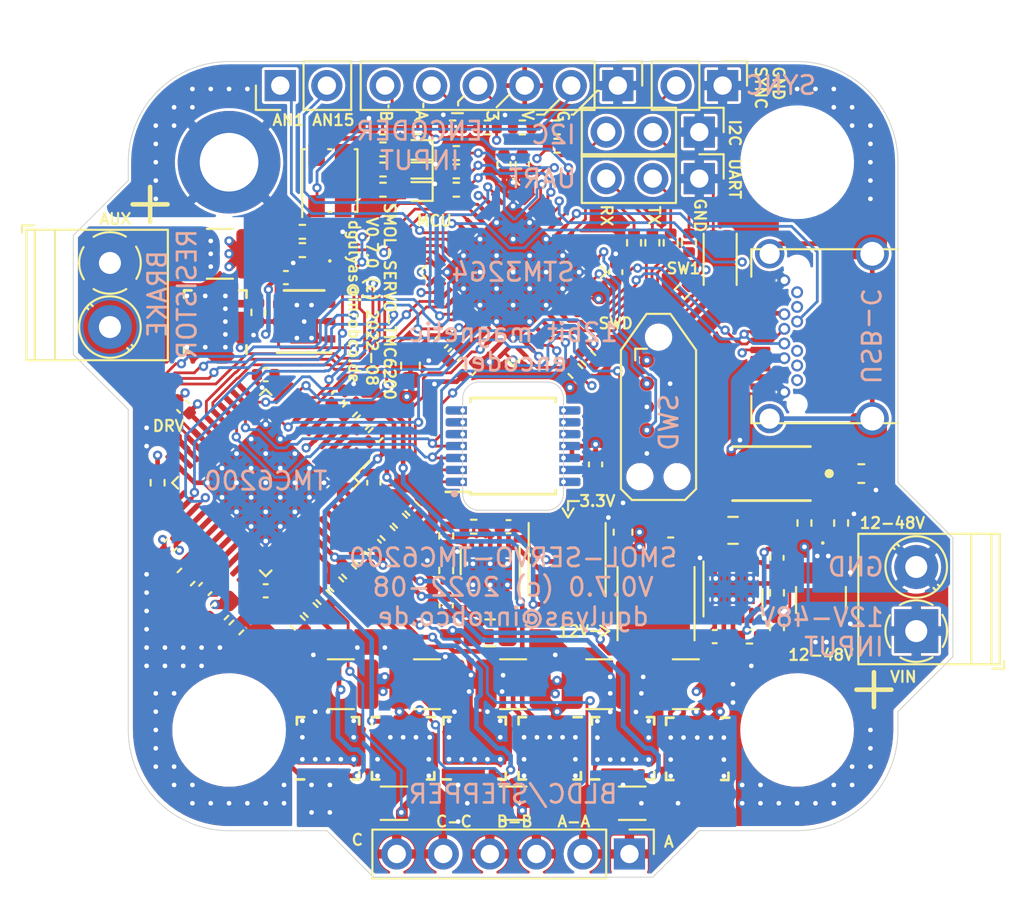
<source format=kicad_pcb>
(kicad_pcb (version 20211014) (generator pcbnew)
  (title_block (title "STM32-NEMA17-SERVO") (date "2019-08-31") (rev "V0.2") (company "InRobCo") (comment 1 "Dömötör Gulyás"))
  (layers (0 "F.Cu" mixed) (1 "In1.Cu" mixed) (2 "In2.Cu" mixed) (31 "B.Cu" mixed) (34 "B.Paste" user) (35 "F.Paste" user) (36 "B.SilkS" user "B.Silkscreen") (37 "F.SilkS" user "F.Silkscreen") (38 "B.Mask" user) (39 "F.Mask" user) (44 "Edge.Cuts" user))
  (net 0 "")
  (net 1 "GND")
  (net 2 "+3.3VA")
  (net 3 "+3V3")
  (net 4 "VBUS")
  (net 5 "Net-(C12-Pad1)")
  (net 6 "Net-(C12-Pad2)")
  (net 7 "MOSI")
  (net 8 "MISO")
  (net 9 "SLCK")
  (net 10 "PWMC")
  (net 11 "PWMB")
  (net 12 "PWMA")
  (net 13 "SOA")
  (net 14 "SOB")
  (net 15 "SOC")
  (net 16 "Net-(C13-Pad1)")
  (net 17 "Net-(C13-Pad2)")
  (net 18 "Net-(C14-Pad2)")
  (net 19 "Net-(C20-Pad2)")
  (net 20 "Net-(C21-Pad2)")
  (net 21 "DP")
  (net 22 "DM")
  (net 23 "OC")
  (net 24 "OB")
  (net 25 "OA")
  (net 26 "OR")
  (net 27 "GR")
  (net 28 "PWMR")
  (net 29 "ENC")
  (net 30 "ENB")
  (net 31 "ENA")
  (net 32 "DRVEN")
  (net 33 "DRVFAULT")
  (net 34 "VDD")
  (net 35 "Net-(C15-Pad2)")
  (net 36 "Net-(C22-Pad1)")
  (net 37 "Net-(D1-Pad2)")
  (net 38 "Net-(C22-Pad2)")
  (net 39 "Net-(C26-Pad1)")
  (net 40 "ENCB")
  (net 41 "ENCA")
  (net 42 "ENCI")
  (net 43 "ASEL")
  (net 44 "DRVSEL")
  (net 45 "SWCLK")
  (net 46 "SWDIO")
  (net 47 "Net-(C26-Pad2)")
  (net 48 "LEDR")
  (net 49 "LEDG")
  (net 50 "LEDB")
  (net 51 "Net-(C28-Pad1)")
  (net 52 "Net-(C28-Pad2)")
  (net 53 "Net-(D3-Pad3)")
  (net 54 "Net-(D3-Pad2)")
  (net 55 "Net-(Q8-Pad1)")
  (net 56 "Net-(Q9-Pad1)")
  (net 57 "Net-(Q10-Pad1)")
  (net 58 "Net-(C29-Pad1)")
  (net 59 "Net-(C29-Pad2)")
  (net 60 "Net-(J2-PadS1)")
  (net 61 "Net-(R6-Pad2)")
  (net 62 "Net-(R7-Pad1)")
  (net 63 "Net-(C30-Pad1)")
  (net 69 "TX1")
  (net 70 "RX1")
  (net 71 "SDA3")
  (net 72 "SCL3")
  (net 73 "Net-(J1-Pad6)")
  (net 74 "Net-(J1-Pad5)")
  (net 75 "Net-(J1-Pad4)")
  (net 76 "Net-(J7-Pad3)")
  (net 77 "Net-(J7-Pad2)")
  (net 78 "Net-(J8-Pad3)")
  (net 79 "Net-(J8-Pad2)")
  (net 80 "NRST")
  (net 81 "SYNC")
  (net 82 "VBUSDIV")
  (net 83 "Net-(Q8-Pad3)")
  (net 84 "Net-(Q9-Pad3)")
  (net 85 "Net-(Q10-Pad3)")
  (net 86 "VDDDIV")
  (net 87 "Net-(D3-Pad4)")
  (net 96 "Net-(C30-Pad2)")
  (net 97 "SHA")
  (net 98 "SPI_NSS")
  (net 99 "GHA")
  (net 100 "GLA")
  (net 101 "SHB")
  (net 102 "GHB")
  (net 103 "GLB")
  (net 104 "SHC")
  (net 105 "GHC")
  (net 106 "GLC")
  (net 107 "Net-(R8-Pad1)")
  (net 108 "Net-(R36-Pad2)")
  (net 109 "Net-(R38-Pad1)")
  (net 110 "Net-(R40-Pad2)")
  (net 111 "Net-(R41-Pad2)")
  (net 112 "Net-(R42-Pad1)")
  (net 113 "Net-(R44-Pad2)")
  (net 114 "Net-(R45-Pad2)")
  (net 115 "Net-(R46-Pad1)")
  (net 116 "Net-(R48-Pad2)")
  (net 117 "Net-(R49-Pad2)")
  (net 126 "Net-(J9-Pad2)")
  (net 127 "USB_CC1")
  (net 128 "USB_CC2")
  (net 129 "ADC1_1")
  (net 130 "ADC1_15")
  (footprint "Capacitor_SMD:C_0402_1005Metric" (layer "F.Cu") (at 154.5 121 -90)
    (fp_text reference "C9" hide)
    (fp_text value "100n")
  )
  (footprint "Capacitor_SMD:C_0402_1005Metric" (layer "F.Cu") (at 147.6 115.8 -135)
    (fp_text reference "C2" hide)
    (fp_text value "100n")
  )
  (footprint "Capacitor_SMD:C_0402_1005Metric" (layer "F.Cu") (at 146.8 115 -135)
    (fp_text reference "C5" hide)
    (fp_text value "100n")
  )
  (footprint "stm32-nema17:TSSOP-14_4.4x5mm_P0.65mm-inlaid" (layer "F.Cu") (at 150 120 180)
    (fp_text reference "U4" hide)
    (fp_text value "AS5047D")
  )
  (footprint "Inductor_SMD:L_0603_1608Metric" (layer "F.Cu") (at 169 121.5)
    (fp_text reference "L1" hide)
    (fp_text value "BLM18PG471SN1D")
  )
  (footprint "stm32-nema17:USB_C_Receptacle_Adam_C31-S-RA-CS1X-BK" (layer "F.Cu") (at 171 114 90)
    (fp_text reference "J2" hide)
    (fp_text value "C31-S-RA-CS1A-BK-SS")
  )
  (footprint "TerminalBlock_Phoenix:TerminalBlock_Phoenix_PT-1,5-2-3.5-H_1x02_P3.50mm_Horizontal" (layer "F.Cu") (at 172 130.1 90)
    (fp_text reference "J4" hide)
    (fp_text value "Screw_Terminal_01x02")
  )
  (footprint "Capacitor_SMD:C_0402_1005Metric" (layer "F.Cu") (at 137.6 110.8 180)
    (fp_text reference "C8" hide)
    (fp_text value "100n")
  )
  (footprint "stm32-nema17:WDFN8" (layer "F.Cu") (at 133.75 113.2 -90)
    (fp_text reference "Q1")
    (fp_text value "NVTFS5C658NL")
  )
  (footprint "Resistor_SMD:R_0402_1005Metric" (layer "F.Cu") (at 136.1 112.7 -90)
    (fp_text reference "R6")
    (fp_text value "2.2R")
  )
  (footprint "Package_SON:Texas_PWSON-N6" (layer "F.Cu") (at 138.6 113.2 180)
    (fp_text reference "U3" hide)
    (fp_text value "UCC27516")
  )
  (footprint "stm32-nema17:Diode-SMPA-DO-221BC" (layer "F.Cu") (at 164.1 121.5 180)
    (fp_text reference "D1" hide)
    (fp_text value "5A 50V")
  )
  (footprint "Capacitor_SMD:C_0402_1005Metric" (layer "F.Cu") (at 149.5 104.6 90)
    (fp_text reference "C1" hide)
    (fp_text value "100n")
  )
  (footprint "Capacitor_SMD:C_0402_1005Metric" (layer "F.Cu") (at 150.5 104.6 -90)
    (fp_text reference "C4" hide)
    (fp_text value "100n")
  )
  (footprint "Capacitor_SMD:C_0402_1005Metric" (layer "F.Cu") (at 146.1 114.3 -135)
    (fp_text reference "C6" hide)
    (fp_text value "100n")
  )
  (footprint "stm32-nema17:QFN-48-1EP_7x7mm_P0.5mm_EP5.6x5.6mm_ThermalVias" (layer "F.Cu") (at 150 110.5 -45)
    (fp_text reference "U1" hide)
    (fp_text value "STM32G431CBU")
  )
  (footprint "Connector_PinHeader_2.54mm:PinHeader_1x06_P2.54mm_Vertical" (layer "F.Cu") (at 155.715 100.315 -90)
    (fp_text reference "J1" hide)
    (fp_text value "Conn_01x05")
  )
  (footprint "Resistor_SMD:R_0402_1005Metric" (layer "F.Cu") (at 150.5 102.6)
    (fp_text reference "R1" hide)
    (fp_text value "680R")
  )
  (footprint "Resistor_SMD:R_0402_1005Metric" (layer "F.Cu") (at 146.7 102.6)
    (fp_text reference "R2" hide)
    (fp_text value "680R")
  )
  (footprint "Resistor_SMD:R_0402_1005Metric" (layer "F.Cu") (at 142.88 102.6)
    (fp_text reference "R3")
    (fp_text value "680R")
  )
  (footprint "Resistor_SMD:R_1206_3216Metric" (layer "F.Cu") (at 143.5 139.5)
    (fp_text reference "R11" hide)
    (fp_text value "5m")
  )
  (footprint "Resistor_SMD:R_1206_3216Metric" (layer "F.Cu") (at 156.5 139.5 180)
    (fp_text reference "R9" hide)
    (fp_text value "5m")
  )
  (footprint "stm32-nema17:WDFN8" (layer "F.Cu") (at 139.9 136.5 180)
    (fp_text reference "Q6")
    (fp_text value "NVTFS5C658NL")
  )
  (footprint "stm32-nema17:WDFN8" (layer "F.Cu") (at 152 136.5)
    (fp_text reference "Q5")
    (fp_text value "NVTFS5C658NL")
  )
  (footprint "stm32-nema17:WDFN8" (layer "F.Cu") (at 156 136.5 180)
    (fp_text reference "Q2")
    (fp_text value "NVTFS5C658NL")
  )
  (footprint "stm32-nema17:WDFN8" (layer "F.Cu") (at 160.05 136.53)
    (fp_text reference "Q3")
    (fp_text value "NVTFS5C658NL")
  )
  (footprint "stm32-nema17:WDFN8" (layer "F.Cu") (at 147.9 136.5 180)
    (fp_text reference "Q4")
    (fp_text value "NVTFS5C658NL")
  )
  (footprint "stm32-nema17:WDFN8" (layer "F.Cu") (at 144 136.5)
    (fp_text reference "Q7")
    (fp_text value "NVTFS5C658NL")
  )
  (footprint "MountingHole:MountingHole_3.2mm_M3_DIN965_Pad" (layer "F.Cu") (at 134.5 104.5)
    (fp_text reference "H1" hide)
    (fp_text value "M3")
  )
  (footprint "MountingHole:MountingHole_3.2mm_M3" (layer "F.Cu") (at 134.5 135.5)
    (fp_text reference "H2" hide)
    (fp_text value "M3")
  )
  (footprint "MountingHole:MountingHole_3.2mm_M3" (layer "F.Cu") (at 165.5 135.5)
    (fp_text reference "H3" hide)
    (fp_text value "M3")
  )
  (footprint "MountingHole:MountingHole_3.2mm_M3" (layer "F.Cu") (at 165.5 104.5)
    (fp_text reference "H4" hide)
    (fp_text value "M3")
  )
  (footprint "Inductor_SMD:L_0603_1608Metric" (layer "F.Cu") (at 144.4 115.6 90)
    (fp_text reference "L3" hide)
    (fp_text value "BLM18PG471SN1D")
  )
  (footprint "Connector:Tag-Connect_TC2050-IDC-NL_2x05_P1.27mm_Vertical" (layer "F.Cu") (at 157.935 117.86 -90)
    (fp_text reference "J3" hide)
    (fp_text value "TC-2050")
  )
  (footprint "TerminalBlock_Phoenix:TerminalBlock_Phoenix_PT-1,5-2-3.5-H_1x02_P3.50mm_Horizontal" (layer "F.Cu") (at 128 110 -90)
    (fp_text reference "J5" hide)
    (fp_text value "Screw_Terminal_01x02")
  )
  (footprint "Connector_PinHeader_2.54mm:PinHeader_1x03_P2.54mm_Vertical" (layer "F.Cu") (at 160.16 105.395 -90)
    (fp_text reference "J7" hide)
    (fp_text value "Conn_01x03")
  )
  (footprint "Connector_PinHeader_2.54mm:PinHeader_1x03_P2.54mm_Vertical" (layer "F.Cu") (at 160.16 102.855 -90)
    (fp_text reference "J8" hide)
    (fp_text value "Conn_01x03")
  )
  (footprint "Resistor_SMD:R_0402_1005Metric" (layer "F.Cu") (at 152.4 102.6 180)
    (fp_text reference "R20" hide)
    (fp_text value "1K")
  )
  (footprint "Resistor_SMD:R_0402_1005Metric" (layer "F.Cu") (at 148.6 102.6 180)
    (fp_text reference "R21" hide)
    (fp_text value "1K")
  )
  (footprint "Resistor_SMD:R_0402_1005Metric" (layer "F.Cu") (at 144.8 102.6 180)
    (fp_text reference "R22" hide)
    (fp_text value "1K")
  )
  (footprint "Resistor_SMD:R_0402_1005Metric" (layer "F.Cu") (at 158.6 108.9 90)
    (fp_text reference "R23" hide)
    (fp_text value "1K")
  )
  (footprint "Resistor_SMD:R_0402_1005Metric" (layer "F.Cu") (at 157.6 108.9 90)
    (fp_text reference "R24" hide)
    (fp_text value "1K")
  )
  (footprint "Resistor_SMD:R_0402_1005Metric" (layer "F.Cu") (at 159.6 108.9 90)
    (fp_text reference "R25" hide)
    (fp_text value "1K")
  )
  (footprint "Resistor_SMD:R_0402_1005Metric" (layer "F.Cu") (at 156.6 108.9 90)
    (fp_text reference "R26" hide)
    (fp_text value "1K")
  )
  (footprint "Capacitor_SMD:C_1210_3225Metric" (layer "F.Cu") (at 140.6 133)
    (fp_text reference "C23" hide)
    (fp_text value "10u 60V")
  )
  (footprint "LED_SMD:LED_Kingbright_AAA3528ESGCT" (layer "F.Cu") (at 140 105.5 90)
    (fp_text reference "D3")
    (fp_text value "IN-S128TATRGB")
  )
  (footprint "Package_TO_SOT_SMD:SOT-883" (layer "F.Cu") (at 144.8 106 180)
    (fp_text reference "Q8" hide)
    (fp_text value "SSM3K35CTC" hide)
  )
  (footprint "Package_TO_SOT_SMD:SOT-883" (layer "F.Cu") (at 144.8 103.9 180)
    (fp_text reference "Q9" hide)
    (fp_text value "SSM3K35CTC" hide)
  )
  (footprint "Package_TO_SOT_SMD:SOT-883" (layer "F.Cu") (at 144.8 104.975 180)
    (fp_text reference "Q10" hide)
    (fp_text value "SSM3K35CTC" hide)
  )
  (footprint "Resistor_SMD:R_0402_1005Metric" (layer "F.Cu") (at 146.9 106)
    (fp_text reference "R14" hide)
    (fp_text value "100R")
  )
  (footprint "Resistor_SMD:R_0402_1005Metric" (layer "F.Cu") (at 146.9 104)
    (fp_text reference "R15" hide)
    (fp_text value "100R")
  )
  (footprint "Resistor_SMD:R_0402_1005Metric" (layer "F.Cu") (at 146.9 105)
    (fp_text reference "R16" hide)
    (fp_text value "100R")
  )
  (footprint "Resistor_SMD:R_0402_1005Metric" (layer "F.Cu") (at 142.9 106)
    (fp_text reference "R17" hide)
    (fp_text value "430R")
  )
  (footprint "Resistor_SMD:R_0402_1005Metric" (layer "F.Cu") (at 142.9 103.8)
    (fp_text reference "R18")
    (fp_text value "470R")
  )
  (footprint "Resistor_SMD:R_0402_1005Metric" (layer "F.Cu") (at 142.9 104.9)
    (fp_text reference "R19")
    (fp_text value "470R")
  )
  (footprint "stm32-nema17:SW_SPST_EVPBB" (layer "F.Cu") (at 161.3 109.8 -90)
    (fp_text reference "SW1" hide)
    (fp_text value "EVP-BB2A9B000")
  )
  (footprint "Connector_PinHeader_2.54mm:PinHeader_1x02_P2.54mm_Vertical" (layer "F.Cu") (at 161.435 100.315 -90)
    (fp_text reference "J9" hide)
    (fp_text value "Conn_01x02")
  )
  (footprint "Diode_SMD:D_0402_1005Metric" (layer "F.Cu") (at 166.9 124.2 90)
    (fp_text reference "D4" hide)
    (fp_text value "3.3V 1mA")
  )
  (footprint "Resistor_SMD:R_0402_1005Metric" (layer "F.Cu") (at 165.9 124.2 90)
    (fp_text reference "R28" hide)
    (fp_text value "120K")
  )
  (footprint "Resistor_SMD:R_0402_1005Metric" (layer "F.Cu") (at 167.9 124.2 90)
    (fp_text reference "R29" hide)
    (fp_text value "5K1")
  )
  (footprint "Diode_SMD:D_0402_1005Metric" (layer "F.Cu") (at 140 108.8 90)
    (fp_text reference "D5")
    (fp_text value "3.3V 1mA")
  )
  (footprint "Resistor_SMD:R_0402_1005Metric" (layer "F.Cu") (at 138.5 108.3)
    (fp_text reference "R31")
    (fp_text value "22K")
  )
  (footprint "Resistor_SMD:R_0402_1005Metric" (layer "F.Cu") (at 138.5 109.3 180)
    (fp_text reference "R32")
    (fp_text value "5K1")
  )
  (footprint "Connector_PinHeader_2.54mm:PinHeader_1x06_P2.54mm_Vertical" (layer "F.Cu") (at 156.35 142.27 -90)
    (fp_text reference "M1" hide)
    (fp_text value "Motor_2_or_3_phase")
  )
  (footprint "Capacitor_SMD:C_1210_3225Metric" (layer "F.Cu") (at 166.8 128.4 90)
    (fp_text reference "C7" hide)
    (fp_text value "10u 60V")
  )
  (footprint "Capacitor_SMD:C_1210_3225Metric" (layer "F.Cu") (at 150 133)
    (fp_text reference "C24" hide)
    (fp_text value "10u 60V")
  )
  (footprint "Capacitor_SMD:C_1210_3225Metric" (layer "F.Cu") (at 159.425 133)
    (fp_text reference "C25" hide)
    (fp_text value "10u 60V")
  )
  (footprint "Resistor_SMD:R_1206_3216Metric" (layer "F.Cu") (at 150 139.5)
    (fp_text reference "R10" hide)
    (fp_text value "5m")
  )
  (footprint "Resistor_SMD:R_0402_1005Metric" (layer "F.Cu") (at 159.2 111.6 -135)
    (fp_text reference "R27" hide)
    (fp_text value "100K")
  )
  (footprint "Resistor_SMD:R_0402_1005Metric" (layer "F.Cu") (at 153.4 115.9 -45)
    (fp_text reference "R33" hide)
    (fp_text value "1K")
  )
  (footprint "Resistor_SMD:R_0402_1005Metric" (layer "F.Cu") (at 154.107107 115.192893 -45)
    (fp_text reference "R34" hide)
    (fp_text value "1K")
  )
  (footprint "Capacitor_SMD:C_0402_1005Metric" (layer "F.Cu") (at 155.6 110.5 -90)
    (fp_text reference "C3" hide)
    (fp_text value "100n")
  )
  (footprint "Capacitor_SMD:C_0402_1005Metric" (layer "F.Cu") (at 149.75 124.4)
    (fp_text reference "C12" hide)
    (fp_text value "220nF")
  )
  (footprint "Capacitor_SMD:C_0402_1005Metric" (layer "F.Cu") (at 132 117.85 135)
    (fp_text reference "C19" hide)
    (fp_text value "100n")
  )
  (footprint "Capacitor_SMD:C_0805_2012Metric" (layer "F.Cu") (at 162 124.6 180)
    (fp_text reference "C11" hide)
    (fp_text value "2.2uF 75V")
  )
  (footprint "Capacitor_SMD:C_0805_2012Metric" (layer "F.Cu") (at 148.75 130.2)
    (fp_text reference "C10" hide)
    (fp_text value "2.2uF 75V")
  )
  (footprint "Inductor_SMD:L_Taiyo-Yuden_NR-40xx" (layer "F.Cu") (at 157.8 128.6 -90)
    (fp_text reference "L4" hide)
    (fp_text value "33uH 800mA")
  )
  (footprint "Resistor_SMD:R_0402_1005Metric" (layer "F.Cu") (at 146.35 126.79 -90)
    (fp_text reference "R7" hide)
    (fp_text value "374K")
  )
  (footprint "Capacitor_SMD:C_1210_3225Metric" (layer "F.Cu") (at 154.7 133 180)
    (fp_text reference "C33" hide)
    (fp_text value "10u 60V")
  )
  (footprint "Resistor_SMD:R_0402_1005Metric" (layer "F.Cu") (at 141.1 118 -135)
    (fp_text reference "R40" hide)
    (fp_text value "0R")
  )
  (footprint "Resistor_SMD:R_0402_1005Metric" (layer "F.Cu") (at 134.9 129.9 45)
    (fp_text reference "R37" hide)
    (fp_text value "0R")
  )
  (footprint "Resistor_SMD:R_0402_1005Metric" (layer "F.Cu") (at 144.5 123.4 135)
    (fp_text reference "R39" hide)
    (fp_text value "0R")
  )
  (footprint "Capacitor_SMD:C_0402_1005Metric" (layer "F.Cu") (at 140.45 117.325 -135)
    (fp_text reference "C20" hide)
    (fp_text value "2.2u 6.3V")
  )
  (footprint "Capacitor_SMD:C_0402_1005Metric" (layer "F.Cu") (at 142.4 122 -90)
    (fp_text reference "C28" hide)
    (fp_text value "1u 16V")
  )
  (footprint "Resistor_SMD:R_0402_1005Metric" (layer "F.Cu") (at 139.65 128.25 135)
    (fp_text reference "R49" hide)
    (fp_text value "10R")
  )
  (footprint "Resistor_SMD:R_0402_1005Metric" (layer "F.Cu") (at 143.15 124.75 135)
    (fp_text reference "R41" hide)
    (fp_text value "10R")
  )
  (footprint "Inductor_SMD:L_Taiyo-Yuden_NR-40xx" (layer "F.Cu") (at 152.95 126.2 90)
    (fp_text reference "L2" hide)
    (fp_text value "33uH 800mA")
  )
  (footprint "Resistor_SMD:R_0402_1005Metric" (layer "F.Cu") (at 143.825 124.075 -45)
    (fp_text reference "R38" hide)
    (fp_text value "0R")
  )
  (footprint "Connector_PinHeader_2.54mm:PinHeader_1x02_P2.54mm_Vertical" (layer "F.Cu") (at 137.295 100.315 90)
    (fp_text reference "J6" hide)
    (fp_text value "Conn_01x02")
  )
  (footprint "Capacitor_SMD:C_0603_1608Metric" (layer "F.Cu") (at 158.6 125.5)
    (fp_text reference "C17" hide)
    (fp_text value "22uF 10V")
  )
  (footprint "Resistor_SMD:R_0402_1005Metric" (layer "F.Cu") (at 138.95 128.95 -45)
    (fp_text reference "R46" hide)
    (fp_text value "0R")
  )
  (footprint "Capacitor_SMD:C_0603_1608Metric" (layer "F.Cu") (at 132.151992 127.148008 -135)
    (fp_text reference "C22" hide)
    (fp_text value "22n 100V")
  )
  (footprint "stm32-nema17:DFN-10-1EP_3x3mm_P0.5mm_EP1.65x2.38mm_ThermalVias" (layer "F.Cu") (at 162 127.8 -90)
    (fp_text reference "U5" hide)
    (fp_text value "LT3990")
  )
  (footprint "Capacitor_SMD:C_0402_1005Metric" (layer "F.Cu") (at 131.3 125.4 -135)
    (fp_text reference "C18" hide)
    (fp_text value "100n 16V")
  )
  (footprint "Capacitor_SMD:C_0402_1005Metric" (layer "F.Cu") (at 146.35 128.7 90)
    (fp_text reference "C14" hide)
    (fp_text value "22pF")
  )
  (footprint "Resistor_SMD:R_0402_1005Metric" (layer "F.Cu") (at 164.4 129.9 90)
    (fp_text reference "R35" hide)
    (fp_text value "113K")
  )
  (footprint "Capacitor_SMD:C_0402_1005Metric" (layer "F.Cu") (at 161 130.4 180)
    (fp_text reference "C13" hide)
    (fp_text value "100nF")
  )
  (footprint "Capacitor_SMD:C_0603_1608Metric" (layer "F.Cu") (at 134 129 45)
    (fp_text reference "C27" hide)
    (fp_text value "220n 100V")
  )
  (footprint "stm32-nema17:DFN-10-1EP_3x3mm_P0.5mm_EP1.65x2.38mm_ThermalVias" (layer "F.Cu") (at 148.75 127 90)
    (fp_text reference "U2" hide)
    (fp_text value "LT3990")
  )
  (footprint "Resistor_SMD:R_0402_1005Metric" (layer "F.Cu") (at 141.8 118.7 -135)
    (fp_text reference "R44" hide)
    (fp_text value "0R")
  )
  (footprint "Resistor_SMD:R_0402_1005Metric" (layer "F.Cu") (at 164.4 128.01 90)
    (fp_text reference "R8" hide)
    (fp_text value "127K")
  )
  (footprint "stm32-nema17:TQFP-48-1EP_7x7mm_P0.5mm_EP5x5mm_ThermalVias" (layer "F.Cu") (at 136.5 122 -135)
    (fp_text reference "U6" hide)
    (fp_text value "TMC6200")
  )
  (footprint "Resistor_SMD:R_0402_1005Metric" (layer "F.Cu") (at 140.35 127.55 135)
    (fp_text reference "R45" hide)
    (fp_text value "10R")
  )
  (footprint "Resistor_SMD:R_0402_1005Metric" (layer "F.Cu") (at 162.9 130.4)
    (fp_text reference "R30" hide)
    (fp_text value "1M")
  )
  (footprint "Capacitor_SMD:C_0402_1005Metric" (layer "F.Cu") (at 136.5 127.9)
    (fp_text reference "C30" hide)
    (fp_text value "1u 16V")
  )
  (footprint "Resistor_SMD:R_0402_1005Metric" (layer "F.Cu") (at 141.75 126.15 -45)
    (fp_text reference "R42" hide)
    (fp_text value "0R")
  )
  (footprint "Resistor_SMD:R_0402_1005Metric" (layer "F.Cu") (at 147.85 124.4 180)
    (fp_text reference "R12" hide)
    (fp_text value "1M")
  )
  (footprint "Capacitor_SMD:C_0402_1005Metric" (layer "F.Cu") (at 164.4 126.1 -90)
    (fp_text reference "C15" hide)
    (fp_text value "22pF")
  )
  (footprint "Capacitor_SMD:C_1210_3225Metric" (layer "F.Cu") (at 145.3 133 180)
    (fp_text reference "C31" hide)
    (fp_text value "10u 60V")
  )
  (footprint "Resistor_SMD:R_0402_1005Metric" (layer "F.Cu") (at 130.6 122 -90)
    (fp_text reference "R36" hide)
    (fp_text value "47K")
  )
  (footprint "Resistor_SMD:R_0402_1005Metric" (layer "F.Cu") (at 141.05 126.85 135)
    (fp_text reference "R43" hide)
    (fp_text value "0R")
  )
  (footprint "Resistor_SMD:R_0402_1005Metric" (layer "F.Cu") (at 138.25 129.65 135)
    (fp_text reference "R47" hide)
    (fp_text value "0R")
  )
  (footprint "Resistor_SMD:R_0402_1005Metric" (layer "F.Cu") (at 152.4 103.6)
    (fp_text reference "R50" hide)
    (fp_text value "1K")
  )
  (footprint "Resistor_SMD:R_0402_1005Metric" (layer "F.Cu") (at 146.35 124.9 -90)
    (fp_text reference "R13" hide)
    (fp_text value "576K")
  )
  (footprint "Capacitor_SMD:C_1210_3225Metric" (layer "F.Cu") (at 134 109.5)
    (fp_text reference "C32" hide)
    (fp_text value "10u 60V")
  )
  (footprint "Capacitor_SMD:C_0402_1005Metric" (layer "F.Cu") (at 142.45 125.45 -45)
    (fp_text reference "C29" hide)
    (fp_text value "1u 16V")
  )
  (footprint "Capacitor_SMD:C_0402_1005Metric" (layer "F.Cu") (at 136.5 116.1)
    (fp_text reference "C21" hide)
    (fp_text value "100n")
  )
  (footprint "Capacitor_SMD:C_0402_1005Metric" (layer "F.Cu") (at 133.2 127.8 45)
    (fp_text reference "C26" hide)
    (fp_text value "100n 100V")
  )
  (footprint "Resistor_SMD:R_0402_1005Metric" (layer "F.Cu") (at 142.5 119.4 -135)
    (fp_text reference "R48" hide)
    (fp_text value "0R")
  )
  (footprint "Capacitor_SMD:C_0603_1608Metric" (layer "F.Cu") (at 156 124.7 90)
    (fp_text reference "C16" hide)
    (fp_text value "22uF 10V")
  )
  (gr_circle (center 146.8 122.6) (end 146.9 122.6) (layer "B.SilkS") (width 0.2) (fill none))
  (gr_line (start 147 101.2) (end 147.3 100.9) (layer "F.SilkS") (width 0.12))
  (gr_line (start 153.3 101.9) (end 154.6 100.6) (layer "F.SilkS") (width 0.12))
  (gr_line (start 151.3 101.9) (end 151.7 101.9) (layer "F.SilkS") (width 0.12))
  (gr_line (start 153.6 123) (end 153 123) (layer "F.SilkS") (width 0.12))
  (gr_line (start 151.7 101.9) (end 152.5 101.1) (layer "F.SilkS") (width 0.12))
  (gr_line (start 155.25 130.1) (end 154.75 130.4) (layer "F.SilkS") (width 0.12))
  (gr_line (start 153 123.9) (end 152.7 123.4) (layer "F.SilkS") (width 0.12))
  (gr_line (start 147 101.4) (end 147 101.2) (layer "F.SilkS") (width 0.12))
  (gr_line (start 153 123.9) (end 153.3 123.4) (layer "F.SilkS") (width 0.12))
  (gr_line (start 154.75 129.8) (end 155.25 130.1) (layer "F.SilkS") (width 0.12))
  (gr_line (start 153.2 101.9) (end 153.3 101.9) (layer "F.SilkS") (width 0.12))
  (gr_line (start 149.1 101.5) (end 149.8 100.8) (layer "F.SilkS") (width 0.12))
  (gr_line (start 153 123.5) (end 153 123) (layer "F.SilkS") (width 0.12))
  (gr_line (start 154.6 100.6) (end 154.7 100.6) (layer "F.SilkS") (width 0.12))
  (gr_line (start 145.1 101.5) (end 145.1 101.3) (layer "F.SilkS") (width 0.12))
  (gr_line (start 143.2 101.5) (end 143.2 101.4) (layer "F.SilkS") (width 0.12))
  (gr_line (start 154.25 130.1) (end 154.85 130.1) (layer "F.SilkS") (width 0.12))
  (gr_line (start 129 135.5) (end 129 118) (layer "Edge.Cuts") (width 0.05))
  (gr_line (start 148.15 116.5) (end 151.85 116.5) (layer "Edge.Cuts") (width 0.05))
  (gr_line (start 165.5 141) (end 160.16 141) (layer "Edge.Cuts") (width 0.05))
  (gr_line (start 139.84 141) (end 134.5 141) (layer "Edge.Cuts") (width 0.05))
  (gr_line (start 171 134.5) (end 171 135.5) (layer "Edge.Cuts") (width 0.05))
  (gr_line (start 129 105.5) (end 129 104.5) (layer "Edge.Cuts") (width 0.05))
  (gr_arc (start 134.5 141) (mid 130.610913 139.389087) (end 129 135.5) (layer "Edge.Cuts") (width 0.05))
  (gr_line (start 152.75 117.4) (end 152.75 122.6) (layer "Edge.Cuts") (width 0.05))
  (gr_arc (start 147.25 117.4) (mid 147.513604 116.763604) (end 148.15 116.5) (layer "Edge.Cuts") (width 0.05))
  (gr_line (start 126 115) (end 129 118) (layer "Edge.Cuts") (width 0.05))
  (gr_line (start 174 131.5) (end 171 134.5) (layer "Edge.Cuts") (width 0.05))
  (gr_line (start 142.38 143.54) (end 139.84 141) (layer "Edge.Cuts") (width 0.05))
  (gr_line (start 174 125) (end 171 122) (layer "Edge.Cuts") (width 0.05))
  (gr_line (start 171 104.5) (end 171 122) (layer "Edge.Cuts") (width 0.05))
  (gr_arc (start 171 135.5) (mid 169.389087 139.389087) (end 165.5 141) (layer "Edge.Cuts") (width 0.05))
  (gr_line (start 147.25 122.6) (end 147.25 117.4) (layer "Edge.Cuts") (width 0.05))
  (gr_arc (start 151.85 116.5) (mid 152.486396 116.763604) (end 152.75 117.4) (layer "Edge.Cuts") (width 0.05))
  (gr_line (start 126 115) (end 126 108.5) (layer "Edge.Cuts") (width 0.05))
  (gr_arc (start 148.15 123.5) (mid 147.513604 123.236396) (end 147.25 122.6) (layer "Edge.Cuts") (width 0.05))
  (gr_line (start 134.5 99) (end 165.5 99) (layer "Edge.Cuts") (width 0.05))
  (gr_line (start 157.62 143.54) (end 142.38 143.54) (layer "Edge.Cuts") (width 0.05))
  (gr_line (start 126 108.5) (end 129 105.5) (layer "Edge.Cuts") (width 0.05))
  (gr_line (start 151.85 123.5) (end 148.15 123.5) (layer "Edge.Cuts") (width 0.05))
  (gr_line (start 174 131.5) (end 174 125) (layer "Edge.Cuts") (width 0.05))
  (gr_line (start 157.62 143.54) (end 160.16 141) (layer "Edge.Cuts") (width 0.05))
  (gr_arc (start 129 104.5) (mid 130.610913 100.610913) (end 134.5 99) (layer "Edge.Cuts") (width 0.05))
  (gr_arc (start 165.5 99) (mid 169.389087 100.610913) (end 171 104.5) (layer "Edge.Cuts") (width 0.05))
  (gr_arc (start 152.75 122.6) (mid 152.486396 123.236396) (end 151.85 123.5) (layer "Edge.Cuts") (width 0.05))
  (gr_text "ENCODER\nINPUT" (at 144.9 103.6) (layer "B.SilkS") (effects (font (size 1 1)) (justify mirror)))
  (gr_text "BRAKE\nRESISTOR" (at 131.4 111.7 90) (layer "B.SilkS") (effects (font (size 1 1)) (justify mirror)))
  (gr_text "UART" (at 151.6 105.4) (layer "B.SilkS") (effects (font (size 1 1)) (justify mirror)))
  (gr_text "I2C" (at 152.2 103) (layer "B.SilkS") (effects (font (size 1 1)) (justify mirror)))
  (gr_text "12bit magnetic\nencoder" (at 150 114.6) (layer "B.SilkS") (effects (font (size 1 1)) (justify mirror)))
  (gr_text "SYNC" (at 164.6 100.3) (layer "B.SilkS") (effects (font (size 1 1)) (justify mirror)))
  (gr_text "SWD" (at 158.5 118.7 90) (layer "B.SilkS") (effects (font (size 1 1)) (justify mirror)))
  (gr_text "BLDC/STEPPER" (at 150 139) (layer "B.SilkS") (effects (font (size 1 1)) (justify mirror)))
  (gr_text "SMOL-SERVO-TMC6200\nV0.7.0 (c) 2022-08\ndgulyas@inrobco.de" (at 150 127.7) (layer "B.SilkS") (effects (font (size 1 1)) (justify mirror)))
  (gr_text "12V-48V\nINPUT" (at 170.32 130.16) (layer "B.SilkS") (effects (font (size 1 1)) (justify left mirror)))
  (gr_text "TMC6200" (at 136.5 121.9) (layer "B.SilkS") (effects (font (size 1 1)) (justify mirror)))
  (gr_text "STM32G4" (at 150 110.5) (layer "B.SilkS") (effects (font (size 1 1)) (justify mirror)))
  (gr_text "GND" (at 170.32 126.604) (layer "B.SilkS") (effects (font (size 1 1)) (justify left mirror)))
  (gr_text "USB-C" (at 169.5 114 270) (layer "B.SilkS") (effects (font (size 1 1)) (justify mirror)))
  (gr_text "+" (at 130 106.8 90) (layer "F.SilkS") (effects (font (size 2.5 2.5) (thickness 0.25))))
  (gr_text "VIN" (at 171.3 132.6) (layer "F.SilkS") (effects (font (size 0.6 0.6) (thickness 0.12))))
  (gr_text "SWD" (at 155.6 113.3) (layer "F.SilkS") (effects (font (size 0.6 0.6) (thickness 0.12))))
  (gr_text "A" (at 158.5 141.605) (layer "F.SilkS") (effects (font (size 0.6 0.6) (thickness 0.12))))
  (gr_text "+" (at 169.5 133.3 90) (layer "F.SilkS") (effects (font (size 2.5 2.5) (thickness 0.25))))
  (gr_text "12-48V" (at 170.7 124.2) (layer "F.SilkS") (effects (font (size 0.6 0.6) (thickness 0.12))))
  (gr_text "3.3V" (at 154.6 123) (layer "F.SilkS") (effects (font (size 0.6 0.6) (thickness 0.12))))
  (gr_text "RX" (at 155.1 107.4 270) (layer "F.SilkS") (effects (font (size 0.6 0.6) (thickness 0.12))))
  (gr_text "SMOL-SERVO-TMC6200\nV0.7.0 (c) 2022-08\ndgulyas@inrobco.de" (at 142.3 112.1 270) (layer "F.SilkS") (effects (font (size 0.6 0.6) (thickness 0.12))))
  (gr_text "AN1 AN15\n" (at 136.8 102.2) (layer "F.SilkS") (effects (font (size 0.6 0.6) (thickness 0.12)) (justify left)))
  (gr_text "I2C" (at 162.1 102.9 270) (layer "F.SilkS") (effects (font (size 0.6 0.6) (thickness 0.12))))
  (gr_text "MCU" (at 145.7 107.7) (layer "F.SilkS") (effects (font (size 0.6 0.6) (thickness 0.12))))
  (gr_text "AUX" (at 128.3 107.6) (layer "F.SilkS") (effects (font (size 0.6 0.6) (thickness 0.12))))
  (gr_text "12V" (at 153.3 130.1) (layer "F.SilkS") (effects (font (size 0.6 0.6) (thickness 0.12))))
  (gr_text "12-48V" (at 166.8 131.4) (layer "F.SilkS") (effects (font (size 0.6 0.6) (thickness 0.12))))
  (gr_text "C" (at 141.5 141.5) (layer "F.SilkS") (effects (font (size 0.6 0.6) (thickness 0.12))))
  (gr_text "UART" (at 162.1 105.4 270) (layer "F.SilkS") (effects (font (size 0.6 0.6) (thickness 0.12))))
  (gr_text "GND" (at 160.2 107.4 270) (layer "F.SilkS") (effects (font (size 0.6 0.6) (thickness 0.12))))
  (gr_text "TX" (at 157.7 107.4 270) (layer "F.SilkS") (effects (font (size 0.6 0.6) (thickness 0.12))))
  (gr_text "C-C   B-B   A-A" (at 150 140.5) (layer "F.SilkS") (effects (font (size 0.6 0.6) (thickness 0.12))))
  (gr_text "SW1" (at 159.3 110.3) (layer "F.SilkS") (effects (font (size 0.6 0.6) (thickness 0.12))))
  (gr_text "DRV" (at 131.2 118.9) (layer "F.SilkS") (effects (font (size 0.6 0.6) (thickness 0.12))))
  (gr_text "GND\nSYNC" (at 164 99.2 270) (layer "F.SilkS") (effects (font (size 0.6 0.6) (thickness 0.12)) (justify left)))
  (gr_text "G\n\nV\n\n3\n\nI\n\nA\n\nB" (at 147.9 101.6 270) (layer "F.SilkS") (effects (font (size 0.6 0.6) (thickness 0.12)) (justify left)))
  (segment (start 138.085 112.415) (end 138.085 112.685) (width 0.254) (layer "F.Cu") (net 1))
  (segment (start 140 113.2) (end 138.6 113.2) (width 0.254) (layer "F.Cu") (net 1))
  (segment (start 149.75 130.15) (end 149.7 130.2) (width 0.254) (layer "F.Cu") (net 1))
  (segment (start 146.917186 116.482814) (end 145.835393 116.482814) (width 0.254) (layer "F.Cu") (net 1))
  (segment (start 160.9 133) (end 160.9 133.6) (width 0.508) (layer "F.Cu") (net 1))
  (segment (start 166.8 126.9) (end 166.8 126.2) (width 0.508) (layer "F.Cu") (net 1))
  (segment (start 169.8 122.4) (end 169.7875 122.3875) (width 0.254) (layer "F.Cu") (net 1))
  (segment (start 135.2 109.5) (end 134.5 108.8) (width 0.508) (layer "F.Cu") (net 1))
  (segment (start 130.960589 125.185179) (end 130.877977 125.102567) (width 0.254) (layer "F.Cu") (net 1))
  (segment (start 132.1 117.0917) (end 131.681111 117.510589) (width 0.254) (layer "F.Cu") (net 1))
  (segment (start 138.913002 118.526338) (end 136.5 120.93934) (width 0.254) (layer "F.Cu") (net 1))
  (segment (start 140.685 108.315) (end 140 108.315) (width 0.1524) (layer "F.Cu") (net 1))
  (segment (start 147.260589 116.139411) (end 146.917186 116.482814) (width 0.254) (layer "F.Cu") (net 1))
  (segment (start 155.6 123.9) (end 155.625 123.925) (width 0.254) (layer "F.Cu") (net 1))
  (segment (start 160.4 133) (end 160 133.4) (width 0.508) (layer "F.Cu") (net 1))
  (segment (start 153.2125 121.3) (end 154.315 121.3) (width 0.254) (layer "F.Cu") (net 1))
  (segment (start 161 124.65) (end 161.05 124.6) (width 0.254) (layer "F.Cu") (net 1))
  (segment (start 135.475 109.5) (end 134.5 109.5) (width 0.508) (layer "F.Cu") (net 1))
  (segment (start 138.085 110.8) (end 138.085 112.415) (width 0.254) (layer "F.Cu") (net 1))
  (segment (start 150.3553 104.2647) (end 150.5 104.12) (width 0.254) (layer "F.Cu") (net 1))
  (segment (start 145.4 115) (end 145.760589 114.639411) (width 0.254) (layer "F.Cu") (net 1))
  (segment (start 145.73059 105.682457) (end 145.638047 105.775) (width 0.254) (layer "F.Cu") (net 1))
  (segment (start 154.315 121.3) (end 154.5 121.485) (width 0.254) (layer "F.Cu") (net 1))
  (segment (start 163.49 111.25) (end 164.5 111.25) (width 0.254) (layer "F.Cu") (net 1))
  (segment (start 161.635 127.8) (end 162 127.8) (width 0.254) (layer "F.Cu") (net 1))
  (segment (start 151.475 133) (end 153.225 133) (width 0.508) (layer "F.Cu") (net 1))
  (segment (start 135.2 109.5) (end 134.5 110.2) (width 0.508) (layer "F.Cu") (net 1))
  (segment (start 163.215 127.5) (end 162.94 127.225) (width 0.254) (layer "F.Cu") (net 1))
  (segment (start 160.375 134.875) (end 160 134.5) (width 0.508) (layer "F.Cu") (net 1))
  (segment (start 152.6 133) (end 153.225 133) (width 0.508) (layer "F.Cu") (net 1))
  (segment (start 160.925 106.16) (end 160.16 105.395) (width 0.1524) (layer "F.Cu") (net 1))
  (segment (start 149.25 127.5) (end 148.75 127) (width 0.254) (layer "F.Cu") (net 1))
  (segment (start 168.6 123.7) (end 168.59 123.69) (width 0.1524) (layer "F.Cu") (net 1))
  (segment (start 145.760589 114.639411) (end 146.460589 115.339411) (width 0.254) (layer "F.Cu") (net 1))
  (segment (start 155.625 123.925) (end 156 123.925) (width 0.254) (layer "F.Cu") (net 1))
  (segment (start 135.22 114.524824) (end 135.22 113.525) (width 0.508) (layer "F.Cu") (net 1))
  (segment (start 145.4966 126.69186) (end 145.91094 127.1062) (width 0.1524) (layer "F.Cu") (net 1))
  (segment (start 145.4966 126.4466) (end 145.4966 126.69186) (width 0.1524) (layer "F.Cu") (net 1))
  (segment (start 166.8 126.3) (end 167.1 126) (width 0.508) (layer "F.Cu") (net 1))
  (segment (start 140 114.15) (end 139.55 114.15) (width 0.254) (layer "F.Cu") (net 1))
  (segment (start 135.631553 113.936553) (end 135.836231 113.936553) (width 0.508) (layer "F.Cu") (net 1))
  (segment (start 133.318019 122) (end 132.610912 122) (width 0.254) (layer "F.Cu") (net 1))
  (segment (start 161 126.35) (end 161 127.165) (width 0.254) (layer "F.Cu") (net 1))
  (segment (start 149.75 128.45) (end 149.75 130.15) (width 0.254) (layer "F.Cu") (net 1))
  (segment (start 153.225 133.675) (end 152.4 134.5) (width 0.508) (layer "F.Cu") (net 1))
  (segment (start 144.325 135.025) (end 143.8 134.5) (width 0.508) (layer "F.Cu") (net 1))
  (segment (start 132.610912 122) (end 131.612124 121.001212) (width 0.254) (layer "F.Cu") (net 1))
  (segment (start 151.475 133) (end 151.475 133.575) (width 0.508) (layer "F.Cu") (net 1))
  (segment (start 166.8 126.9) (end 166.8 126.3) (width 0.508) (layer "F.Cu") (net 1))
  (segment (start 145.3193 126.246864) (end 145.3193 126.2693) (width 0.1524) (layer "F.Cu") (net 1))
  (segment (start 133.724846 128.652108) (end 134.347892 128.652108) (width 0.508) (layer "F.Cu") (net 1))
  (segment (start 159.375 125.5) (end 159.6 125.5) (width 0.254) (layer "F.Cu") (net 1))
  (segment (start 135.475 109.5) (end 135.2 109.5) (width 0.508) (layer "F.Cu") (net 1))
  (segment (start 134.347892 128.652108) (end 134.548008 128.451992) (width 0.508) (layer "F.Cu") (net 1))
  (segment (start 169.7875 122.3875) (end 169.7875 121.5) (width 0.254) (layer "F.Cu") (net 1))
  (segment (start 146.960153 125.758053) (end 146.6121 125.41) (width 0.1524) (layer "F.Cu") (net 1))
  (segment (start 160.925 108.475) (end 161.675 108.475) (width 0.1524) (layer "F.Cu") (net 1))
  (segment (start 161.5 125.05) (end 161.05 124.6) (width 0.254) (layer "F.Cu") (net 1))
  (segment (start 144.9 134.4) (end 144.9 134.455) (width 0.508) (layer "F.Cu") (net 1))
  (segment (start 163.49 116.75) (end 164.5 116.75) (width 0.254) (layer "F.Cu") (net 1))
  (segment (start 155.2 123.9) (end 155.6 123.9) (width 0.254) (layer "F.Cu") (net 1))
  (segment (start 143.4 133) (end 143 132.6) (width 0.508) (layer "F.Cu") (net 1))
  (segment (start 140.914411 116.985589) (end 141.3 116.6) (width 0.254) (layer "F.Cu") (net 1))
  (segment (start 139.55 114.15) (end 138.6 113.2) (width 0.254) (layer "F.Cu") (net 1))
  (segment (start 151.7821 133) (end 151.475 133) (width 0.508) (layer "F.Cu") (net 1))
  (segment (start 143.825 133) (end 143.4 133) (width 0.508) (layer "F.Cu") (net 1))
  (segment (start 140 112.25) (end 139.55 112.25) (width 0.254) (layer "F.Cu") (net 1))
  (segment (start 136.02 116.1) (end 136.02 116.52) (width 0.254) (layer "F.Cu") (net 1))
  (segment (start 160.375 135.06) (end 160.74 135.06) (width 0.508) (layer "F.Cu") (net 1))
  (segment (start 164.4 129.39) (end 163.71 129.39) (width 0.1524) (layer "F.Cu") (net 1))
  (segment (start 166.9 123.715) (end 167.875 123.715) (width 0.1524) (layer "F.Cu") (net 1))
  (segment (start 145.638047 105.775) (end 145.15 105.775) (width 0.254) (layer "F.Cu") (net 1))
  (segment (start 160.9 133.6) (end 160 134.5) (width 0.508) (layer "F.Cu") (net 1))
  (segment (start 145.61275 104.75) (end 145.15 104.75) (width 0.254) (layer "F.Cu") (net 1))
  (segment (start 164.5 111.25) (end 164.8 110.95) (width 0.254) (layer "F.Cu") (net 1))
  (segment (start 149.99 102.353586) (end 149.99 102.6) (width 0.1524) (layer "F.Cu") (net 1))
  (segment (start 142.075 133) (end 143.825 133) (width 0.508) (layer "F.Cu") (net 1))
  (segment (start 131.681111 117.510589) (end 131.660589 117.510589) (width 0.254) (layer "F.Cu") (net 1))
  (segment (start 142.5 133) (end 142.9 133.4) (width 0.508) (layer "F.Cu") (net 1))
  (segment (start 145.4 115.3305) (end 145.4 115) (width 0.254) (layer "F.Cu") (net 1))
  (segment (start 159.6 125.5) (end 160.2 126.1) (width 0.254) (layer "F.Cu") (net 1))
  (segment (start 144.800025 103.325025) (end 145.15 103.675) (width 0.254) (layer "F.Cu") (net 1))
  (segment (start 149.558766 101.922352) (end 149.99 102.353586) (width 0.1524) (layer "F.Cu") (net 1))
  (segment (start 146.6121 125.41) (end 146.35 125.41) (width 0.1524) (layer "F.Cu") (net 1))
  (segment (start 168.59 123.69) (end 167.9 123.69) (width 0.1524) (layer "F.Cu") (net 1))
  (segment (start 160.925 108.475) (end 160.925 106.16) (width 0.1524) (layer "F.Cu") (net 1))
  (segment (start 149.75 128.45) (end 149.75 128) (width 0.254) (layer "F.Cu") (net 1))
  (segment (start 146.1562 127.1062) (end 146.35 127.3) (width 0.1524) (layer "F.Cu") (net 1))
  (segment (start 164.5 116.75) (end 164.8 117.05) (width 0.254) (layer "F.Cu") (net 1))
  (segment (start 142.075 133) (end 142.5 133) (width 0.508) (layer "F.Cu") (net 1))
  (segment (start 163.71 129.39) (end 163.7 129.4) (width 0.1524) (layer "F.Cu") (net 1))
  (segment (start 166.8 126.2) (end 166.6 126) (width 0.508) (layer "F.Cu") (net 1))
  (segment (start 160.9 133) (end 160.4 133) (width 0.508) (layer "F.Cu") (net 1))
  (segment (start 160.74 135.06) (end 161.3 134.5) (width 0.508) (layer "F.Cu") (net 1))
  (segment (start 144.9 134.455) (end 144.325 135.03) (width 0.508) (layer "F.Cu") (net 1))
  (segment (start 152.4 132.8) (end 152.6 133) (width 0.508) (layer "F.Cu") (net 1))
  (segment (start 146.19 102.6) (end 146.19 101.91) (width 0.1524) (layer "F.Cu") (net 1))
  (segment (start 145.835393 116.482814) (end 145.708893 116.609314) (width 0.254) (layer "F.Cu") (net 1))
  (segment (start 167.875 123.715) (end 167.9 123.69) (width 0.1524) (layer "F.Cu") (net 1))
  (segment (start 153.225 133) (end 153.225 133.675) (width 0.508) (layer "F.Cu") (net 1))
  (segment (start 142.37 102.3371) (end 142.1329 102.1) (width 0.254) (layer "F.Cu") (net 1))
  (segment (start 138 110) (end 137.99 109.99) (width 0.1524) (layer "F.Cu") (net 1))
  (segment (start 161.5 126.35) (end 161.5 125.05) (width 0.254) (layer "F.Cu") (net 1))
  (segment (start 161 126.35) (end 161 124.65) (width 0.254) (layer "F.Cu") (net 1))
  (segment (start 130.960589 125.739411) (end 130.960589 125.185179) (width 0.254) (layer "F.Cu") (net 1))
  (segment (start 139.55 112.25) (end 138.6 113.2) (width 0.254) (layer "F.Cu") (net 1))
  (segment (start 145.75565 104.6071) (end 145.61275 104.75) (width 0.254) (layer "F.Cu") (net 1))
  (segment (start 145.3193 126.2693) (end 145.4966 126.4466) (width 0.1524) (layer "F.Cu") (net 1))
  (segment (start 144.800025 103.1821) (end 144.800025 103.325025) (width 0.254) (layer "F.Cu") (net 1))
  (segment (start 155.6 109.5) (end 155.6 110.02) (width 0.254) (layer "F.Cu") (net 1))
  (segment (start 136.5 120.93934) (end 136.5 122) (width 0.254) (layer "F.Cu") (net 1))
  (segment (start 140.789411 116.985589) (end 140.914411 116.985589) (width 0.254) (layer "F.Cu") (net 1))
  (segment (start 160.375 135.06) (end 160.375 134.875) (width 0.508) (layer "F.Cu") (net 1))
  (segment (start 140.7 108.3) (end 140.685 108.315) (width 0.1524) (layer "F.Cu") (net 1))
  (segment (start 143.8 134.5) (end 143.8 133.025) (width 0.508) (layer "F.Cu") (net 1))
  (segment (start 150 104.2647) (end 150.3553 104.2647) (width 0.254) (layer "F.Cu") (net 1))
  (segment (start 152.3 135.005) (end 152.325 135.03) (width 0.508) (layer "F.Cu") (net 1))
  (segment (start 150 104.2647) (end 149.6447 104.2647) (width 0.254) (layer "F.Cu") (net 1))
  (segment (start 142.37 102.6) (end 142.37 102.3371) (width 0.254) (layer "F.Cu") (net 1))
  (segment (start 145.91094 127.1062) (end 146.1562 127.1062) (width 0.1524) (layer "F.Cu") (net 1))
  (segment (start 149.25 128.45) (end 149.25 129.75) (width 0.254) (layer "F.Cu") (net 1))
  (segment (start 138.085 112.685) (end 138.6 113.2) (width 0.254) (layer "F.Cu") (net 1))
  (segment (start 149.25 128.45) (end 149.25 127.5) (width 0.254) (layer "F.Cu") (net 1))
  (segment (start 160.4 135.035) (end 160.375 135.06) (width 0.508) (layer "F.Cu") (net 1))
  (segment (start 152.3 133.5179) (end 151.7821 133) (width 0.508) (layer "F.Cu") (net 1))
  (segment (start 160.9 133) (end 160.9 134.1) (width 0.508) (layer "F.Cu") (net 1))
  (segment (start 149.25 129.75) (end 149.7 130.2) (width 0.254) (layer "F.Cu") (net 1))
  (segment (start 161.5 126.35) (end 161.5 127.3) (width 0.254) (layer "F.Cu") (net 1))
  (segment (start 149.6447 104.2647) (end 149.5 104.12) (width 0.254) (layer "F.Cu") (net 1))
  (segment (start 161.5 127.3) (end 162 127.8) (width 0.254) (layer "F.Cu") (net 1))
  (segment (start 164.4 127.5) (end 163.215 127.5) (width 0.254) (layer "F.Cu") (net 1))
  (segment (start 161 127.165) (end 161.635 127.8) (width 0.254) (layer "F.Cu") (net 1))
  (segment (start 166.8 126.9) (end 168.4 126.9) (width 0.508) (layer "F.Cu") (net 1))
  (segment (start 160.9 134.1) (end 161.3 134.5) (width 0.508) (layer "F.Cu") (net 1))
  (segment (start 135.22 113.525) (end 135.631553 113.936553) (width 0.508) (layer "F.Cu") (net 1))
  (segment (start 143.8 133.025) (end 143.825 133) (width 0.508) (layer "F.Cu") (net 1))
  (segment (start 156 123.075) (end 156 123.925) (width 0.254) (layer "F.Cu") (net 1))
  (segment (start 136.02 116.52) (end 136.3 116.8) (width 0.254) (layer "F.Cu") (net 1))
  (segment (start 152.325 134.575) (end 152.4 134.5) (width 0.508) (layer "F.Cu") (net 1))
  (segment (start 152.325 135.03) (end 152.325 134.575) (width 0.508) (layer "F.Cu") (net 1))
  (segment (start 149.75 128) (end 148.75 127) (width 0.254) (layer "F.Cu") (net 1))
  (segment (start 151.475 133.575) (end 152.4 134.5) (width 0.508) (layer "F.Cu") (net 1))
  (segment (start 135.122412 114.622412) (end 135.22 114.524824) (width 0.508) (layer "F.Cu") (net 1))
  (segment (start 137.99 109.99) (end 137.99 109.3) (width 0.1524) (layer "F.Cu") (net 1))
  (segment (start 144.325 135.03) (end 144.325 135.025) (width 0.508) (layer "F.Cu") (net 1))
  (via (at 167.2 126) (size 0.508) (drill 0.254) (layers "F.Cu" "B.Cu") (net 1))
  (via (at 132.5 101.5) (size 0.508) (drill 0.254) (layers "F.Cu" "B.Cu") (net 1))
  (via (at 169.5 104.5) (size 0.508) (drill 0.254) (layers "F.Cu" "B.Cu") (net 1))
  (via (at 131.5 101.5) (size 0.508) (drill 0.254) (layers "F.Cu" "B.Cu") (net 1))
  (via (at 141.3 116.6) (size 0.508) (drill 0.254) (layers "F.Cu" "B.Cu") (net 1))
  (via (at 130.5 104.5) (size 0.508) (drill 0.254) (layers "F.Cu" "B.Cu") (net 1))
  (via (at 138.6 113.2) (size 0.508) (drill 0.254) (layers "F.Cu" "B.Cu") (net 1))
  (via (at 160.2 126.1) (size 0.508) (drill 0.254) (layers "F.Cu" "B.Cu") (net 1))
  (via (at 169.5 102.5) (size 0.508) (drill 0.254) (layers "F.Cu" "B.Cu") (net 1))
  (via (at 144.9 134.4) (size 0.508) (drill 0.254) (layers "F.Cu" "B.Cu") (net 1))
  (via (at 145.4 115.3305) (size 0.508) (drill 0.254) (layers "F.Cu" "B.Cu") (net 1))
  (via (at 156 123.1) (size 0.508) (drill 0.254) (layers "F.Cu" "B.Cu") (net 1))
  (via (at 155.2 123.9) (size 0.508) (drill 0.254) (layers "F.Cu" "B.Cu") (net 1))
  (via (at 157.3 120.4) (size 0.508) (drill 0.254) (layers "F.Cu" "B.Cu") (net 1))
  (via (at 130.5 103.5) (size 0.508) (drill 0.254) (layers "F.Cu" "B.Cu") (net 1))
  (via (at 142.9 133.4) (size 0.508) (drill 0.254) (layers "F.Cu" "B.Cu") (net 1))
  (via (at 139 114.1) (size 0.508) (drill 0.254) (layers "F.Cu" "B.Cu") (net 1))
  (via (at 134.5 109.5) (size 0.508) (drill 0.254) (layers "F.Cu" "B.Cu") (net 1))
  (via (at 165.5 100.5) (size 0.508) (drill 0.254) (layers "F.Cu" "B.Cu") (net 1))
  (via (at 169.5 105.5) (size 0.508) (drill 0.254) (layers "F.Cu" "B.Cu") (net 1))
  (via (at 135.836231 113.936553) (size 0.508) (drill 0.254) (layers "F.Cu" "B.Cu") (net 1))
  (via (at 139 112.3) (size 0.508) (drill 0.254) (layers "F.Cu" "B.Cu") (net 1))
  (via (at 138.2 112.3) (size 0.508) (drill 0.254) (layers "F.Cu" "B.Cu") (net 1))
  (via (at 169.5 103.5) (size 0.508) (drill 0.254) (layers "F.Cu" "B.Cu") (net 1))
  (via (at 134.5 108.8) (size 0.508) (drill 0.254) (layers "F.Cu" "B.Cu") (net 1))
  (via (at 166.5 100.5) (size 0.508) (drill 0.254) (layers "F.Cu" "B.Cu") (net 1))
  (via (at 160 133.4) (size 0.508) (drill 0.254) (layers "F.Cu" "B.Cu") (net 1))
  (via (at 150 104.2647) (size 0.508) (drill 0.254) (layers "F.Cu" "B.Cu") (net 1))
  (via (at 146.960153 125.758053) (size 0.508) (drill 0.254) (layers "F.Cu" "B.Cu") (net 1))
  (via (at 135.5 100.5) (size 0.508) (drill 0.254) (layers "F.Cu" "B.Cu") (net 1))
  (via (at 145.3193 126.246864) (size 0.508) (drill 0.254) (layers "F.Cu" "B.Cu") (net 1))
  (via (at 167.5 100.5) (size 0.508) (drill 0.254) (layers "F.Cu" "B.Cu") (net 1))
  (via (at 168.5 101.5) (size 0.508) (drill 0.254) (layers "F.Cu" "B.Cu") (net 1))
  (via (at 169.5 106.5) (size 0.508) (drill 0.254) (layers "F.Cu" "B.Cu") (net 1))
  (via (at 155.6 109.5) (size 0.508) (drill 0.254) (layers "F.Cu" "B.Cu") (net 1))
  (via (at 132.5 100.5) (size 0.508) (drill 0.254) (layers "F.Cu" "B.Cu") (net 1))
  (via (at 144.800025 103.1821) (size 0.508) (drill 0.254) (layers "F.Cu" "B.Cu") (net 1))
  (via (at 133.5 100.5) (size 0.508) (drill 0.254) (layers "F.Cu" "B.Cu") (net 1))
  (via (at 168.5 102.5) (size 0.508) (drill 0.254) (layers "F.Cu" "B.Cu") (net 1))
  (via (at 134.5 100.5) (size 0.508) (drill 0.254) (layers "F.Cu" "B.Cu") (net 1))
  (via (at 149.558766 101.922352) (size 0.508) (drill 0.254) (layers "F.Cu" "B.Cu") (net 1))
  (via (at 169.8 122.4) (size 0.508) (drill 0.254) (layers "F.Cu" "B.Cu") (net 1))
  (via (at 143 132.6) (size 0.508) (drill 0.254) (layers "F.Cu" "B.Cu") (net 1))
  (via (at 152.3 133.5179) (size 0.508) (drill 0.254) (layers "F.Cu" "B.Cu") (net 1))
  (via (at 146.19 101.91) (size 0.508) (drill 0.254) (layers "F.Cu" "B.Cu") (net 1))
  (via (at 138.2 114.1) (size 0.508) (drill 0.254) (layers "F.Cu" "B.Cu") (net 1))
  (via (at 134.5 110.2) (size 0.508) (drill 0.254) (layers "F.Cu" "B.Cu") (net 1))
  (via (at 163.7 129.4) (size 0.508) (drill 0.254) (layers "F.Cu" "B.Cu") (net 1))
  (via (at 145.75565 104.6071) (size 0.508) (drill 0.254) (layers "F.Cu" "B.Cu") (net 1))
  (via (at 142.1329 102.1) (size 0.508) (drill 0.254) (layers "F.Cu" "B.Cu") (net 1))
  (via (at 143.8 134.5) (size 0.508) (drill 0.254) (layers "F.Cu" "B.Cu") (net 1))
  (via (at 135.122412 114.622412) (size 0.508) (drill 0.254) (layers "F.Cu" "B.Cu") (net 1))
  (via (at 130.5 105.5) (size 0.508) (drill 0.254) (layers "F.Cu" "B.Cu") (net 1))
  (via (at 140.7 108.3) (size 0.508) (drill 0.254) (layers "F.Cu" "B.Cu") (net 1))
  (via (at 157.3 117.86) (size 0.508) (drill 0.254) (layers "F.Cu" "B.Cu") (net 1))
  (via (at 166.6 126) (size 0.508) (drill 0.254) (layers "F.Cu" "B.Cu") (net 1))
  (via (at 168.6 123.7) (size 0.508) (drill 0.254) (layers "F.Cu" "B.Cu") (net 1))
  (via (at 130.877977 125.102567) (size 0.508) (drill 0.254) (layers "F.Cu" "B.Cu") (net 1))
  (via (at 136.3 116.8) (size 0.508) (drill 0.254) (layers "F.Cu" "B.Cu") (net 1))
  (via (at 138 110) (size 0.508) (drill 0.254) (layers "F.Cu" "B.Cu") (net 1))
  (via (at 158.57 116.59) (size 0.508) (drill 0.254) (layers "F.Cu" "B.Cu") (net 1))
  (via (at 160 134.5) (size 0.508) (drill 0.254) (layers "F.Cu" "B.Cu") (net 1))
  (via (at 145.708893 116.609314) (size 0.508) (drill 0.254) (layers "F.Cu" "B.Cu") (net 1))
  (via (at 152.4 132.8) (size 0.508) (drill 0.254) (layers "F.Cu" "B.Cu") (net 1))
  (via (at 131.5 102.5) (size 0.508) (drill 0.254) (layers "F.Cu" "B.Cu") (net 1))
  (via (at 161.3 134.5) (size 0.508) (drill 0.254) (layers "F.Cu" "B.Cu") (net 1))
  (via (at 133.724846 128.652108) (size 0.508) (drill 0.254) (layers "F.Cu" "B.Cu") (net 1))
  (via (at 167.5 101.5) (size 0.508) (drill 0.254) (layers "F.Cu" "B.Cu") (net 1))
  (via (at 152.4 134.5) (size 0.508) (drill 0.254) (layers "F.Cu" "B.Cu") (net 1))
  (via (at 168.4 126.9) (size 0.508) (drill 0.254) (layers "F.Cu" "B.Cu") (net 1))
  (via (at 130.5 106.5) (size 0.508) (drill 0.254) (layers "F.Cu" "B.Cu") (net 1))
  (via (at 145.73059 105.682457) (size 0.508) (drill 0.254) (layers "F.Cu" "B.Cu") (net 1))
  (via (at 130.5 102.5) (size 0.508) (drill 0.254) (layers "F.Cu" "B.Cu") (net 1))
  (via (at 132.1 117.0917) (size 0.508) (drill 0.254) (layers "F.Cu" "B.Cu") (net 1))
  (segment (start 145.539411 113.960589) (end 146.439411 113.960589) (width 0.254) (layer "F.Cu") (net 2))
  (segment (start 147.556447 113.8) (end 147.760661 113.8) (width 0.254) (layer "F.Cu") (net 2))
  (segment (start 146.548596 114.069774) (end 147.286673 114.069774) (width 0.254) (layer "F.Cu") (net 2))
  (segment (start 148.067767 114.2) (end 148.453204 113.814563) (width 0.254) (layer "F.Cu") (net 2))
  (segment (start 147.139411 114.660589) (end 147.339411 114.660589) (width 0.254) (layer "F.Cu") (net 2))
  (segment (start 144.4 114.8125) (end 144.6875 114.8125) (width 0.254) (layer "F.Cu") (net 2))
  (segment (start 147.8 114.2) (end 148.067767 114.2) (width 0.254) (layer "F.Cu") (net 2))
  (segment (start 146.439411 113.960589) (end 146.548596 114.069774) (width 0.254) (layer "F.Cu") (net 2))
  (segment (start 144.6875 114.8125) (end 145.539411 113.960589) (width 0.254) (layer "F.Cu") (net 2))
  (segment (start 147.760661 113.8) (end 148.099651 113.46101) (width 0.254) (layer "F.Cu") (net 2))
  (segment (start 147.286673 114.069774) (end 147.556447 113.8) (width 0.254) (layer "F.Cu") (net 2))
  (segment (start 147.339411 114.660589) (end 147.8 114.2) (width 0.254) (layer "F.Cu") (net 2))
  (segment (start 147.139411 114.660589) (end 146.439411 113.960589) (width 0.254) (layer "F.Cu") (net 2))
  (segment (start 149.8 105.38) (end 149.8 105.838641) (width 0.254) (layer "F.Cu") (net 3))
  (segment (start 154.319376 111.637395) (end 154.02167 111.339689) (width 0.254) (layer "F.Cu") (net 3))
  (segment (start 150.5 105.08) (end 150.2 105.38) (width 0.254) (layer "F.Cu") (net 3))
  (segment (start 144.2 117.3) (end 144.4 117.1) (width 0.1524) (layer "F.Cu") (net 3))
  (segment (start 132.339411 118.140396) (end 132.779807 117.7) (width 0.254) (layer "F.Cu") (net 3))
  (segment (start 150.2 105.38) (end 150.2 105.838641) (width 0.254) (layer "F.Cu") (net 3))
  (segment (start 150.2 105.838641) (end 150.486136 106.124777) (width 0.254) (layer "F.Cu") (net 3))
  (segment (start 148.75 125.55) (end 148.75 124.79) (width 0.254) (layer "F.Cu") (net 3))
  (segment (start 155.6 111.2) (end 155.162605 111.637395) (width 0.254) (layer "F.Cu") (net 3))
  (segment (start 149.8 105.838641) (end 149.513864 106.124777) (width 0.254) (layer "F.Cu") (net 3))
  (segment (start 155.6 110.98) (end 155.6 111.2) (width 0.254) (layer "F.Cu") (net 3))
  (segment (start 130.6 121.49) (end 130.6 120.5) (width 0.254) (layer "F.Cu") (net 3))
  (segment (start 132.339411 118.189411) (end 132.339411 118.192965) (width 0.254) (layer "F.Cu") (net 3))
  (segment (start 132.339411 118.189411) (end 132.339411 118.140396) (width 0.254) (layer "F.Cu") (net 3))
  (segment (start 155.162605 111.637395) (end 154.835907 111.964093) (width 0.254) (layer "F.Cu") (net 3))
  (segment (start 132.339411 118.192965) (end 133.379891 119.233445) (width 0.254) (layer "F.Cu") (net 3))
  (segment (start 149.5 105.08) (end 149.8 105.38) (width 0.254) (layer "F.Cu") (net 3))
  (segment (start 153.2125 120.65) (end 154.365 120.65) (width 0.254) (layer "F.Cu") (net 3))
  (segment (start 148.639411 115.460589) (end 147.939411 115.460589) (width 0.254) (layer "F.Cu") (net 3))
  (segment (start 154.365 120.65) (end 154.5 120.515) (width 0.254) (layer "F.Cu") (net 3))
  (segment (start 148.7 115.4) (end 148.639411 115.460589) (width 0.254) (layer "F.Cu") (net 3))
  (segment (start 154.835907 111.964093) (end 154.665393 111.964093) (width 0.254) (layer "F.Cu") (net 3))
  (segment (start 144.4 117.1) (end 144.4 116.3875) (width 0.1524) (layer "F.Cu") (net 3))
  (segment (start 148.75 124.79) (end 148.36 124.4) (width 0.254) (layer "F.Cu") (net 3))
  (segment (start 155.162605 111.637395) (end 154.319376 111.637395) (width 0.254) (layer "F.Cu") (net 3))
  (via (at 144.2 117.3) (size 0.508) (drill 0.254) (layers "F.Cu" "B.Cu") (net 3))
  (via (at 156.9 124.7) (size 0.508) (drill 0.254) (layers "F.Cu" "B.Cu") (net 3))
  (via (at 157.3 115.32) (size 0.508) (drill 0.254) (layers "F.Cu" "B.Cu") (net 3))
  (via (at 154.665393 111.964093) (size 0.508) (drill 0.254) (layers "F.Cu" "B.Cu") (net 3))
  (via (at 156.9 125.5) (size 0.508) (drill 0.254) (layers "F.Cu" "B.Cu") (net 3))
  (via (at 148.7 115.4) (size 0.508) (drill 0.254) (layers "F.Cu" "B.Cu") (net 3))
  (via (at 153.1 116.8) (size 0.508) (drill 0.254) (layers "F.Cu" "B.Cu") (net 3))
  (via (at 132.779807 117.7) (size 0.508) (drill 0.254) (layers "F.Cu" "B.Cu") (net 3))
  (via (at 130.6 120.5) (size 0.508) (drill 0.254) (layers "F.Cu" "B.Cu") (net 3))
  (via (at 154.5 119.9) (size 0.508) (drill 0.254) (layers "F.Cu" "B.Cu") (net 3))
  (via (at 150 105.6) (size 0.508) (drill 0.254) (layers "F.Cu" "B.Cu") (net 3))
  (segment (start 146.775 133) (end 147.2 133) (width 0.508) (layer "F.Cu") (net 4))
  (segment (start 165.9 125.5) (end 165.55 125.5) (width 0.1524) (layer "F.Cu") (net 4))
  (segment (start 162.5 125.05) (end 162.95 124.6) (width 0.1524) (layer "F.Cu") (net 4))
  (segment (start 166.8 129.7) (end 166.8 130.4) (width 0.508) (layer "F.Cu") (net 4))
  (segment (start 132.8 109.5) (end 133.5 110.2) (width 0.508) (layer "F.Cu") (net 4))
  (segment (start 162.5 126.35) (end 162.5 125.05) (width 0.1524) (layer "F.Cu") (net 4))
  (segment (start 148.525 133) (end 149 133) (width 0.508) (layer "F.Cu") (net 4))
  (segment (start 147.2 133) (end 147.6 133.4) (width 0.508) (layer "F.Cu") (net 4))
  (segment (start 156.5 133) (end 157 133.5) (width 0.508) (layer "F.Cu") (net 4))
  (segment (start 148.25 129.75) (end 147.8 130.2) (width 0.1524) (layer "F.Cu") (net 4))
  (segment (start 148.9666 133) (end 149.455825 132.510775) (width 0.508) (layer "F.Cu") (net 4))
  (segment (start 148.75 128.45) (end 148.75 129.25) (width 0.254) (layer "F.Cu") (net 4))
  (segment (start 149 133) (end 149.4 133.4) (width 0.508) (layer "F.Cu") (net 4))
  (segment (start 148.25 128.45) (end 148.25 129.75) (width 0.1524) (layer "F.Cu") (net 4))
  (segment (start 147.8 130.2) (end 146.8377 130.2) (width 0.254) (layer "F.Cu") (net 4))
  (segment (start 166.8 130.4) (end 167.1 130.7) (width 0.508) (layer "F.Cu") (net 4))
  (segment (start 164.65 124.6) (end 162.95 124.6) (width 0.1524) (layer "F.Cu") (net 4))
  (segment (start 132.525 109.5) (end 132.8 109.5) (width 0.508) (layer "F.Cu") (net 4))
  (segment (start 166.8 129.7) (end 168.4 129.7) (width 0.508) (layer "F.Cu") (net 4))
  (segment (start 148.525 133) (end 148.2 133) (width 0.508) (layer "F.Cu") (net 4))
  (segment (start 162 125.55) (end 162.95 124.6) (width 0.254) (layer "F.Cu") (net 4))
  (segment (start 166.8 130.4) (end 166.5 130.7) (width 0.508) (layer "F.Cu") (net 4))
  (segment (start 148.75 129.25) (end 147.8 130.2) (width 0.254) (layer "F.Cu") (net 4))
  (segment (start 156.175 133) (end 156.5 133) (width 0.508) (layer "F.Cu") (net 4))
  (segment (start 148.2 133) (end 147.7 132.5) (width 0.508) (layer "F.Cu") (net 4))
  (segment (start 148.525 133) (end 148.9666 133) (width 0.508) (layer "F.Cu") (net 4))
  (segment (start 165.55 125.5) (end 164.65 124.6) (width 0.1524) (layer "F.Cu") (net 4))
  (segment (start 165.9 125.5) (end 165.9 124.71) (width 0.1524) (layer "F.Cu") (net 4))
  (segment (start 162 126.35) (end 162 125.55) (width 0.254) (layer "F.Cu") (net 4))
  (segment (start 132.525 109.5) (end 133.5 109.5) (width 0.508) (layer "F.Cu") (net 4))
  (segment (start 132.8 109.5) (end 133.5 108.8) (width 0.508) (layer "F.Cu") (net 4))
  (segment (start 157.5 133) (end 157.1 132.6) (width 0.508) (layer "F.Cu") (net 4))
  (segment (start 157.95 133) (end 157.5 133) (width 0.508) (layer "F.Cu") (net 4))
  (segment (start 146.8377 130.2) (end 146.7 130.0623) (width 0.254) (layer "F.Cu") (net 4))
  (via (at 157.4 135.015) (size 0.508) (drill 0.254) (layers "F.Cu" "B.Cu") (net 4))
  (via (at 154.6 135.015) (size 0.508) (drill 0.254) (layers "F.Cu" "B.Cu") (net 4))
  (via (at 154.6 135.915) (size 0.508) (drill 0.254) (layers "F.Cu" "B.Cu") (net 4))
  (via (at 154.6 137.115) (size 0.508) (drill 0.254) (layers "F.Cu" "B.Cu") (net 4))
  (via (at 157.4 137.115) (size 0.508) (drill 0.254) (layers "F.Cu" "B.Cu") (net 4))
  (via (at 156.7 137.115) (size 0.508) (drill 0.254) (layers "F.Cu" "B.Cu") (net 4))
  (via (at 155.3 137.115) (size 0.508) (drill 0.254) (layers "F.Cu" "B.Cu") (net 4))
  (via (at 156 137.115) (size 0.508) (drill 0.254) (layers "F.Cu" "B.Cu") (net 4))
  (via (at 149.3 135) (size 0.508) (drill 0.254) (layers "F.Cu" "B.Cu") (net 4))
  (via (at 149.3 135.9) (size 0.508) (drill 0.254) (layers "F.Cu" "B.Cu") (net 4))
  (via (at 149.3 137.1) (size 0.508) (drill 0.254) (layers "F.Cu" "B.Cu") (net 4))
  (via (at 148.6 137.1) (size 0.508) (drill 0.254) (layers "F.Cu" "B.Cu") (net 4))
  (via (at 147.9 137.1) (size 0.508) (drill 0.254) (layers "F.Cu" "B.Cu") (net 4))
  (via (at 147.2 137.1) (size 0.508) (drill 0.254) (layers "F.Cu" "B.Cu") (net 4))
  (via (at 146.5 137.1) (size 0.508) (drill 0.254) (layers "F.Cu" "B.Cu") (net 4))
  (via (at 146.5 135.9) (size 0.508) (drill 0.254) (layers "F.Cu" "B.Cu") (net 4))
  (via (at 146.5 135) (size 0.508) (drill 0.254) (layers "F.Cu" "B.Cu") (net 4))
  (via (at 141.3 137.1) (size 0.508) (drill 0.254) (layers "F.Cu" "B.Cu") (net 4))
  (via (at 140.6 137.1) (size 0.508) (drill 0.254) (layers "F.Cu" "B.Cu") (net 4))
  (via (at 139.9 137.1) (size 0.508) (drill 0.254) (layers "F.Cu" "B.Cu") (net 4))
  (via (at 139.2 137.1) (size 0.508) (drill 0.254) (layers "F.Cu" "B.Cu") (net 4))
  (via (at 138.5 137.1) (size 0.508) (drill 0.254) (layers "F.Cu" "B.Cu") (net 4))
  (via (at 138.5 135.9) (size 0.508) (drill 0.254) (layers "F.Cu" "B.Cu") (net 4))
  (via (at 138.5 135) (size 0.508) (drill 0.254) (layers "F.Cu" "B.Cu") (net 4))
  (via (at 141.3 135) (size 0.508) (drill 0.254) (layers "F.Cu" "B.Cu") (net 4))
  (via (at 141.3 135.9) (size 0.508) (drill 0.254) (layers "F.Cu" "B.Cu") (net 4))
  (via (at 146.8 134.5) (size 0.508) (drill 0.254) (layers "F.Cu" "B.Cu") (net 4))
  (via (at 146.3 131.5) (size 0.508) (drill 0.254) (layers "F.Cu" "B.Cu") (net 4))
  (via (at 148.6 134.5) (size 0.508) (drill 0.254) (layers "F.Cu" "B.Cu") (net 4))
  (via (at 139.9 134.5) (size 0.508) (drill 0.254) (layers "F.Cu" "B.Cu") (net 4))
  (via (at 139.1 131.4) (size 0.508) (drill 0.254) (layers "F.Cu" "B.Cu") (net 4))
  (via (at 139.2 134.5) (size 0.508) (drill 0.254) (layers "F.Cu" "B.Cu") (net 4))
  (via (at 133 132) (size 0.508) (drill 0.254) (layers "F.Cu" "B.Cu") (net 4))
  (via (at 167.5 139.5) (size 0.508) (drill 0.254) (layers "F.Cu" "B.Cu") (net 4))
  (via (at 156.7 134.515) (size 0.508) (drill 0.254) (layers "F.Cu" "B.Cu") (net 4))
  (via (at 165.9 125.5) (size 0.508) (drill 0.254) (layers "F.Cu" "B.Cu") (net 4))
  (via (at 149.4 133.4) (size 0.508) (drill 0.254) (layers "F.Cu" "B.Cu") (net 4))
  (via (at 143 131) (size 0.508) (drill 0.254) (layers "F.Cu" "B.Cu") (net 4))
  (via (at 147.7 132.5) (size 0.508) (drill 0.254) (layers "F.Cu" "B.Cu") (net 4))
  (via (at 131.5 133.5) (size 0.508) (drill 0.254) (layers "F.Cu" "B.Cu") (net 4))
  (via (at 155.3 132.6) (size 0.508) (drill 0.254) (layers "F.Cu" "B.Cu") (net 4))
  (via (at 137.5 138.5) (size 0.508) (drill 0.254) (layers "F.Cu" "B.Cu") (net 4))
  (via (at 163.5 139.5) (size 0.508) (drill 0.254) (layers "F.Cu" "B.Cu") (net 4))
  (via (at 147.6 133.4) (size 0.508) (drill 0.254) (layers "F.Cu" "B.Cu") (net 4))
  (via (at 130 120) (size 0.508) (drill 0.254) (layers "F.Cu" "B.Cu") (net 4))
  (via (at 133.5 109.5) (size 0.508) (drill 0.254) (layers "F.Cu" "B.Cu") (net 4))
  (via (at 162 133) (size 0.508) (drill 0.254) (layers "F.Cu" "B.Cu") (net 4))
  (via (at 132 132) (size 0.508) (drill 0.254) (layers "F.Cu" "B.Cu") (net 4))
  (via (at 162 134) (size 0.508) (drill 0.254) (layers "F.Cu" "B.Cu") (net 4))
  (via (at 162.5 139.5) (size 0.508) (drill 0.254) (layers "F.Cu" "B.Cu") (net 4))
  (via (at 137.5 139.5) (size 0.508) (drill 0.254) (layers "F.Cu" "B.Cu") (net 4))
  (via (at 133.5 110.2) (size 0.508) (drill 0.254) (layers "F.Cu" "B.Cu") (net 4))
  (via (at 136.5 139.5) (size 0.508) (drill 0.254) (layers "F.Cu" "B.Cu") (net 4))
  (via (at 134.5 139.5) (size 0.508) (drill 0.254) (layers "F.Cu" "B.Cu") (net 4))
  (via (at 130 119) (size 0.508) (drill 0.254) (layers "F.Cu" "B.Cu") (net 4))
  (via (at 130 129) (size 0.508) (drill 0.254) (layers "F.Cu" "B.Cu") (net 4))
  (via (at 163 132) (size 0.508) (drill 0.254) (layers "F.Cu" "B.Cu") (net 4))
  (via (at 130 130) (size 0.508) (drill 0.254) (layers "F.Cu" "B.Cu") (net 4))
  (via (at 131.5 138.5) (size 0.508) (drill 0.254) (layers "F.Cu" "B.Cu") (net 4))
  (via (at 135.5 139.5) (size 0.508) (drill 0.254) (layers "F.Cu" "B.Cu") (net 4))
  (via (at 165.5 139.5) (size 0.508) (drill 0.254) (layers "F.Cu" "B.Cu") (net 4))
  (via (at 131.5 137.5) (size 0.508) (drill 0.254) (layers "F.Cu" "B.Cu") (net 4))
  (via (at 169.5 135.5) (size 0.508) (drill 0.254) (layers "F.Cu" "B.Cu") (net 4))
  (via (at 141.5 131) (size 0.508) (drill 0.254) (layers "F.Cu" "B.Cu") (net 4))
  (via (at 169.5 137.5) (size 0.508) (drill 0.254) (layers "F.Cu" "B.Cu") (net 4))
  (via (at 155.3 133.5) (size 0.508) (drill 0.254) (layers "F.Cu" "B.Cu") (net 4))
  (via (at 168.4 129.7) (size 0.508) (drill 0.254) (layers "F.Cu" "B.Cu") (net 4))
  (via (at 130.5 137.5) (size 0.508) (drill 0.254) (layers "F.Cu" "B.Cu") (net 4))
  (via (at 146.7 130.0623) (size 0.508) (drill 0.254) (layers "F.Cu" "B.Cu") (net 4))
  (via (at 168.5 138.5) (size 0.508) (drill 0.254) (layers "F.Cu" "B.Cu") (net 4))
  (via (at 130.5 135.5) (size 0.508) (drill 0.254) (layers "F.Cu" "B.Cu") (net 4))
  (via (at 130 132) (size 0.508) (drill 0.254) (layers "F.Cu" "B.Cu") (net 4))
  (via (at 134 131) (size 0.508) (drill 0.254) (layers "F.Cu" "B.Cu") (net 4))
  (via (at 167.5 138.5) (size 0.508) (drill 0.254) (layers "F.Cu" "B.Cu") (net 4))
  (via (at 132 131) (size 0.508) (drill 0.254) (layers "F.Cu" "B.Cu") (net 4))
  (via (at 132.5 139.5) (size 0.508) (drill 0.254) (layers "F.Cu" "B.Cu") (net 4))
  (via (at 131 132) (size 0.508) (drill 0.254) (layers "F.Cu" "B.Cu") (net 4))
  (via (at 169.5 136.5) (size 0.508) (drill 0.254) (layers "F.Cu" "B.Cu") (net 4))
  (via (at 130 127) (size 0.508) (drill 0.254) (layers "F.Cu" "B.Cu") (net 4))
  (via (at 149.455825 132.510775) (size 0.508) (drill 0.254) (layers "F.Cu" "B.Cu") (net 4))
  (via (at 133.5 108.8) (size 0.508) (drill 0.254) (layers "F.Cu" "B.Cu") (net 4))
  (via (at 132.5 138.5) (size 0.508) (drill 0.254) (layers "F.Cu" "B.Cu") (net 4))
  (via (at 157 133.5) (size 0.508) (drill 0.254) (layers "F.Cu" "B.Cu") (net 4))
  (via (at 131 131) (size 0.508) (drill 0.254) (layers "F.Cu" "B.Cu") (net 4))
  (via (at 130 128) (size 0.508) (drill 0.254) (layers "F.Cu" "B.Cu") (net 4))
  (via (at 166.5 130.7) (size 0.508) (drill 0.254) (layers "F.Cu" "B.Cu") (net 4))
  (via (at 130.5 136.5) (size 0.508) (drill 0.254) (layers "F.Cu" "B.Cu") (net 4))
  (via (at 152.3 131.4) (size 0.508) (drill 0.254) (layers "F.Cu" "B.Cu") (net 4))
  (via (at 164.5 139.5) (size 0.508) (drill 0.254) (layers "F.Cu" "B.Cu") (net 4))
  (via (at 130 131) (size 0.508) (drill 0.254) (layers "F.Cu" "B.Cu") (net 4))
  (via (at 155.3 134.515) (size 0.508) (drill 0.254) (layers "F.Cu" "B.Cu") (net 4))
  (via (at 162.5 138.5) (size 0.508) (drill 0.254) (layers "F.Cu" "B.Cu") (net 4))
  (via (at 163.5 138.5) (size 0.508) (drill 0.254) (layers "F.Cu" "B.Cu") (net 4))
  (via (at 133 131) (size 0.508) (drill 0.254) (layers "F.Cu" "B.Cu") (net 4))
  (via (at 130.5 133.5) (size 0.508) (drill 0.254) (layers "F.Cu" "B.Cu") (net 4))
  (via (at 130.5 134.5) (size 0.508) (drill 0.254) (layers "F.Cu" "B.Cu") (net 4))
  (via (at 168.5 137.5) (size 0.508) (drill 0.254) (layers "F.Cu" "B.Cu") (net 4))
  (via (at 167.1 130.7) (size 0.508) (drill 0.254) (layers "F.Cu" "B.Cu") (net 4))
  (via (at 166.5 139.5) (size 0.508) (drill 0.254) (layers "F.Cu" "B.Cu") (net 4))
  (via (at 157.1 132.6) (size 0.508) (drill 0.254) (layers "F.Cu" "B.Cu") (net 4))
  (via (at 157.4 135.915) (size 0.508) (drill 0.254) (layers "F.Cu" "B.Cu") (net 4))
  (via (at 133.5 139.5) (size 0.508) (drill 0.254) (layers "F.Cu" "B.Cu") (net 4))
  (segment (start 149.455825 132.355825) (end 149.455825 132.510775) (width 0.254) (layer "B.Cu") (net 4))
  (segment (start 166.1 125.7) (end 166.1 130.3) (width 0.1524) (layer "B.Cu") (net 4))
  (segment (start 147.1623 130.0623) (end 149.455825 132.355825) (width 0.254) (layer "B.Cu") (net 4))
  (segment (start 165.9 125.5) (end 166.1 125.7) (width 0.1524) (layer "B.Cu") (net 4))
  (segment (start 166.1 130.3) (end 166.5 130.7) (width 0.1524) (layer "B.Cu") (net 4))
  (segment (start 146.7 130.0623) (end 147.1623 130.0623) (width 0.254) (layer "B.Cu") (net 4))
  (segment (start 149.25 125.55) (end 149.25 124.42) (width 0.254) (layer "F.Cu") (net 5))
  (segment (start 149.25 124.42) (end 149.27 124.4) (width 0.254) (layer "F.Cu") (net 5))
  (segment (start 149.75 125.55) (end 150.25 125.55) (width 0.254) (layer "F.Cu") (net 6))
  (segment (start 150.25 125.55) (end 152.3 127.6) (width 0.254) (layer "F.Cu") (net 6))
  (segment (start 149.75 124.88) (end 150.23 124.4) (width 0.254) (layer "F.Cu") (net 6))
  (segment (start 152.3 127.6) (end 152.95 127.6) (width 0.254) (layer "F.Cu") (net 6))
  (segment (start 149.75 125.55) (end 149.75 124.88) (width 0.254) (layer "F.Cu") (net 6))
  (segment (start 145.746515 120) (end 146.7875 120) (width 0.1524) (layer "F.Cu") (net 7))
  (segment (start 146.09639 119.357095) (end 146.09639 117.70361) (width 0.1524) (layer "F.Cu") (net 7))
  (segment (start 135.395218 118.420344) (end 135.395218 118.995218) (width 0.1524) (layer "F.Cu") (net 7))
  (segment (start 151.837033 114.1048) (end 151.546796 113.814563) (width 0.1524) (layer "F.Cu") (net 7))
  (segment (start 145.6 119.853485) (end 145.746515 120) (width 0.1524) (layer "F.Cu") (net 7))
  (segment (start 152.858819 114.3437) (end 152.619919 114.1048) (width 0.1524) (layer "F.Cu") (net 7))
  (segment (start 152.619919 114.1048) (end 151.837033 114.1048) (width 0.1524) (layer "F.Cu") (net 7))
  (segment (start 134.794105 117.819231) (end 135.395218 118.420344) (width 0.1524) (layer "F.Cu") (net 7))
  (segment (start 145.6 119.853485) (end 146.09639 119.357095) (width 0.1524) (layer "F.Cu") (net 7))
  (segment (start 146.09639 117.70361) (end 146.7 117.1) (width 0.1524) (layer "F.Cu") (net 7))
  (via (at 135.395218 118.995218) (size 0.508) (drill 0.254) (layers "F.Cu" "B.Cu") (net 7))
  (via (at 152.858819 114.3437) (size 0.508) (drill 0.254) (layers "F.Cu" "B.Cu") (net 7))
  (via (at 145.6 119.853485) (size 0.508) (drill 0.254) (layers "F.Cu" "B.Cu") (net 7))
  (via (at 146.7 117.1) (size 0.508) (drill 0.254) (layers "F.Cu" "B.Cu") (net 7))
  (segment (start 150.042696 116.2048) (end 147.5952 116.2048) (width 0.1524) (layer "B.Cu") (net 7))
  (segment (start 137.8 119.9) (end 137.6 120.1) (width 0.1524) (layer "B.Cu") (net 7))
  (segment (start 150.047496 116.2096) (end 150.042696 116.2048) (width 0.1524) (layer "B.Cu") (net 7))
  (segment (start 138.2175 119.9) (end 137.8 119.9) (width 0.1524) (layer "B.Cu") (net 7))
  (segment (start 137.1 120.1) (end 136.1 119.1) (width 0.1524) (layer "B.Cu") (net 7))
  (segment (start 145.346515 119.6) (end 138.5175 119.6) (width 0.1524) (layer "B.Cu") (net 7))
  (segment (start 152.0904 116.2096) (end 150.047496 116.2096) (width 0.1524) (layer "B.Cu") (net 7))
  (segment (start 152.8647 115.4353) (end 152.0904 116.2096) (width 0.1524) (layer "B.Cu") (net 7))
  (segment (start 152.858819 114.594219) (end 152.8647 114.6001) (width 0.1524) (layer "B.Cu") (net 7))
  (segment (start 152.8647 114.6001) (end 152.8647 115.4353) (width 0.1524) (layer "B.Cu") (net 7))
  (segment (start 147.5952 116.2048) (end 146.7 117.1) (width 0.1524) (layer "B.Cu") (net 7))
  (segment (start 136.1 119.1) (end 135.5 119.1) (width 0.1524) (layer "B.Cu") (net 7))
  (segment (start 152.858819 114.3437) (end 152.858819 114.594219) (width 0.1524) (layer "B.Cu") (net 7))
  (segment (start 138.5175 119.6) (end 138.2175 119.9) (width 0.1524) (layer "B.Cu") (net 7))
  (segment (start 135.5 119.1) (end 135.395218 118.995218) (width 0.1524) (layer "B.Cu") (net 7))
  (segment (start 137.6 120.1) (end 137.1 120.1) (width 0.1524) (layer "B.Cu") (net 7))
  (segment (start 145.6 119.853485) (end 145.346515 119.6) (width 0.1524) (layer "B.Cu") (net 7))
  (segment (start 145.6 120.6) (end 145.65 120.65) (width 0.1524) (layer "F.Cu") (net 8))
  (segment (start 134.440551 118.172785) (end 134.912089 118.644323) (width 0.1524) (layer "F.Cu") (net 8))
  (segment (start 134.912089 118.644323) (end 134.912089 119.478347) (width 0.1524) (layer "F.Cu") (net 8))
  (segment (start 145.65 120.65) (end 146.7875 120.65) (width 0.1524) (layer "F.Cu") (net 8))
  (segment (start 151.525127 114.5) (end 151.193243 114.168116) (width 0.1524) (layer "F.Cu") (net 8))
  (segment (start 152.0821 114.5) (end 151.525127 114.5) (width 0.1524) (layer "F.Cu") (net 8))
  (segment (start 152.3821 114.8) (end 152.0821 114.5) (width 0.1524) (layer "F.Cu") (net 8))
  (segment (start 134.912089 119.478347) (end 134.895218 119.495218) (width 0.1524) (layer "F.Cu") (net 8))
  (via (at 152.3821 114.8) (size 0.508) (drill 0.254) (layers "F.Cu" "B.Cu") (net 8))
  (via (at 134.895218 119.495218) (size 0.508) (drill 0.254) (layers "F.Cu" "B.Cu") (net 8))
  (via (at 145.6 120.6) (size 0.508) (drill 0.254) (layers "F.Cu" "B.Cu") (net 8))
  (segment (start 145.6 120.6) (end 146.0964 120.1036) (width 0.1524) (layer "B.Cu") (net 8))
  (segment (start 146.0964 120.1036) (end 146.0964 119.746212) (width 0.1524) (layer "B.Cu") (net 8))
  (segment (start 146.1 119.742612) (end 146.1 119.607388) (width 0.1524) (layer "B.Cu") (net 8))
  (segment (start 146.1 119.607388) (end 146.0964 119.603788) (width 0.1524) (layer "B.Cu") (net 8))
  (segment (start 151.964148 115.9048) (end 152.3821 115.486848) (width 0.1524) (layer "B.Cu") (net 8))
  (segment (start 146.0964 119.603788) (end 146.0964 116.9536) (width 0.1524) (layer "B.Cu") (net 8))
  (segment (start 150.168948 115.9) (end 150.173748 115.9048) (width 0.1524) (layer "B.Cu") (net 8))
  (segment (start 134.895218 119.588144) (end 134.895218 119.495218) (width 0.1524) (layer "B.Cu") (net 8))
  (segment (start 147.15 115.9) (end 150.168948 115.9) (width 0.1524) (layer "B.Cu") (net 8))
  (segment (start 144.514596 119.9048) (end 139.5952 119.9048) (width 0.1524) (layer "B.Cu") (net 8))
  (segment (start 145.6 120.6) (end 145.209796 120.6) (width 0.1524) (layer "B.Cu") (net 8))
  (segment (start 137.6 121.7) (end 137.007074 121.7) (width 0.1524) (layer "B.Cu") (net 8))
  (segment (start 145.209796 120.6) (end 144.514596 119.9048) (width 0.1524) (layer "B.Cu") (net 8))
  (segment (start 150.173748 115.9048) (end 151.964148 115.9048) (width 0.1524) (layer "B.Cu") (net 8))
  (segment (start 138.922182 120.577818) (end 138.722182 120.577818) (width 0.1524) (layer "B.Cu") (net 8))
  (segment (start 152.3821 115.486848) (end 152.3821 114.8) (width 0.1524) (layer "B.Cu") (net 8))
  (segment (start 139.5952 119.9048) (end 138.922182 120.577818) (width 0.1524) (layer "B.Cu") (net 8))
  (segment (start 146.0964 116.9536) (end 147.15 115.9) (width 0.1524) (layer "B.Cu") (net 8))
  (segment (start 137.007074 121.7) (end 134.895218 119.588144) (width 0.1524) (layer "B.Cu") (net 8))
  (segment (start 138.722182 120.577818) (end 137.6 121.7) (width 0.1524) (layer "B.Cu") (net 8))
  (segment (start 146.0964 119.746212) (end 146.1 119.742612) (width 0.1524) (layer "B.Cu") (net 8))
  (segment (start 137.658027 118.958027) (end 137.727678 118.958027) (width 0.1524) (layer "F.Cu") (net 9))
  (segment (start 151.4 115.081981) (end 150.839689 114.52167) (width 0.1524) (layer "F.Cu") (net 9))
  (segment (start 144.840479 118.7) (end 144.663179 118.8773) (width 0.1524) (layer "F.Cu") (net 9))
  (segment (start 135.147658 117.465678) (end 135.868977 118.186997) (width 0.1524) (layer "F.Cu") (net 9))
  (segment (start 144.663179 118.8773) (end 144.663179 120.627428) (width 0.1524) (layer "F.Cu") (net 9))
  (segment (start 136.886997 118.186997) (end 137.658027 118.958027) (width 0.1524) (layer "F.Cu") (net 9))
  (segment (start 144.663179 120.627428) (end 145.335751 121.3) (width 0.1524) (layer "F.Cu") (net 9))
  (segment (start 145.335751 121.3) (end 146.7875 121.3) (width 0.1524) (layer "F.Cu") (net 9))
  (segment (start 135.868977 118.186997) (end 136.886997 118.186997) (width 0.1524) (layer "F.Cu") (net 9))
  (segment (start 151.4 115.1) (end 151.4 115.081981) (width 0.1524) (layer "F.Cu") (net 9))
  (via (at 144.840479 118.7) (size 0.508) (drill 0.254) (layers "F.Cu" "B.Cu") (net 9))
  (via (at 137.727678 118.958027) (size 0.508) (drill 0.254) (layers "F.Cu" "B.Cu") (net 9))
  (via (at 151.4 115.1) (size 0.508) (drill 0.254) (layers "F.Cu" "B.Cu") (net 9))
  (segment (start 149.411255 114.2) (end 148.031052 114.2) (width 0.1524) (layer "B.Cu") (net 9))
  (segment (start 150.888845 114.588845) (end 149.8001 114.588845) (width 0.1524) (layer "B.Cu") (net 9))
  (segment (start 146.113652 116.1174) (end 144.9826 116.1174) (width 0.1524) (layer "B.Cu") (net 9))
  (segment (start 148.031052 114.2) (end 146.113652 116.1174) (width 0.1524) (layer "B.Cu") (net 9))
  (segment (start 151.4 115.1) (end 150.888845 114.588845) (width 0.1524) (layer "B.Cu") (net 9))
  (segment (start 144.9826 116.1174) (end 144.840479 116.259521) (width 0.1524) (layer "B.Cu") (net 9))
  (segment (start 149.8001 114.588845) (end 149.411255 114.2) (width 0.1524) (layer "B.Cu") (net 9))
  (segment (start 144.840479 118.7) (end 137.985705 118.7) (width 0.1524) (layer "B.Cu") (net 9))
  (segment (start 137.985705 118.7) (end 137.727678 118.958027) (width 0.1524) (layer "B.Cu") (net 9))
  (segment (start 144.840479 116.259521) (end 144.840479 118.7) (width 0.1524) (layer "B.Cu") (net 9))
  (segment (start 141.7424 110.4326) (end 141.9499 110.4326) (width 0.1524) (layer "F.Cu") (net 10))
  (segment (start 131.847694 119.442142) (end 130.463186 118.057634) (width 0.1524) (layer "F.Cu") (net 10))
  (segment (start 132.319231 120.122419) (end 131.847694 119.650882) (width 0.1524) (layer "F.Cu") (net 10))
  (segment (start 142.4325 109.95) (end 143.117716 109.95) (width 0.1524) (layer "F.Cu") (net 10))
  (segment (start 141.9499 110.4326) (end 142.4325 109.95) (width 0.1524) (layer "F.Cu") (net 10))
  (segment (start 144.367716 108.7) (end 146.432233 108.7) (width 0.1524) (layer "F.Cu") (net 10))
  (segment (start 146.432233 108.7) (end 146.685437 108.953204) (width 0.1524) (layer "F.Cu") (net 10))
  (segment (start 132.6 116) (end 132.955136 115.644864) (width 0.1524) (layer "F.Cu") (net 10))
  (segment (start 131.847694 119.650882) (end 131.847694 119.442142) (width 0.1524) (layer "F.Cu") (net 10))
  (segment (start 141.3131 110.8619) (end 141.7424 110.4326) (width 0.1524) (layer "F.Cu") (net 10))
  (segment (start 141.3131 112.85) (end 141.3131 110.8619) (width 0.1524) (layer "F.Cu") (net 10))
  (segment (start 130.463186 118.057634) (end 130.463186 117.07471) (width 0.1524) (layer "F.Cu") (net 10))
  (segment (start 132.319231 120.294105) (end 132.319231 120.122419) (width 0.1524) (layer "F.Cu") (net 10))
  (segment (start 131.537896 116) (end 132.6 116) (width 0.1524) (layer "F.Cu") (net 10))
  (segment (start 130.463186 117.07471) (end 131.537896 116) (width 0.1524) (layer "F.Cu") (net 10))
  (segment (start 143.117716 109.95) (end 144.367716 108.7) (width 0.1524) (layer "F.Cu") (net 10))
  (segment (start 132.955136 115.644864) (end 133.104882 115.644864) (width 0.1524) (layer "F.Cu") (net 10))
  (via (at 133.104882 115.644864) (size 0.508) (drill 0.254) (layers "F.Cu" "B.Cu") (net 10))
  (via (at 141.3131 112.85) (size 0.508) (drill 0.254) (layers "F.Cu" "B.Cu") (net 10))
  (segment (start 139.7874 113.4626) (end 139.7874 114.426152) (width 0.1524) (layer "B.Cu") (net 10))
  (segment (start 135.884956 114.97342) (end 135.448564 115.409812) (width 0.1524) (layer "B.Cu") (net 10))
  (segment (start 141.3131 112.85) (end 140.4 112.85) (width 0.1524) (layer "B.Cu") (net 10))
  (segment (start 135.448564 115.409812) (end 133.339934 115.409812) (width 0.1524) (layer "B.Cu") (net 10))
  (segment (start 133.339934 115.409812) (end 133.104882 115.644864) (width 0.1524) (layer "B.Cu") (net 10))
  (segment (start 140.4 112.85) (end 139.7874 113.4626) (width 0.1524) (layer "B.Cu") (net 10))
  (segment (start 139.7874 114.426152) (end 139.240132 114.97342) (width 0.1524) (layer "B.Cu") (net 10))
  (segment (start 139.240132 114.97342) (end 135.884956 114.97342) (width 0.1524) (layer "B.Cu") (net 10))
  (segment (start 132.854654 119.586998) (end 131.072786 117.80513) (width 0.1524) (layer "F.Cu") (net 11))
  (segment (start 141.634896 115.203) (end 141.8952 114.942696) (width 0.1524) (layer "F.Cu") (net 11))
  (segment (start 143.243968 110.2548) (end 144.448768 109.05) (width 0.1524) (layer "F.Cu") (net 11))
  (segment (start 140.263904 114.9518) (end 140.515104 115.203) (width 0.1524) (layer "F.Cu") (net 11))
  (segment (start 144.448768 109.05) (end 146.075127 109.05) (width 0.1524) (layer "F.Cu") (net 11))
  (segment (start 141.8952 112.7496) (end 141.6179 112.4723) (width 0.1524) (layer "F.Cu") (net 11))
  (segment (start 141.6179 111.195652) (end 142.558752 110.2548) (width 0.1524) (layer "F.Cu") (net 11))
  (segment (start 134.707527 115.677433) (end 134.749184 115.677433) (width 0.1524) (layer "F.Cu") (net 11))
  (segment (start 146.075127 109.05) (end 146.331884 109.306757) (width 0.1524) (layer "F.Cu") (net 11))
  (segment (start 141.8952 114.942696) (end 141.8952 112.7496) (width 0.1524) (layer "F.Cu") (net 11))
  (segment (start 133.026338 119.586998) (end 132.854654 119.586998) (width 0.1524) (layer "F.Cu") (net 11))
  (segment (start 134.749184 115.677433) (end 135.474817 114.9518) (width 0.1524) (layer "F.Cu") (net 11))
  (segment (start 141.6179 112.4723) (end 141.6179 111.195652) (width 0.1524) (layer "F.Cu") (net 11))
  (segment (start 133.77536 116.6096) (end 134.707527 115.677433) (width 0.1524) (layer "F.Cu") (net 11))
  (segment (start 131.072786 117.80513) (end 131.072786 117.327214) (width 0.1524) (layer "F.Cu") (net 11))
  (segment (start 135.474817 114.9518) (end 140.263904 114.9518) (width 0.1524) (layer "F.Cu") (net 11))
  (segment (start 131.072786 117.327214) (end 131.7904 116.6096) (width 0.1524) (layer "F.Cu") (net 11))
  (segment (start 140.515104 115.203) (end 141.634896 115.203) (width 0.1524) (layer "F.Cu") (net 11))
  (segment (start 142.558752 110.2548) (end 143.243968 110.2548) (width 0.1524) (layer "F.Cu") (net 11))
  (segment (start 131.7904 116.6096) (end 133.77536 116.6096) (width 0.1524) (layer "F.Cu") (net 11))
  (segment (start 134.960031 116.287033) (end 135.001688 116.287033) (width 0.1524) (layer "F.Cu") (net 12))
  (segment (start 142.5048 115.1952) (end 142.5048 114.314394) (width 0.1524) (layer "F.Cu") (net 12))
  (segment (start 135.727321 115.5614) (end 140.0114 115.5614) (width 0.1524) (layer "F.Cu") (net 12))
  (segment (start 144.973748 109.3952) (end 145.713219 109.3952) (width 0.1524) (layer "F.Cu") (net 12))
  (segment (start 133.61546 117.631604) (end 134.960031 116.287033) (width 0.1524) (layer "F.Cu") (net 12))
  (segment (start 142.5048 114.314394) (end 142.690153 114.129041) (width 0.1524) (layer "F.Cu") (net 12))
  (segment (start 140.0114 115.5614) (end 140.2626 115.8126) (width 0.1524) (layer "F.Cu") (net 12))
  (segment (start 135.001688 116.287033) (end 135.727321 115.5614) (width 0.1524) (layer "F.Cu") (net 12))
  (segment (start 134.086998 118.526338) (end 133.61546 118.0548) (width 0.1524) (layer "F.Cu") (net 12))
  (segment (start 140.2626 115.8126) (end 141.8874 115.8126) (width 0.1524) (layer "F.Cu") (net 12))
  (segment (start 141.8874 115.8126) (end 142.5048 115.1952) (width 0.1524) (layer "F.Cu") (net 12))
  (segment (start 145.713219 109.3952) (end 145.97833 109.660311) (width 0.1524) (layer "F.Cu") (net 12))
  (segment (start 133.61546 118.0548) (end 133.61546 117.631604) (width 0.1524) (layer "F.Cu") (net 12))
  (segment (start 142.690153 111.678795) (end 144.973748 109.3952) (width 0.1524) (layer "F.Cu") (net 12))
  (segment (start 142.690153 114.129041) (end 142.690153 111.678795) (width 0.1524) (layer "F.Cu") (net 12))
  (segment (start 139.348753 117.664551) (end 140.895904 116.1174) (width 0.1524) (layer "F.Cu") (net 13))
  (segment (start 139.030987 117.701247) (end 139.348753 117.701247) (width 0.1524) (layer "F.Cu") (net 13))
  (segment (start 142.994953 111.805047) (end 144.786136 110.013864) (width 0.1524) (layer "F.Cu") (net 13))
  (segment (start 144.786136 110.013864) (end 145.624777 110.013864) (width 0.1524) (layer "F.Cu") (net 13))
  (segment (start 142.0826 116.1174) (end 142.8096 115.3904) (width 0.1524) (layer "F.Cu") (net 13))
  (segment (start 142.8096 114.440646) (end 142.994953 114.255293) (width 0.1524) (layer "F.Cu") (net 13))
  (segment (start 142.994953 114.255293) (end 142.994953 111.805047) (width 0.1524) (layer "F.Cu") (net 13))
  (segment (start 139.348753 117.701247) (end 139.348753 117.664551) (width 0.1524) (layer "F.Cu") (net 13))
  (segment (start 138.559449 118.172785) (end 139.030987 117.701247) (width 0.1524) (layer "F.Cu") (net 13))
  (segment (start 142.8096 115.3904) (end 142.8096 114.440646) (width 0.1524) (layer "F.Cu") (net 13))
  (segment (start 140.895904 116.1174) (end 142.0826 116.1174) (width 0.1524) (layer "F.Cu") (net 13))
  (segment (start 138.677432 117.347694) (end 138.205895 117.819231) (width 0.1524) (layer "F.Cu") (net 14))
  (segment (start 139.234558 117.347694) (end 138.677432 117.347694) (width 0.1524) (layer "F.Cu") (net 14))
  (segment (start 139.951914 116.3679) (end 139.951914 116.630338) (width 0.1524) (layer "F.Cu") (net 14))
  (segment (start 147.317179 113.536374) (end 147.746097 113.107456) (width 0.1524) (layer "F.Cu") (net 14))
  (segment (start 139.951914 116.630338) (end 139.234558 117.347694) (width 0.1524) (layer "F.Cu") (net 14))
  (segment (start 147.045419 113.536374) (end 147.317179 113.536374) (width 0.1524) (layer "F.Cu") (net 14))
  (via (at 139.951914 116.3679) (size 0.508) (drill 0.254) (layers "F.Cu" "B.Cu") (net 14))
  (via (at 147.045419 113.536374) (size 0.508) (drill 0.254) (layers "F.Cu" "B.Cu") (net 14))
  (segment (start 141.528855 115.181801) (end 142.610656 114.1) (width 0.1524) (layer "B.Cu") (net 14))
  (segment (start 141.138013 115.181801) (end 141.528855 115.181801) (width 0.1524) (layer "B.Cu") (net 14))
  (segment (start 146.481793 114.1) (end 147.045419 113.536374) (width 0.1524) (layer "B.Cu") (net 14))
  (segment (start 142.610656 114.1) (end 146.481793 114.1) (width 0.1524) (layer "B.Cu") (net 14))
  (segment (start 139.951914 116.3679) (end 141.138013 115.181801) (width 0.1524) (layer "B.Cu") (net 14))
  (segment (start 143.1144 116.0856) (end 143.1144 114.566898) (width 0.1524) (layer "F.Cu") (net 15))
  (segment (start 143.1 116.7) (end 143.1 116.1) (width 0.1524) (layer "F.Cu") (net 15))
  (segment (start 143.1144 114.566898) (end 144.788382 112.892916) (width 0.1524) (layer "F.Cu") (net 15))
  (segment (start 138.7 116.7) (end 138.61802 116.7) (width 0.1524) (layer "F.Cu") (net 15))
  (segment (start 144.788382 112.892916) (end 145.276498 112.4048) (width 0.1524) (layer "F.Cu") (net 15))
  (segment (start 146.327433 112.4048) (end 146.685437 112.046796) (width 0.1524) (layer "F.Cu") (net 15))
  (segment (start 143.1 116.1) (end 143.1144 116.0856) (width 0.1524) (layer "F.Cu") (net 15))
  (segment (start 138.61802 116.7) (end 137.852342 117.465678) (width 0.1524) (layer "F.Cu") (net 15))
  (segment (start 145.276498 112.4048) (end 146.327433 112.4048) (width 0.1524) (layer "F.Cu") (net 15))
  (via (at 138.7 116.7) (size 0.508) (drill 0.254) (layers "F.Cu" "B.Cu") (net 15))
  (via (at 143.1 116.7) (size 0.508) (drill 0.254) (layers "F.Cu" "B.Cu") (net 15))
  (segment (start 139.4869 117.4869) (end 138.7 116.7) (width 0.1524) (layer "B.Cu") (net 15))
  (segment (start 142.3131 117.4869) (end 139.4869 117.4869) (width 0.1524) (layer "B.Cu") (net 15))
  (segment (start 143.1 116.7) (end 142.3131 117.4869) (width 0.1524) (layer "B.Cu") (net 15))
  (segment (start 161.5 130.38) (end 161.48 130.4) (width 0.254) (layer "F.Cu") (net 16))
  (segment (start 161.5 129.25) (end 161.5 130.38) (width 0.254) (layer "F.Cu") (net 16))
  (segment (start 158.3 127.2) (end 160.35 129.25) (width 0.254) (layer "F.Cu") (net 17))
  (segment (start 161 129.92) (end 160.52 130.4) (width 0.254) (layer "F.Cu") (net 17))
  (segment (start 161 129.25) (end 161 129.92) (width 0.254) (layer "F.Cu") (net 17))
  (segment (start 157.8 127.2) (end 158.3 127.2) (width 0.254) (layer "F.Cu") (net 17))
  (segment (start 160.35 129.25) (end 161 129.25) (width 0.254) (layer "F.Cu") (net 17))
  (segment (start 147.75 128.45) (end 147.15 128.45) (width 0.1524) (layer "F.Cu") (net 18))
  (segment (start 145.8014 126.565608) (end 145.8014 124.9386) (width 0.1524) (layer "F.Cu") (net 18))
  (segment (start 147.15 128.45) (end 146.92 128.22) (width 0.1524) (layer "F.Cu") (net 18))
  (segment (start 146.037192 126.8014) (end 145.8014 126.565608) (width 0.1524) (layer "F.Cu") (net 18))
  (segment (start 146.92 128.22) (end 146.35 128.22) (width 0.1524) (layer "F.Cu") (net 18))
  (segment (start 146.7014 126.8014) (end 146.037192 126.8014) (width 0.1524) (layer "F.Cu") (net 18))
  (segment (start 146.36 124.4) (end 146.35 124.39) (width 0.254) (layer "F.Cu") (net 18))
  (segment (start 147 128.3) (end 147 127.1) (width 0.1524) (layer "F.Cu") (net 18))
  (segment (start 147 127.1) (end 146.7014 126.8014) (width 0.1524) (layer "F.Cu") (net 18))
  (segment (start 147.34 124.4) (end 146.36 124.4) (width 0.254) (layer "F.Cu") (net 18))
  (segment (start 145.8014 124.9386) (end 146.35 124.39) (width 0.1524) (layer "F.Cu") (net 18))
  (segment (start 140.110589 118.035857) (end 139.266555 118.879891) (width 0.254) (layer "F.Cu") (net 19))
  (segment (start 140.110589 117.664411) (end 140.110589 118.035857) (width 0.254) (layer "F.Cu") (net 19))
  (segment (start 136.98 116.593336) (end 137.498788 117.112124) (width 0.254) (layer "F.Cu") (net 20))
  (segment (start 136.98 116.1) (end 136.98 116.593336) (width 0.254) (layer "F.Cu") (net 20))
  (segment (start 162.192947 114.2914) (end 162.335608 114.2914) (width 0.1524) (layer "F.Cu") (net 21))
  (segment (start 162.469208 114.425) (end 162.75 114.425) (width 0.1524) (layer "F.Cu") (net 21))
  (segment (start 154.455673 112.4808) (end 153.668116 111.693243) (width 0.1524) (layer "F.Cu") (net 21))
  (segment (start 156.235576 110.564424) (end 156.235576 111.240216) (width 0.1524) (layer "F.Cu") (net 21))
  (segment (start 161.569447 113.6679) (end 162.192947 114.2914) (width 0.1524) (layer "F.Cu") (net 21))
  (segment (start 156.791397 110.2821) (end 156.5179 110.2821) (width 0.1524) (layer "F.Cu") (net 21))
  (segment (start 156.5179 110.2821) (end 156.235576 110.564424) (width 0.1524) (layer "F.Cu") (net 21))
  (segment (start 163.49 114.25) (end 164.15 114.25) (width 0.1524) (layer "F.Cu") (net 21))
  (segment (start 162.75 114.425) (end 162.925 114.25) (width 0.1524) (layer "F.Cu") (net 21))
  (segment (start 164.15 114.25) (end 164.8 113.6) (width 0.1524) (layer "F.Cu") (net 21))
  (segment (start 162.335608 114.2914) (end 162.469208 114.425) (width 0.1524) (layer "F.Cu") (net 21))
  (segment (start 156.235576 111.240216) (end 154.994992 112.4808) (width 0.1524) (layer "F.Cu") (net 21))
  (segment (start 162.925 114.25) (end 163.49 114.25) (width 0.1524) (layer "F.Cu") (net 21))
  (segment (start 154.994992 112.4808) (end 154.455673 112.4808) (width 0.1524) (layer "F.Cu") (net 21))
  (via (at 156.791397 110.2821) (size 0.508) (drill 0.254) (layers "F.Cu" "B.Cu") (net 21))
  (via (at 161.569447 113.6679) (size 0.508) (drill 0.254) (layers "F.Cu" "B.Cu") (net 21))
  (segment (start 161.569447 113.6679) (end 161.434652 113.6679) (width 0.1524) (layer "B.Cu") (net 21))
  (segment (start 158.048852 110.2821) (end 156.791397 110.2821) (width 0.1524) (layer "B.Cu") (net 21))
  (segment (start 161.434652 113.6679) (end 158.048852 110.2821) (width 0.1524) (layer "B.Cu") (net 21))
  (segment (start 154.199859 112.7856) (end 153.990259 112.576) (width 0.1524) (layer "F.Cu") (net 22))
  (segment (start 156.718176 111.188668) (end 155.121244 112.7856) (width 0.1524) (layer "F.Cu") (net 22))
  (segment (start 162.603548 113.890614) (end 162.744162 113.75) (width 0.1524) (layer "F.Cu") (net 22))
  (segment (start 155.121244 112.7856) (end 154.199859 112.7856) (width 0.1524) (layer "F.Cu") (net 22))
  (segment (start 153.990259 112.576) (end 153.843767 112.576) (width 0.1524) (layer "F.Cu") (net 22))
  (segment (start 153.843767 112.576) (end 153.314563 112.046796) (width 0.1524) (layer "F.Cu") (net 22))
  (segment (start 156.718176 110.937926) (end 156.718176 111.188668) (width 0.1524) (layer "F.Cu") (net 22))
  (segment (start 162.744162 113.75) (end 163.49 113.75) (width 0.1524) (layer "F.Cu") (net 22))
  (via (at 156.718176 110.937926) (size 0.508) (drill 0.254) (layers "F.Cu" "B.Cu") (net 22))
  (via (at 162.603548 113.890614) (size 0.508) (drill 0.254) (layers "F.Cu" "B.Cu") (net 22))
  (segment (start 156.991297 110.7647) (end 156.891402 110.7647) (width 0.1524) (layer "B.Cu") (net 22))
  (segment (start 162.344162 114.15) (end 161.325 114.15) (width 0.1524) (layer "B.Cu") (net 22))
  (segment (start 157.169097 110.5869) (end 156.991297 110.7647) (width 0.1524) (layer "B.Cu") (net 22))
  (segment (start 162.603548 113.890614) (end 163.112934 114.4) (width 0.1524) (layer "B.Cu") (net 22))
  (segment (start 163.112934 114.4) (end 164.8 114.4) (width 0.1524) (layer "B.Cu") (net 22))
  (segment (start 156.891402 110.7647) (end 156.718176 110.937926) (width 0.1524) (layer "B.Cu") (net 22))
  (segment (start 161.325 114.15) (end 157.7619 110.5869) (width 0.1524) (layer "B.Cu") (net 22))
  (segment (start 162.603548 113.890614) (end 162.344162 114.15) (width 0.1524) (layer "B.Cu") (net 22))
  (segment (start 157.7619 110.5869) (end 157.169097 110.5869) (width 0.1524) (layer "B.Cu") (net 22))
  (segment (start 144.4 139.5) (end 143.9 140) (width 0.1524) (layer "F.Cu") (net 23))
  (segment (start 141 129.6) (end 140.010624 128.610624) (width 0.1524) (layer "F.Cu") (net 23))
  (segment (start 144.9625 139.5) (end 144.4 139.5) (width 0.1524) (layer "F.Cu") (net 23))
  (segment (start 141 132.2059) (end 141 129.6) (width 0.1524) (layer "F.Cu") (net 23))
  (segment (start 141.0941 132.3) (end 141 132.2059) (width 0.1524) (layer "F.Cu") (net 23))
  (via (at 143.9 140) (size 0.508) (drill 0.254) (layers "F.Cu" "B.Cu") (net 23))
  (via (at 141.0941 132.3) (size 0.508) (drill 0.254) (layers "F.Cu" "B.Cu") (net 23))
  (segment (start 141.8 135.6175) (end 143.9 137.7175) (width 0.1524) (layer "B.Cu") (net 23))
  (segment (start 141.8 133.0059) (end 141.8 135.6175) (width 0.1524) (layer "B.Cu") (net 23))
  (segment (start 143.9 137.7175) (end 143.9 140) (width 0.1524) (layer "B.Cu") (net 23))
  (segment (start 141.0941 132.3) (end 141.8 133.0059) (width 0.1524) (layer "B.Cu") (net 23))
  (segment (start 151.4625 139.5) (end 150.9 139.5) (width 0.1524) (layer "F.Cu") (net 24))
  (segment (start 144.7 133.5) (end 145.5 134.3) (width 0.1524) (layer "F.Cu") (net 24))
  (segment (start 144.7 131.773157) (end 144.7 133.5) (width 0.1524) (layer "F.Cu") (net 24))
  (segment (start 140.837467 127.910624) (end 144.7 131.773157) (width 0.1524) (layer "F.Cu") (net 24))
  (segment (start 150.9 139.5) (end 150.5 139.9) (width 0.1524) (layer "F.Cu") (net 24))
  (segment (start 140.710624 127.910624) (end 140.837467 127.910624) (width 0.1524) (layer "F.Cu") (net 24))
  (segment (start 145.5 134.952985) (end 145.7641 135.217085) (width 0.1524) (layer "F.Cu") (net 24))
  (segment (start 145.5 134.3) (end 145.5 134.952985) (width 0.1524) (layer "F.Cu") (net 24))
  (via (at 145.7641 135.217085) (size 0.508) (drill 0.254) (layers "F.Cu" "B.Cu") (net 24))
  (via (at 150.5 139.9) (size 0.508) (drill 0.254) (layers "F.Cu" "B.Cu") (net 24))
  (segment (start 150.1 138.7) (end 149 137.6) (width 0.1524) (layer "B.Cu") (net 24))
  (segment (start 149 137.6) (end 146.3175 137.6) (width 0.1524) (layer "B.Cu") (net 24))
  (segment (start 145.9326 137.2151) (end 145.9326 135.385585) (width 0.1524) (layer "B.Cu") (net 24))
  (segment (start 146.3175 137.6) (end 145.9326 137.2151) (width 0.1524) (layer "B.Cu") (net 24))
  (segment (start 150.1 139.5) (end 150.1 138.7) (width 0.1524) (layer "B.Cu") (net 24))
  (segment (start 150.5 139.9) (end 150.1 139.5) (width 0.1524) (layer "B.Cu") (net 24))
  (segment (start 145.9326 135.385585) (end 145.7641 135.217085) (width 0.1524) (layer "B.Cu") (net 24))
  (segment (start 154.0286 134.0773) (end 154.0286 134.2286) (width 0.1524) (layer "F.Cu") (net 25))
  (segment (start 154.0414 138.5039) (end 154.0286 138.4911) (width 0.1524) (layer "F.Cu") (net 25))
  (segment (start 144.926818 129.773182) (end 143.4 128.246364) (width 0.1524) (layer "F.Cu") (net 25))
  (segment (start 154.2059 133.9) (end 154.0286 134.0773) (width 0.1524) (layer "F.Cu") (net 25))
  (segment (start 143.4 125.221248) (end 143.510624 125.110624) (width 0.1524) (layer "F.Cu") (net 25))
  (segment (start 143.4 128.246364) (end 143.4 125.221248) (width 0.1524) (layer "F.Cu") (net 25))
  (segment (start 155.0375 139.5) (end 154.0414 138.5039) (width 0.1524) (layer "F.Cu") (net 25))
  (segment (start 154.0286 138.4911) (end 154.0286 134.2286) (width 0.1524) (layer "F.Cu") (net 25))
  (via (at 154.2059 133.9) (size 0.508) (drill 0.254) (layers "F.Cu" "B.Cu") (net 25))
  (via (at 144.926818 129.773182) (size 0.508) (drill 0.254) (layers "F.Cu" "B.Cu") (net 25))
  (segment (start 145.7999 129.9511) (end 146.0826 130.2338) (width 0.1524) (layer "B.Cu") (net 25))
  (segment (start 149.1 134) (end 154.1059 134) (width 0.1524) (layer "B.Cu") (net 25))
  (segment (start 148.589 133.489) (end 149.1 134) (width 0.1524) (layer "B.Cu") (net 25))
  (segment (start 145.5512 129.9511) (end 145.7999 129.9511) (width 0.1524) (layer "B.Cu") (net 25))
  (segment (start 154.1059 134) (end 154.2059 133.9) (width 0.1524) (layer "B.Cu") (net 25))
  (segment (start 146.0826 130.2338) (end 146.0826 130.413406) (width 0.1524) (layer "B.Cu") (net 25))
  (segment (start 145.373282 129.773182) (end 145.5512 129.9511) (width 0.1524) (layer "B.Cu") (net 25))
  (segment (start 146.0826 130.413406) (end 146.213594 130.5444) (width 0.1524) (layer "B.Cu") (net 25))
  (segment (start 148.589 132.086106) (end 148.589 133.489) (width 0.1524) (layer "B.Cu") (net 25))
  (segment (start 146.213594 130.5444) (end 147.047294 130.5444) (width 0.1524) (layer "B.Cu") (net 25))
  (segment (start 144.926818 129.773182) (end 145.373282 129.773182) (width 0.1524) (layer "B.Cu") (net 25))
  (segment (start 147.047294 130.5444) (end 148.589 132.086106) (width 0.1524) (layer "B.Cu") (net 25))
  (via (at 134.3 114.6) (size 0.508) (drill 0.254) (layers "F.Cu" "B.Cu") (net 26))
  (via (at 134.3 113.9) (size 0.508) (drill 0.254) (layers "F.Cu" "B.Cu") (net 26))
  (via (at 134.3 113.2) (size 0.508) (drill 0.254) (layers "F.Cu" "B.Cu") (net 26))
  (via (at 134.3 112.5) (size 0.508) (drill 0.254) (layers "F.Cu" "B.Cu") (net 26))
  (via (at 134.3 111.8) (size 0.508) (drill 0.254) (layers "F.Cu" "B.Cu") (net 26))
  (via (at 133.2 111.8) (size 0.508) (drill 0.254) (layers "F.Cu" "B.Cu") (net 26))
  (via (at 132.2 111.8) (size 0.508) (drill 0.254) (layers "F.Cu" "B.Cu") (net 26))
  (via (at 132.2 114.6) (size 0.508) (drill 0.254) (layers "F.Cu" "B.Cu") (net 26))
  (via (at 133.2 114.6) (size 0.508) (drill 0.254) (layers "F.Cu" "B.Cu") (net 26))
  (segment (start 136.09 112.225) (end 136.1 112.215) (width 0.254) (layer "F.Cu") (net 27))
  (segment (start 135.22 112.225) (end 136.09 112.225) (width 0.254) (layer "F.Cu") (net 27))
  (segment (start 144.174752 112.824752) (end 144.899504 112.1) (width 0.1524) (layer "F.Cu") (net 28))
  (segment (start 144.899504 112.1) (end 145.925127 112.1) (width 0.1524) (layer "F.Cu") (net 28))
  (segment (start 145.925127 112.1) (end 146.331884 111.693243) (width 0.1524) (layer "F.Cu") (net 28))
  (segment (start 137.2 114.5024) (end 137.326201 114.628601) (width 0.1524) (layer "F.Cu") (net 28))
  (segment (start 137.326201 114.628601) (end 141.253601 114.628601) (width 0.1524) (layer "F.Cu") (net 28))
  (segment (start 141.253601 114.628601) (end 141.324202 114.699201) (width 0.1524) (layer "F.Cu") (net 28))
  (segment (start 137.2 114.15) (end 137.2 114.5024) (width 0.1524) (layer "F.Cu") (net 28))
  (via (at 141.324202 114.699201) (size 0.508) (drill 0.254) (layers "F.Cu" "B.Cu") (net 28))
  (via (at 144.174752 112.824752) (size 0.508) (drill 0.254) (layers "F.Cu" "B.Cu") (net 28))
  (segment (start 141.5856 114.5144) (end 141.675 114.5144) (width 0.1524) (layer "B.Cu") (net 28))
  (segment (start 142.629604 113.65) (end 141.765204 114.5144) (width 0.1524) (layer "B.Cu") (net 28))
  (segment (start 141.765204 114.5144) (end 141.5856 114.5144) (width 0.1524) (layer "B.Cu") (net 28))
  (segment (start 143.349504 113.65) (end 142.629604 113.65) (width 0.1524) (layer "B.Cu") (net 28))
  (segment (start 144.174752 112.824752) (end 143.349504 113.65) (width 0.1524) (layer "B.Cu") (net 28))
  (segment (start 131.9 115.5) (end 131.6 115.5) (width 0.1524) (layer "F.Cu") (net 29))
  (segment (start 131.6 115.5) (end 130.158386 116.941614) (width 0.1524) (layer "F.Cu") (net 29))
  (segment (start 130.158386 116.941614) (end 130.158386 118.258386) (width 0.1524) (layer "F.Cu") (net 29))
  (segment (start 131.49414 120.17612) (end 131.965678 120.647658) (width 0.1524) (layer "F.Cu") (net 29))
  (segment (start 130.158386 118.258386) (end 131.49414 119.59414) (width 0.1524) (layer "F.Cu") (net 29))
  (segment (start 149.160311 106.47833) (end 149.160311 106.392411) (width 0.1524) (layer "F.Cu") (net 29))
  (segment (start 131.49414 119.59414) (end 131.49414 120.17612) (width 0.1524) (layer "F.Cu") (net 29))
  (segment (start 149.160311 106.392411) (end 148.6179 105.85) (width 0.1524) (layer "F.Cu") (net 29))
  (via (at 131.9 115.5) (size 0.508) (drill 0.254) (layers "F.Cu" "B.Cu") (net 29))
  (via (at 148.6179 105.85) (size 0.508) (drill 0.254) (layers "F.Cu" "B.Cu") (net 29))
  (segment (start 145.728803 113.374003) (end 145.1048 112.75) (width 0.1524) (layer "B.Cu") (net 29))
  (segment (start 135.844724 114.5826) (end 135.322312 115.105012) (width 0.1524) (layer "B.Cu") (net 29))
  (segment (start 147.095417 110.495417) (end 146.474003 111.116831) (width 0.1524) (layer "B.Cu") (net 29))
  (segment (start 140.6798 111.9952) (end 139.4826 113.1924) (width 0.1524) (layer "B.Cu") (net 29))
  (segment (start 146.474003 111.116831) (end 146.474003 113.091303) (width 0.1524) (layer "B.Cu") (net 29))
  (segment (start 144.5952 111.9952) (end 140.6798 111.9952) (width 0.1524) (layer "B.Cu") (net 29))
  (segment (start 135.322312 115.105012) (end 132.294988 115.105012) (width 0.1524) (layer "B.Cu") (net 29))
  (segment (start 146.191303 113.374003) (end 145.728803 113.374003) (width 0.1524) (layer "B.Cu") (net 29))
  (segment (start 145.1048 112.5048) (end 144.5952 111.9952) (width 0.1524) (layer "B.Cu") (net 29))
  (segment (start 146.177761 107.649322) (end 146.177761 109.577761) (width 0.1524) (layer "B.Cu") (net 29))
  (segment (start 145.1048 112.75) (end 145.1048 112.5048) (width 0.1524) (layer "B.Cu") (net 29))
  (segment (start 132.294988 115.105012) (end 131.9 115.5) (width 0.1524) (layer "B.Cu") (net 29))
  (segment (start 148.6179 106.485942) (end 147.73722 107.366622) (width 0.1524) (layer "B.Cu") (net 29))
  (segment (start 139.1999 114.5826) (end 135.844724 114.5826) (width 0.1524) (layer "B.Cu") (net 29))
  (segment (start 146.460461 107.366622) (end 146.177761 107.649322) (width 0.1524) (layer "B.Cu") (net 29))
  (segment (start 147.73722 107.366622) (end 146.460461 107.366622) (width 0.1524) (layer "B.Cu") (net 29))
  (segment (start 146.474003 113.091303) (end 146.191303 113.374003) (width 0.1524) (layer "B.Cu") (net 29))
  (segment (start 139.4826 113.1924) (end 139.4826 114.2999) (width 0.1524) (layer "B.Cu") (net 29))
  (segment (start 139.4826 114.2999) (end 139.1999 114.5826) (width 0.1524) (layer "B.Cu") (net 29))
  (segment (start 148.6179 105.85) (end 148.6179 106.485942) (width 0.1524) (layer "B.Cu") (net 29))
  (segment (start 146.177761 109.577761) (end 147.095417 110.495417) (width 0.1524) (layer "B.Cu") (net 29))
  (segment (start 146.4598 113.1048) (end 146.765591 113.1048) (width 0.1524) (layer "F.Cu") (net 30))
  (segment (start 130.767986 117.931382) (end 130.767986 117.200962) (width 0.1524) (layer "F.Cu") (net 30))
  (segment (start 144.8 113.6) (end 145.9646 113.6) (width 0.1524) (layer "F.Cu") (net 30))
  (segment (start 130.767986 117.200962) (end 131.664148 116.3048) (width 0.1524) (layer "F.Cu") (net 30))
  (segment (start 131.664148 116.3048) (end 133.3952 116.3048) (width 0.1524) (layer "F.Cu") (net 30))
  (segment (start 133.7 116) (end 133.675803 115.975803) (width 0.1524) (layer "F.Cu") (net 30))
  (segment (start 132.672785 119.940551) (end 132.672785 119.836181) (width 0.1524) (layer "F.Cu") (net 30))
  (segment (start 133.3952 116.3048) (end 133.7 116) (width 0.1524) (layer "F.Cu") (net 30))
  (segment (start 146.816617 113.053774) (end 147.092673 113.053774) (width 0.1524) (layer "F.Cu") (net 30))
  (segment (start 147.092673 113.053774) (end 147.392544 112.753903) (width 0.1524) (layer "F.Cu") (net 30))
  (segment (start 145.9646 113.6) (end 146.4598 113.1048) (width 0.1524) (layer "F.Cu") (net 30))
  (segment (start 132.672785 119.836181) (end 130.767986 117.931382) (width 0.1524) (layer "F.Cu") (net 30))
  (segment (start 146.765591 113.1048) (end 146.816617 113.053774) (width 0.1524) (layer "F.Cu") (net 30))
  (via (at 133.675803 115.975803) (size 0.508) (drill 0.254) (layers "F.Cu" "B.Cu") (net 30))
  (via (at 144.8 113.6) (size 0.508) (drill 0.254) (layers "F.Cu" "B.Cu") (net 30))
  (segment (start 142.063453 113.35) (end 140.331052 113.35) (width 0.1524) (layer "B.Cu") (net 30))
  (segment (start 144.8 113.6) (end 144.8 112.7675) (width 0.1524) (layer "B.Cu") (net 30))
  (segment (start 133.936994 115.714612) (end 133.675803 115.975803) (width 0.1524) (layer "B.Cu") (net 30))
  (segment (start 143.113453 112.3) (end 142.063453 113.35) (width 0.1524) (layer "B.Cu") (net 30))
  (segment (start 139.366384 115.27822) (end 136.011208 115.27822) (width 0.1524) (layer "B.Cu") (net 30))
  (segment (start 144.8 112.7675) (end 144.3325 112.3) (width 0.1524) (layer "B.Cu") (net 30))
  (segment (start 144.3325 112.3) (end 143.113453 112.3) (width 0.1524) (layer "B.Cu") (net 30))
  (segment (start 140.331052 113.35) (end 140.0922 113.588852) (width 0.1524) (layer "B.Cu") (net 30))
  (segment (start 136.011208 115.27822) (end 135.574816 115.714612) (width 0.1524) (layer "B.Cu") (net 30))
  (segment (start 140.0922 113.588852) (end 140.0922 114.552404) (width 0.1524) (layer "B.Cu") (net 30))
  (segment (start 135.574816 115.714612) (end 133.936994 115.714612) (width 0.1524) (layer "B.Cu") (net 30))
  (segment (start 140.0922 114.552404) (end 139.366384 115.27822) (width 0.1524) (layer "B.Cu") (net 30))
  (segment (start 140.388852 115.5078) (end 141.761148 115.5078) (width 0.1524) (layer "F.Cu") (net 31))
  (segment (start 142.35 111.675) (end 142.35 111.145346) (width 0.1524) (layer "F.Cu") (net 31))
  (segment (start 135.601069 115.2566) (end 140.137652 115.2566) (width 0.1524) (layer "F.Cu") (net 31))
  (segment (start 142.35 114.038142) (end 142.35 111.675) (width 0.1524) (layer "F.Cu") (net 31))
  (segment (start 140.137652 115.2566) (end 140.388852 115.5078) (width 0.1524) (layer "F.Cu") (net 31))
  (segment (start 133.261907 118.408353) (end 133.261907 117.554105) (width 0.1524) (layer "F.Cu") (net 31))
  (segment (start 133.733445 118.879891) (end 133.261907 118.408353) (width 0.1524) (layer "F.Cu") (net 31))
  (segment (start 148.294004 106.319131) (end 148.806757 106.831884) (width 0.1524) (layer "F.Cu") (net 31))
  (segment (start 134.875436 115.982233) (end 135.601069 115.2566) (width 0.1524) (layer "F.Cu") (net 31))
  (segment (start 148.102211 106.319131) (end 148.294004 106.319131) (width 0.1524) (layer "F.Cu") (net 31))
  (segment (start 142.35 111.145346) (end 142.372673 111.122673) (width 0.1524) (layer "F.Cu") (net 31))
  (segment (start 142.2 115.068948) (end 142.2 114.188142) (width 0.1524) (layer "F.Cu") (net 31))
  (segment (start 134.833779 115.982233) (end 134.875436 115.982233) (width 0.1524) (layer "F.Cu") (net 31))
  (segment (start 142.2 114.188142) (end 142.35 114.038142) (width 0.1524) (layer "F.Cu") (net 31))
  (segment (start 141.761148 115.5078) (end 142.2 115.068948) (width 0.1524) (layer "F.Cu") (net 31))
  (segment (start 133.261907 117.554105) (end 134.833779 115.982233) (width 0.1524) (layer "F.Cu") (net 31))
  (via (at 148.102211 106.319131) (size 0.508) (drill 0.254) (layers "F.Cu" "B.Cu") (net 31))
  (via (at 142.372673 111.122673) (size 0.508) (drill 0.254) (layers "F.Cu" "B.Cu") (net 31))
  (segment (start 140.688401 111.011599) (end 141.75 109.95) (width 0.1524) (layer "F.Cu") (net 32))
  (segment (start 140.688401 113.8321) (end 140.688401 111.011599) (width 0.1524) (layer "F.Cu") (net 32))
  (segment (start 148.067767 106.8) (end 148.453204 107.185437) (width 0.1524) (layer "F.Cu") (net 32))
  (segment (start 132.319231 123.705257) (end 133.207462 122.817026) (width 0.1524) (layer "F.Cu") (net 32))
  (segment (start 147.748735 106.757022) (end 147.791713 106.8) (width 0.1524) (layer "F.Cu") (net 32))
  (segment (start 141.975 108.575) (end 143.792978 106.757022) (width 0.1524) (layer "F.Cu") (net 32))
  (segment (start 132.319231 123.705895) (end 132.319231 123.705257) (width 0.1524) (layer "F.Cu") (net 32))
  (segment (start 141.775 108.575) (end 141.975 108.575) (width 0.1524) (layer "F.Cu") (net 32))
  (segment (start 143.792978 106.757022) (end 147.748735 106.757022) (width 0.1524) (layer "F.Cu") (net 32))
  (segment (start 147.791713 106.8) (end 148.067767 106.8) (width 0.1524) (layer "F.Cu") (net 32))
  (via (at 141.75 109.95) (size 0.508) (drill 0.254) (layers "F.Cu" "B.Cu") (net 32))
  (via (at 140.688401 113.8321) (size 0.508) (drill 0.254) (layers "F.Cu" "B.Cu") (net 32))
  (via (at 141.775 108.575) (size 0.508) (drill 0.254) (layers "F.Cu" "B.Cu") (net 32))
  (via (at 133.207462 122.817026) (size 0.508) (drill 0.254) (layers "F.Cu" "B.Cu") (net 32))
  (segment (start 133.207462 122.817026) (end 133.008988 123.0155) (width 0.1524) (layer "B.Cu") (net 32))
  (segment (start 140.525 114.75) (end 140.536802 114.738198) (width 0.1524) (layer "B.Cu") (net 32))
  (segment (start 141.75 108.6) (end 141.775 108.575) (width 0.1524) (layer "B.Cu") (net 32))
  (segment (start 138.35 115.58302) (end 139.54198 115.58302) (width 0.1524) (layer "B.Cu") (net 32))
  (segment (start 136.403428 115.58302) (end 138.35 115.58302) (width 0.1524) (layer "B.Cu") (net 32))
  (segment (start 135.967036 116.019412) (end 136.403428 115.58302) (width 0.1524) (layer "B.Cu") (net 32))
  (segment (start 139.69198 115.58302) (end 140.325 114.95) (width 0.1524) (layer "B.Cu") (net 32))
  (segment (start 140.325 114.95) (end 140.525 114.75) (width 0.1524) (layer "B.Cu") (net 32))
  (segment (start 141.75 109.95) (end 141.75 108.6) (width 0.1524) (layer "B.Cu") (net 32))
  (segment (start 140.536802 113.983699) (end 140.688401 113.8321) (width 0.1524) (layer "B.Cu") (net 32))
  (segment (start 139.54198 115.58302) (end 139.69198 115.58302) (width 0.1524) (layer "B.Cu") (net 32))
  (segment (start 133.008988 123.0155) (end 132.411961 123.0155) (width 0.1524) (layer "B.Cu") (net 32))
  (segment (start 140.536802 114.136802) (end 140.536802 113.983699) (width 0.1524) (layer "B.Cu") (net 32))
  (segment (start 132.129261 119.426342) (end 135.040301 116.515301) (width 0.1524) (layer "B.Cu") (net 32))
  (segment (start 135.535984 116.019412) (end 135.6 116.019412) (width 0.1524) (layer "B.Cu") (net 32))
  (segment (start 140.536802 114.738198) (end 140.536802 114.136802) (width 0.1524) (layer "B.Cu") (net 32))
  (segment (start 135.040301 116.515301) (end 135.040301 116.515095) (width 0.1524) (layer "B.Cu") (net 32))
  (segment (start 132.411961 123.0155) (end 132.129261 122.7328) (width 0.1524) (layer "B.Cu") (net 32))
  (segment (start 135.6 116.019412) (end 135.967036 116.019412) (width 0.1524) (layer "B.Cu") (net 32))
  (segment (start 135.477698 116.077698) (end 135.535984 116.019412) (width 0.1524) (layer "B.Cu") (net 32))
  (segment (start 132.129261 122.7328) (end 132.129261 119.426342) (width 0.1524) (layer "B.Cu") (net 32))
  (segment (start 135.040301 116.515095) (end 135.477698 116.077698) (width 0.1524) (layer "B.Cu") (net 32))
  (segment (start 147.220175 107.366622) (end 147.746097 107.892544) (width 0.1524) (layer "F.Cu") (net 33))
  (segment (start 132.611861 122.5329) (end 132.611861 122.706159) (width 0.1524) (layer "F.Cu") (net 33))
  (segment (start 142.949496 109.43572) (end 145.018594 107.366622) (width 0.1524) (layer "F.Cu") (net 33))
  (segment (start 145.018594 107.366622) (end 147.220175 107.366622) (width 0.1524) (layer "F.Cu") (net 33))
  (segment (start 132.611861 122.706159) (end 131.965678 123.352342) (width 0.1524) (layer "F.Cu") (net 33))
  (via (at 143.477553 112.827553) (size 0.508) (drill 0.254) (layers "F.Cu" "B.Cu") (net 33))
  (via (at 142.949496 109.43572) (size 0.508) (drill 0.254) (layers "F.Cu" "B.Cu") (net 33))
  (via (at 132.611861 122.5329) (size 0.508) (drill 0.254) (layers "F.Cu" "B.Cu") (net 33))
  (segment (start 141.638952 114.2096) (end 141.131303 114.2096) (width 0.1524) (layer "B.Cu") (net 33))
  (segment (start 139.752014 115.8853) (end 139.724714 115.9126) (width 0.1524) (layer "B.Cu") (net 33))
  (segment (start 132.611861 119.805639) (end 132.611861 122.5329) (width 0.1524) (layer "B.Cu") (net 33))
  (segment (start 140.841602 114.980364) (end 139.936666 115.8853) (width 0.1524) (layer "B.Cu") (net 33))
  (segment (start 143.210648 113.3452) (end 142.503352 113.3452) (width 0.1524) (layer "B.Cu") (net 33))
  (segment (start 139.724714 115.9126) (end 136.5049 115.9126) (width 0.1524) (layer "B.Cu") (net 33))
  (segment (start 136.5049 115.9126) (end 132.611861 119.805639) (width 0.1524) (layer "B.Cu") (net 33))
  (segment (start 143.477553 112.827553) (end 143.477553 113.078295) (width 0.1524) (layer "B.Cu") (net 33))
  (segment (start 140.841602 114.499301) (end 140.841602 114.980364) (width 0.1524) (layer "B.Cu") (net 33))
  (segment (start 141.131303 114.2096) (end 140.841602 114.499301) (width 0.1524) (layer "B.Cu") (net 33))
  (segment (start 142.503352 113.3452) (end 141.638952 114.2096) (width 0.1524) (layer "B.Cu") (net 33))
  (segment (start 143.477553 113.078295) (end 143.210648 113.3452) (width 0.1524) (layer "B.Cu") (net 33))
  (segment (start 139.936666 115.8853) (end 139.752014 115.8853) (width 0.1524) (layer "B.Cu") (net 33))
  (segment (start 137.1 109.19) (end 137.99 108.3) (width 0.254) (layer "F.Cu") (net 34))
  (segment (start 156.55 130) (end 155.6 129.05) (width 0.254) (layer "F.Cu") (net 34))
  (segment (start 139.3 105.9) (end 139.3 106.875) (width 0.1524) (layer "F.Cu") (net 34))
  (segment (start 136.65 111.265) (end 137.115 110.8) (width 0.254) (layer "F.Cu") (net 34))
  (segment (start 131.599192 125.100808) (end 131.639411 125.060589) (width 0.254) (layer "F.Cu") (net 34))
  (segment (start 163.88 125.62) (end 163.7 125.8) (width 0.254) (layer "F.Cu") (net 34))
  (segment (start 162.383121 130.4) (end 161.783121 131) (width 0.254) (layer "F.Cu") (net 34))
  (segment (start 131.76466 124.93534) (end 131.639411 125.060589) (width 0.254) (layer "F.Cu") (net 34))
  (segment (start 133.026338 124.413002) (end 132.504 124.93534) (width 0.254) (layer "F.Cu") (net 34))
  (segment (start 162 130.01) (end 162.39 130.4) (width 0.254) (layer "F.Cu") (net 34))
  (segment (start 137.12 110.8) (end 137.1 110.78) (width 0.254) (layer "F.Cu") (net 34))
  (segment (start 157.025 126.3) (end 157.825 125.5) (width 0.254) (layer "F.Cu") (net 34))
  (segment (start 161.783121 131) (end 159.9 131) (width 0.254) (layer "F.Cu") (net 34))
  (segment (start 157.8 130) (end 156.55 130) (width 0.254) (layer "F.Cu") (net 34))
  (segment (start 155.6 129.05) (end 155.6 126.3) (width 0.254) (layer "F.Cu") (net 34))
  (segment (start 131.599192 125.499192) (end 131.599192 125.100808) (width 0.254) (layer "F.Cu") (net 34))
  (segment (start 159.9 131) (end 158.9 130) (width 0.254) (layer "F.Cu") (net 34))
  (segment (start 151.8 126.2) (end 151.9 126.3) (width 0.254) (layer "F.Cu") (net 34))
  (segment (start 136.65 111.45) (end 136.65 111.265) (width 0.254) (layer "F.Cu") (net 34))
  (segment (start 139.275 106.9) (end 139.275 107.015) (width 0.254) (layer "F.Cu") (net 34))
  (segment (start 137.115 110.8) (end 137.115 112.165) (width 0.254) (layer "F.Cu") (net 34))
  (segment (start 131.78974 125.68974) (end 131.599192 125.499192) (width 0.254) (layer "F.Cu") (net 34))
  (segment (start 132.504 124.93534) (end 131.76466 124.93534) (width 0.254) (layer "F.Cu") (net 34))
  (segment (start 162.761036 130.046389) (end 162.743611 130.046389) (width 0.254) (layer "F.Cu") (net 34))
  (segment (start 162.39 130.4) (end 162.383121 130.4) (width 0.254) (layer "F.Cu") (net 34))
  (segment (start 137.1 110.78) (end 137.1 109.19) (width 0.254) (layer "F.Cu") (net 34))
  (segment (start 155.6 126.3) (end 157.025 126.3) (width 0.254) (layer "F.Cu") (net 34))
  (segment (start 151.9 126.3) (end 155.6 126.3) (width 0.254) (layer "F.Cu") (net 34))
  (segment (start 139.275 107.015) (end 137.99 108.3) (width 0.254) (layer "F.Cu") (net 34))
  (segment (start 158.9 130) (end 157.8 130) (width 0.254) (layer "F.Cu") (net 34))
  (segment (start 164.4 125.62) (end 163.88 125.62) (width 0.254) (layer "F.Cu") (net 34))
  (segment (start 162.743611 130.046389) (end 162.39 130.4) (width 0.254) (layer "F.Cu") (net 34))
  (segment (start 139.3 106.875) (end 139.275 106.9) (width 0.1524) (layer "F.Cu") (net 34))
  (segment (start 162 129.25) (end 162 130.01) (width 0.254) (layer "F.Cu") (net 34))
  (segment (start 139.620109 119.233445) (end 138.758336 120.095218) (width 0.254) (layer "F.Cu") (net 34))
  (segment (start 138.758336 120.095218) (end 138.704782 120.095218) (width 0.254) (layer "F.Cu") (net 34))
  (segment (start 137.115 112.165) (end 137.2 112.25) (width 0.254) (layer "F.Cu") (net 34))
  (via (at 131.78974 125.68974) (size 0.508) (drill 0.254) (layers "F.Cu" "B.Cu") (net 34))
  (via (at 136.65 111.45) (size 0.508) (drill 0.254) (layers "F.Cu" "B.Cu") (net 34))
  (via (at 139.3 105.9) (size 0.508) (drill 0.254) (layers "F.Cu" "B.Cu") (net 34))
  (via (at 162.761036 130.046389) (size 0.508) (drill 0.254) (layers "F.Cu" "B.Cu") (net 34))
  (via (at 151.8 126.2) (size 0.508) (drill 0.254) (layers "F.Cu" "B.Cu") (net 34))
  (via (at 138.704782 120.095218) (size 0.508) (drill 0.254) (layers "F.Cu" "B.Cu") (net 34))
  (via (at 163.7 125.8) (size 0.508) (drill 0.254) (layers "F.Cu" "B.Cu") (net 34))
  (via (at 136.497618 113.892912) (size 0.508) (drill 0.254) (layers "F.Cu" "B.Cu") (net 34))
  (segment (start 151.425 102.7) (end 153.175 100.95) (width 0.1524) (layer "B.Cu") (net 34))
  (segment (start 163.4694 128.9044) (end 163.2956 128.9044) (width 0.254) (layer "B.Cu") (net 34))
  (segment (start 139.3 105) (end 141.6 102.7) (width 0.1524) (layer "B.Cu") (net 34))
  (segment (start 162.761036 129.438964) (end 162.761036 130.046389) (width 0.254) (layer "B.Cu") (net 34))
  (segment (start 153.175 100.95) (end 153.175 100.315) (width 0.1524) (layer "B.Cu") (net 34))
  (segment (start 136.65 113.74053) (end 136.497618 113.892912) (width 0.254) (layer "B.Cu") (net 34))
  (segment (start 163.7 128.6738) (end 163.4694 128.9044) (width 0.254) (layer "B.Cu") (net 34))
  (segment (start 139.3 105.9) (end 139.3 105) (width 0.1524) (layer "B.Cu") (net 34))
  (segment (start 141.6 102.7) (end 151.425 102.7) (width 0.1524) (layer "B.Cu") (net 34))
  (segment (start 136.65 111.45) (end 136.65 113.74053) (width 0.254) (layer "B.Cu") (net 34))
  (segment (start 163.7 125.8) (end 163.7 128.6738) (width 0.254) (layer "B.Cu") (net 34))
  (segment (start 163.2956 128.9044) (end 162.761036 129.438964) (width 0.254) (layer "B.Cu") (net 34))
  (segment (start 163.55 126.35) (end 163.78 126.58) (width 0.254) (layer "F.Cu") (net 35))
  (segment (start 165.1 129.71) (end 165.1 127.28) (width 0.1524) (layer "F.Cu") (net 35))
  (segment (start 163.41 130.4) (end 164.39 130.4) (width 0.1524) (layer "F.Cu") (net 35))
  (segment (start 165.1 127.28) (end 164.4 126.58) (width 0.1524) (layer "F.Cu") (net 35))
  (segment (start 164.39 130.4) (end 164.4 130.41) (width 0.1524) (layer "F.Cu") (net 35))
  (segment (start 163.78 126.58) (end 164.4 126.58) (width 0.254) (layer "F.Cu") (net 35))
  (segment (start 164.4 130.41) (end 165.1 129.71) (width 0.1524) (layer "F.Cu") (net 35))
  (segment (start 163 126.35) (end 163.55 126.35) (width 0.254) (layer "F.Cu") (net 35))
  (segment (start 132.7 126.6) (end 132.96066 126.6) (width 0.254) (layer "F.Cu") (net 36))
  (segment (start 132.96066 126.6) (end 134.086998 125.473662) (width 0.254) (layer "F.Cu") (net 36))
  (segment (start 162.09 121.4) (end 162.09 121.5) (width 0.508) (layer "F.Cu") (net 37))
  (segment (start 160.25 119.56) (end 160.7 120.01) (width 1.016) (layer "F.Cu") (net 37))
  (segment (start 162.3 112.75) (end 161.15 112.75) (width 1.016) (layer "F.Cu") (net 37))
  (segment (start 164.75 115.25) (end 164.8 115.2) (width 0.254) (layer "F.Cu") (net 37))
  (segment (start 161.15 112.75) (end 160.25 113.65) (width 1.016) (layer "F.Cu") (net 37))
  (segment (start 160.25 113.65) (end 160.25 119.56) (width 1.016) (layer "F.Cu") (net 37))
  (segment (start 163.49 112.75) (end 162.3 112.75) (width 0.254) (layer "F.Cu") (net 37))
  (segment (start 161.9 120.15) (end 162.375 119.675) (width 0.508) (layer "F.Cu") (net 37))
  (segment (start 161.9 121.31) (end 162.09 121.5) (width 0.508) (layer "F.Cu") (net 37))
  (segment (start 160.7 120.01) (end 162.09 121.4) (width 0.508) (layer "F.Cu") (net 37))
  (segment (start 164.75 112.75) (end 164.8 112.8) (width 0.254) (layer "F.Cu") (net 37))
  (segment (start 161.9 120.15) (end 161.9 121.31) (width 0.508) (layer "F.Cu") (net 37))
  (segment (start 163.49 112.75) (end 164.75 112.75) (width 0.254) (layer "F.Cu") (net 37))
  (segment (start 163.49 115.25) (end 164.75 115.25) (width 0.254) (layer "F.Cu") (net 37))
  (via (at 161.9 120.15) (size 0.508) (drill 0.254) (layers "F.Cu" "B.Cu") (net 37))
  (via (at 162.375 119.675) (size 0.508) (drill 0.254) (layers "F.Cu" "B.Cu") (net 37))
  (segment (start 162.4 119.65) (end 162.4 116.5) (width 1.016) (layer "B.Cu") (net 37))
  (segment (start 162.4 116.5) (end 163.7 115.2) (width 1.016) (layer "B.Cu") (net 37))
  (segment (start 162.375 119.675) (end 162.4 119.65) (width 1.016) (layer "B.Cu") (net 37))
  (segment (start 164.8 115.2) (end 163.7 115.2) (width 0.508) (layer "B.Cu") (net 37))
  (segment (start 132.701908 125.444538) (end 132.701908 125.531208) (width 0.254) (layer "F.Cu") (net 38))
  (segment (start 132.701908 125.531208) (end 131.603984 126.629132) (width 0.254) (layer "F.Cu") (net 38))
  (segment (start 131.603984 126.629132) (end 131.603984 127.696016) (width 0.254) (layer "F.Cu") (net 38))
  (segment (start 133.379891 124.766555) (end 132.701908 125.444538) (width 0.254) (layer "F.Cu") (net 38))
  (segment (start 132.860589 128.139411) (end 132.9 128.1) (width 0.254) (layer "F.Cu") (net 39))
  (segment (start 133.816558 128.1) (end 134.271767 127.644791) (width 0.254) (layer "F.Cu") (net 39))
  (segment (start 134.271767 126.703107) (end 134.794105 126.180769) (width 0.254) (layer "F.Cu") (net 39))
  (segment (start 134.271767 127.644791) (end 134.271767 126.703107) (width 0.254) (layer "F.Cu") (net 39))
  (segment (start 132.860589 128.139411) (end 132.860589 128.956605) (width 0.254) (layer "F.Cu") (net 39))
  (segment (start 133.451992 129.548008) (end 133.82676 129.548008) (width 0.254) (layer "F.Cu") (net 39))
  (segment (start 132.9 128.1) (end 133.816558 128.1) (width 0.254) (layer "F.Cu") (net 39))
  (segment (start 133.82676 129.548008) (end 134.539376 130.260624) (width 0.254) (layer "F.Cu") (net 39))
  (segment (start 132.860589 128.956605) (end 133.451992 129.548008) (width 0.254) (layer "F.Cu") (net 39))
  (segment (start 153 107.146447) (end 152.253903 107.892544) (width 0.1524) (layer "F.Cu") (net 40))
  (segment (start 145.771825 103.245853) (end 145.31 102.784028) (width 0.1524) (layer "F.Cu") (net 40))
  (segment (start 153.020298 104.802091) (end 153 104.822389) (width 0.1524) (layer "F.Cu") (net 40))
  (segment (start 145.31 102.784028) (end 145.31 102.6) (width 0.1524) (layer "F.Cu") (net 40))
  (segment (start 153 104.822389) (end 153 107.146447) (width 0.1524) (layer "F.Cu") (net 40))
  (via (at 145.771825 103.245853) (size 0.508) (drill 0.254) (layers "F.Cu" "B.Cu") (net 40))
  (via (at 153.020298 104.802091) (size 0.508) (drill 0.254) (layers "F.Cu" "B.Cu") (net 40))
  (segment (start 152.000807 103.7826) (end 148.8826 103.7826) (width 0.1524) (layer "B.Cu") (net 40))
  (segment (start 148.345853 103.245853) (end 145.771825 103.245853) (width 0.1524) (layer "B.Cu") (net 40))
  (segment (start 153.020298 104.802091) (end 152.000807 103.7826) (width 0.1524) (layer "B.Cu") (net 40))
  (segment (start 148.8826 103.7826) (end 148.345853 103.245853) (width 0.1524) (layer "B.Cu") (net 40))
  (segment (start 149.1 102.61) (end 149.11 102.6) (width 0.1524) (layer "F.Cu") (net 41))
  (segment (start 145.97833 111.339689) (end 145.700119 111.6179) (width 0.1524) (layer "F.Cu") (net 41))
  (segment (start 149.1 103.3) (end 149.1 102.61) (width 0.1524) (layer "F.Cu") (net 41))
  (segment (start 145.713219 111.6048) (end 145.97833 111.339689) (width 0.1524) (layer "F.Cu") (net 41))
  (segment (start 145.700119 111.6179) (end 144.978299 111.6179) (width 0.1524) (layer "F.Cu") (net 41))
  (via (at 149.1 103.3) (size 0.508) (drill 0.254) (layers "F.Cu" "B.Cu") (net 41))
  (via (at 144.978299 111.6179) (size 0.508) (drill 0.254) (layers "F.Cu" "B.Cu") (net 41))
  (segment (start 152.96101 108.599651) (end 153.95 107.610661) (width 0.1524) (layer "F.Cu") (net 42))
  (segment (start 153.6096 104.7096) (end 153.0486 104.1486) (width 0.1524) (layer "F.Cu") (net 42))
  (segment (start 153.0486 104.1486) (end 152.624392 104.1486) (width 0.1524) (layer "F.Cu") (net 42))
  (segment (start 152.4 103.924208) (end 152.4 103.11) (width 0.1524) (layer "F.Cu") (net 42))
  (segment (start 152.4 103.11) (end 152.91 102.6) (width 0.1524) (layer "F.Cu") (net 42))
  (segment (start 153.95 106.221423) (end 153.6096 105.881023) (width 0.1524) (layer "F.Cu") (net 42))
  (segment (start 152.624392 104.1486) (end 152.4 103.924208) (width 0.1524) (layer "F.Cu") (net 42))
  (segment (start 153.6096 105.881023) (end 153.6096 104.7096) (width 0.1524) (layer "F.Cu") (net 42))
  (segment (start 153.95 107.610661) (end 153.95 106.221423) (width 0.1524) (layer "F.Cu") (net 42))
  (segment (start 148.204017 114.715188) (end 148.259685 114.715188) (width 0.1524) (layer "F.Cu") (net 43))
  (segment (start 145.1 116.795148) (end 145.1 117.3) (width 0.1524) (layer "F.Cu") (net 43))
  (segment (start 145.4 116) (end 145.1036 116.2964) (width 0.1524) (layer "F.Cu") (net 43))
  (segment (start 154.2 116.7) (end 153.760624 116.260624) (width 0.1524) (layer "F.Cu") (net 43))
  (segment (start 148.063605 114.8556) (end 147.7444 114.8556) (width 0.1524) (layer "F.Cu") (net 43))
  (segment (start 144.358379 120.769427) (end 145.538952 121.95) (width 0.1524) (layer "F.Cu") (net 43))
  (segment (start 148.259685 114.715188) (end 148.806757 114.168116) (width 0.1524) (layer "F.Cu") (net 43))
  (segment (start 147.7444 114.8556) (end 146.6 116) (width 0.1524) (layer "F.Cu") (net 43))
  (segment (start 145.1036 116.791548) (end 145.1 116.795148) (width 0.1524) (layer "F.Cu") (net 43))
  (segment (start 145.1 117.3) (end 144.358379 118.041621) (width 0.1524) (layer "F.Cu") (net 43))
  (segment (start 154.3 116.7) (end 154.2 116.7) (width 0.1524) (layer "F.Cu") (net 43))
  (segment (start 146.6 116) (end 145.4 116) (width 0.1524) (layer "F.Cu") (net 43))
  (segment (start 144.358379 118.041621) (end 144.358379 120.769427) (width 0.1524) (layer "F.Cu") (net 43))
  (segment (start 145.538952 121.95) (end 146.7875 121.95) (width 0.1524) (layer "F.Cu") (net 43))
  (segment (start 148.204017 114.715188) (end 148.063605 114.8556) (width 0.1524) (layer "F.Cu") (net 43))
  (segment (start 145.1036 116.2964) (end 145.1036 116.791548) (width 0.1524) (layer "F.Cu") (net 43))
  (via (at 148.204017 114.715188) (size 0.508) (drill 0.254) (layers "F.Cu" "B.Cu") (net 43))
  (via (at 154.3 116.7) (size 0.508) (drill 0.254) (layers "F.Cu" "B.Cu") (net 43))
  (segment (start 154.467731 114.77768) (end 153.945025 114.254975) (width 0.1524) (layer "F.Cu") (net 44))
  (segment (start 153.945025 114.254975) (end 153.490051 113.8) (width 0.1524) (layer "F.Cu") (net 44))
  (segment (start 154.467731 115.553517) (end 154.467731 114.77768) (width 0.1524) (layer "F.Cu") (net 44))
  (segment (start 153.490051 113.8) (end 152.8 113.8) (width 0.1524) (layer "F.Cu") (net 44))
  (segment (start 154.09005 114.4) (end 153.945025 114.254975) (width 0.1524) (layer "F.Cu") (net 44))
  (segment (start 135.501212 117.112124) (end 135.989088 117.6) (width 0.1524) (layer "F.Cu") (net 44))
  (segment (start 135.989088 117.6) (end 136.5 117.6) (width 0.1524) (layer "F.Cu") (net 44))
  (segment (start 154.4 114.4) (end 154.09005 114.4) (width 0.1524) (layer "F.Cu") (net 44))
  (segment (start 152.8 113.8) (end 152.7952 113.7952) (width 0.1524) (layer "F.Cu") (net 44))
  (segment (start 152.234539 113.7952) (end 151.900349 113.46101) (width 0.1524) (layer "F.Cu") (net 44))
  (segment (start 152.7952 113.7952) (end 152.234539 113.7952) (width 0.1524) (layer "F.Cu") (net 44))
  (via (at 154.4 114.4) (size 0.508) (drill 0.254) (layers "F.Cu" "B.Cu") (net 44))
  (via (at 136.5 117.6) (size 0.508) (drill 0.254) (layers "F.Cu" "B.Cu") (net 44))
  (segment (start 154.4 114) (end 153.5 113.1) (width 0.1524) (layer "B.Cu") (net 44))
  (segment (start 149.7 113.7) (end 148.1 113.7) (width 0.1524) (layer "B.Cu") (net 44))
  (segment (start 137.1175 117.6) (end 136.5 117.6) (width 0.1524) (layer "B.Cu") (net 44))
  (segment (start 140.375 116.85) (end 139.5325 116.85) (width 0.1524) (layer "B.Cu") (net 44))
  (segment (start 150.4 113.6) (end 149.8 113.6) (width 0.1524) (layer "B.Cu") (net 44))
  (segment (start 140.8174 116.4076) (end 140.375 116.85) (width 0.1524) (layer "B.Cu") (net 44))
  (segment (start 141.4049 115.8126) (end 140.8174 116.4001) (width 0.1524) (layer "B.Cu") (net 44))
  (segment (start 150.487283 113.687283) (end 150.4 113.6) (width 0.1524) (layer "B.Cu") (net 44))
  (segment (start 145.9874 115.8126) (end 141.4049 115.8126) (width 0.1524) (layer "B.Cu") (net 44))
  (segment (start 151.688744 113.1) (end 151.101461 113.687283) (width 0.1524) (layer "B.Cu") (net 44))
  (segment (start 154.4 114.4) (end 154.4 114) (width 0.1524) (layer "B.Cu") (net 44))
  (segment (start 149.8 113.6) (end 149.7 113.7) (width 0.1524) (layer "B.Cu") (net 44))
  (segment (start 138.8999 116.2174) (end 138.5001 116.2174) (width 0.1524) (layer "B.Cu") (net 44))
  (segment (start 138.5001 116.2174) (end 137.1175 117.6) (width 0.1524) (layer "B.Cu") (net 44))
  (segment (start 153.5 113.1) (end 151.688744 113.1) (width 0.1524) (layer "B.Cu") (net 44))
  (segment (start 139.5325 116.85) (end 138.8999 116.2174) (width 0.1524) (layer "B.Cu") (net 44))
  (segment (start 148.1 113.7) (end 145.9874 115.8126) (width 0.1524) (layer "B.Cu") (net 44))
  (segment (start 151.101461 113.687283) (end 150.487283 113.687283) (width 0.1524) (layer "B.Cu") (net 44))
  (segment (start 140.8174 116.4001) (end 140.8174 116.4076) (width 0.1524) (layer "B.Cu") (net 44))
  (segment (start 154.949076 109.391513) (end 154.669148 109.671441) (width 0.1524) (layer "F.Cu") (net 45))
  (segment (start 154.669148 109.719939) (end 154.375223 110.013864) (width 0.1524) (layer "F.Cu") (net 45))
  (segment (start 154.669148 109.671441) (end 154.669148 109.719939) (width 0.1524) (layer "F.Cu") (net 45))
  (via (at 154.949076 109.391513) (size 0.508) (drill 0.254) (layers "F.Cu" "B.Cu") (net 45))
  (via (at 157.3 119.13) (size 0.508) (drill 0.254) (layers "F.Cu" "B.Cu") (net 45))
  (segment (start 154.949076 109.391513) (end 154.949076 109.907826) (width 0.1524) (layer "B.Cu") (net 45))
  (segment (start 155.8 111.2) (end 155.8 113.7) (width 0.1524) (layer "B.Cu") (net 45))
  (segment (start 155.1826 110.5826) (end 155.8 111.2) (width 0.1524) (layer "B.Cu") (net 45))
  (segment (start 156.8 115.5025) (end 157.4049 116.1074) (width 0.1524) (layer "B.Cu") (net 45))
  (segment (start 157.4049 116.1074) (end 157.4999 116.1074) (width 0.1524) (layer "B.Cu") (net 45))
  (segment (start 155.1826 110.14135) (end 155.1826 110.5826) (width 0.1524) (layer "B.Cu") (net 45))
  (segment (start 157.7826 118.6474) (end 157.3 119.13) (width 0.1524) (layer "B.Cu") (net 45))
  (segment (start 157.4999 116.1074) (end 157.7826 116.3901) (width 0.1524) (layer "B.Cu") (net 45))
  (segment (start 156.8 114.7) (end 156.8 115.5025) (width 0.1524) (layer "B.Cu") (net 45))
  (segment (start 154.949076 109.907826) (end 155.1826 110.14135) (width 0.1524) (layer "B.Cu") (net 45))
  (segment (start 155.8 113.7) (end 156.8 114.7) (width 0.1524) (layer "B.Cu") (net 45))
  (segment (start 157.7826 116.3901) (end 157.7826 118.6474) (width 0.1524) (layer "B.Cu") (net 45))
  (segment (start 154.375223 110.986136) (end 154.375223 110.924777) (width 0.1524) (layer "F.Cu") (net 46))
  (segment (start 154.375223 110.924777) (end 154.7 110.6) (width 0.1524) (layer "F.Cu") (net 46))
  (via (at 157.3 116.59) (size 0.508) (drill 0.254) (layers "F.Cu" "B.Cu") (net 46))
  (via (at 154.7 110.6) (size 0.508) (drill 0.254) (layers "F.Cu" "B.Cu") (net 46))
  (segment (start 155.4952 111.3952) (end 154.7 110.6) (width 0.1524) (layer "B.Cu") (net 46))
  (segment (start 157.3 116.59) (end 157.3 116.433552) (width 0.1524) (layer "B.Cu") (net 46))
  (segment (start 157.3 116.433552) (end 156.4952 115.628752) (width 0.1524) (layer "B.Cu") (net 46))
  (segment (start 156.4952 115.628752) (end 156.4952 114.826252) (width 0.1524) (layer "B.Cu") (net 46))
  (segment (start 155.4952 113.826252) (end 155.4952 111.3952) (width 0.1524) (layer "B.Cu") (net 46))
  (segment (start 156.4952 114.826252) (end 155.4952 113.826252) (width 0.1524) (layer "B.Cu") (net 46))
  (segment (start 133.539411 127.460589) (end 133.539411 126.728355) (width 0.254) (layer "F.Cu") (net 47))
  (segment (start 133.539411 126.728355) (end 134.440551 125.827215) (width 0.254) (layer "F.Cu") (net 47))
  (segment (start 151.9 106.832233) (end 151.546796 107.185437) (width 0.1524) (layer "F.Cu") (net 48))
  (segment (start 152.061952 106.138293) (end 151.9 106.300245) (width 0.1524) (layer "F.Cu") (net 48))
  (segment (start 148.089055 104.670848) (end 147.759903 105) (width 0.1524) (layer "F.Cu") (net 48))
  (segment (start 147.759903 105) (end 147.41 105) (width 0.1524) (layer "F.Cu") (net 48))
  (segment (start 151.9 106.300245) (end 151.9 106.832233) (width 0.1524) (layer "F.Cu") (net 48))
  (via (at 152.061952 106.138293) (size 0.508) (drill 0.254) (layers "F.Cu" "B.Cu") (net 48))
  (via (at 148.089055 104.670848) (size 0.508) (drill 0.254) (layers "F.Cu" "B.Cu") (net 48))
  (segment (start 149.276348 105.1074) (end 150.346152 105.1074) (width 0.1524) (layer "B.Cu") (net 48))
  (segment (start 152.051296 106.127637) (end 152.061952 106.138293) (width 0.1524) (layer "B.Cu") (net 48))
  (segment (start 150.348752 105.1048) (end 151.656072 105.1048) (width 0.1524) (layer "B.Cu") (net 48))
  (segment (start 151.656072 105.1048) (end 152.051296 105.500024) (width 0.1524) (layer "B.Cu") (net 48))
  (segment (start 152.051296 105.500024) (end 152.051296 106.127637) (width 0.1524) (layer "B.Cu") (net 48))
  (segment (start 148.839796 104.670848) (end 149.276348 105.1074) (width 0.1524) (layer "B.Cu") (net 48))
  (segment (start 148.089055 104.670848) (end 148.839796 104.670848) (width 0.1524) (layer "B.Cu") (net 48))
  (segment (start 150.346152 105.1074) (end 150.348752 105.1048) (width 0.1524) (layer "B.Cu") (net 48))
  (segment (start 148.053207 105.356793) (end 147.41 106) (width 0.1524) (layer "F.Cu") (net 49))
  (segment (start 151.5 105.76862) (end 151.5 106.525127) (width 0.1524) (layer "F.Cu") (net 49))
  (segment (start 148.093207 105.356793) (end 148.053207 105.356793) (width 0.1524) (layer "F.Cu") (net 49))
  (segment (start 151.5 106.525127) (end 151.193243 106.831884) (width 0.1524) (layer "F.Cu") (net 49))
  (segment (start 151.568696 105.699924) (end 151.5 105.76862) (width 0.1524) (layer "F.Cu") (net 49))
  (via (at 148.093207 105.356793) (size 0.508) (drill 0.254) (layers "F.Cu" "B.Cu") (net 49))
  (via (at 151.568696 105.699924) (size 0.508) (drill 0.254) (layers "F.Cu" "B.Cu") (net 49))
  (segment (start 149.5174 107.093655) (end 150.023745 107.6) (width 0.1524) (layer "B.Cu") (net 49))
  (segment (start 148.093207 105.356793) (end 148.3 105.15) (width 0.1524) (layer "B.Cu") (net 49))
  (segment (start 150.1 107.6) (end 151.3 106.4) (width 0.1524) (layer "B.Cu") (net 49))
  (segment (start 148.85 105.15) (end 149.5174 105.8174) (width 0.1524) (layer "B.Cu") (net 49))
  (segment (start 149.5174 105.8174) (end 149.5174 107.093655) (width 0.1524) (layer "B.Cu") (net 49))
  (segment (start 148.3 105.15) (end 148.85 105.15) (width 0.1524) (layer "B.Cu") (net 49))
  (segment (start 151.3 106.4) (end 151.3 105.96862) (width 0.1524) (layer "B.Cu") (net 49))
  (segment (start 151.3 105.96862) (end 151.568696 105.699924) (width 0.1524) (layer "B.Cu") (net 49))
  (segment (start 150.023745 107.6) (end 150.1 107.6) (width 0.1524) (layer "B.Cu") (net 49))
  (segment (start 151.086096 105.500024) (end 151.086096 106.231923) (width 0.1524) (layer "F.Cu") (net 50))
  (segment (start 148.1 104) (end 147.41 104) (width 0.1524) (layer "F.Cu") (net 50))
  (segment (start 152.25 104.8) (end 151.78612 104.8) (width 0.1524) (layer "F.Cu") (net 50))
  (segment (start 151.086596 106.231423) (end 150.839689 106.47833) (width 0.1524) (layer "F.Cu") (net 50))
  (segment (start 151.086096 106.231923) (end 150.839689 106.47833) (width 0.1524) (layer "F.Cu") (net 50))
  (segment (start 151.78612 104.8) (end 151.086096 105.500024) (width 0.1524) (layer "F.Cu") (net 50))
  (via (at 148.1 104) (size 0.508) (drill 0.254) (layers "F.Cu" "B.Cu") (net 50))
  (via (at 152.25 104.8) (size 0.508) (drill 0.254) (layers "F.Cu" "B.Cu") (net 50))
  (segment (start 152.25 104.8) (end 150.2225 104.8) (width 0.1524) (layer "B.Cu") (net 50))
  (segment (start 150.2199 104.8026) (end 149.4026 104.8026) (width 0.1524) (layer "B.Cu") (net 50))
  (segment (start 148.6 104) (end 148.1 104) (width 0.1524) (layer "B.Cu") (net 50))
  (segment (start 149.4026 104.8026) (end 148.6 104) (width 0.1524) (layer "B.Cu") (net 50))
  (segment (start 150.2225 104.8) (end 150.2199 104.8026) (width 0.1524) (layer "B.Cu") (net 50))
  (segment (start 142.4 121.52) (end 141.906664 121.52) (width 0.254) (layer "F.Cu") (net 51))
  (segment (start 141.906664 121.52) (end 141.387876 121.001212) (width 0.254) (layer "F.Cu") (net 51))
  (segment (start 140.511985 122.436565) (end 140.825653 122.122897) (width 0.254) (layer "F.Cu") (net 52))
  (segment (start 142.4 122.48) (end 143.58 122.48) (width 0.254) (layer "F.Cu") (net 52))
  (segment (start 143.58 122.48) (end 144.139376 123.039376) (width 0.254) (layer "F.Cu") (net 52))
  (segment (start 142.042897 122.122897) (end 142.4 122.48) (width 0.254) (layer "F.Cu") (net 52))
  (segment (start 140.825653 122.122897) (end 142.042897 122.122897) (width 0.254) (layer "F.Cu") (net 52))
  (segment (start 141.034322 123.352342) (end 140.511985 122.830005) (width 0.254) (layer "F.Cu") (net 52))
  (segment (start 140.511985 122.830005) (end 140.511985 122.436565) (width 0.254) (layer "F.Cu") (net 52))
  (segment (start 142.39 104.9) (end 141.3 104.9) (width 0.254) (layer "F.Cu") (net 53))
  (segment (start 140.725 104.325) (end 140.725 104.1) (width 0.254) (layer "F.Cu") (net 53))
  (segment (start 141.3 104.9) (end 140.725 104.325) (width 0.254) (layer "F.Cu") (net 53))
  (segment (start 139.275 104.1) (end 140.175 103.2) (width 0.254) (layer "F.Cu") (net 54))
  (segment (start 142.39 103.69) (end 142.39 103.8) (width 0.254) (layer "F.Cu") (net 54))
  (segment (start 141.9 103.2) (end 142.39 103.69) (width 0.254) (layer "F.Cu") (net 54))
  (segment (start 140.175 103.2) (end 141.9 103.2) (width 0.254) (layer "F.Cu") (net 54))
  (segment (start 145.15 106.225) (end 146.165 106.225) (width 0.1524) (layer "F.Cu") (net 55))
  (segment (start 146.165 106.225) (end 146.39 106) (width 0.1524) (layer "F.Cu") (net 55))
  (segment (start 145.15 104.125) (end 146.265 104.125) (width 0.1524) (layer "F.Cu") (net 56))
  (segment (start 146.265 104.125) (end 146.39 104) (width 0.1524) (layer "F.Cu") (net 56))
  (segment (start 146.19 105.2) (end 146.39 105) (width 0.1524) (layer "F.Cu") (net 57))
  (segment (start 145.15 105.2) (end 146.19 105.2) (width 0.1524) (layer "F.Cu") (net 57))
  (segment (start 140.671249 125.110589) (end 142.110589 125.110589) (width 0.254) (layer "F.Cu") (net 58))
  (segment (start 139.973662 124.413002) (end 140.671249 125.110589) (width 0.254) (layer "F.Cu") (net 58))
  (segment (start 140.2625 126.0625) (end 140.689376 126.489376) (width 0.254) (layer "F.Cu") (net 59))
  (segment (start 139.320109 125.120109) (end 140.2625 126.0625) (width 0.254) (layer "F.Cu") (net 59))
  (segment (start 140.2625 126.063439) (end 140.262143 126.063796) (width 0.254) (layer "F.Cu") (net 59))
  (segment (start 139.266555 125.120109) (end 139.320109 125.120109) (width 0.254) (layer "F.Cu") (net 59))
  (segment (start 142.9 126.5) (end 142.9 125.9) (width 0.254) (layer "F.Cu") (net 59))
  (segment (start 140.2625 126.0625) (end 140.2625 126.063439) (width 0.254) (layer "F.Cu") (net 59))
  (segment (start 142.9 125.9) (end 142.789411 125.789411) (width 0.254) (layer "F.Cu") (net 59))
  (via (at 142.9 126.5) (size 0.508) (drill 0.254) (layers "F.Cu" "B.Cu") (net 59))
  (via (at 140.262143 126.063796) (size 0.508) (drill 0.254) (layers "F.Cu" "B.Cu") (net 59))
  (segment (start 142.9 126.5) (end 142.463796 126.063796) (width 0.254) (layer "B.Cu") (net 59))
  (segment (start 142.463796 126.063796) (end 140.262143 126.063796) (width 0.254) (layer "B.Cu") (net 59))
  (segment (start 164 109.5) (end 164.55 108.95) (width 0.254) (layer "F.Cu") (net 60))
  (segment (start 168.2125 119.8875) (end 169.6 118.5) (width 0.254) (layer "F.Cu") (net 60))
  (segment (start 169.6 118.5) (end 169.6 109.5) (width 0.254) (layer "F.Cu") (net 60))
  (segment (start 168.2125 121.5) (end 168.2125 119.8875) (width 0.254) (layer "F.Cu") (net 60))
  (segment (start 164.55 108.95) (end 169.4 108.95) (width 0.254) (layer "F.Cu") (net 60))
  (segment (start 164 118.5) (end 169.6 118.5) (width 0.254) (layer "B.Cu") (net 60))
  (segment (start 137.2 113.2) (end 136.115 113.2) (width 0.254) (layer "F.Cu") (net 61))
  (segment (start 147.75 125.65) (end 147.12 126.28) (width 0.1524) (layer "F.Cu") (net 62))
  (segment (start 147.12 126.28) (end 146.35 126.28) (width 0.1524) (layer "F.Cu") (net 62))
  (segment (start 147.75 125.55) (end 147.75 125.65) (width 0.1524) (layer "F.Cu") (net 62))
  (segment (start 136.02 127.9) (end 136.02 127.406664) (width 0.254) (layer "F.Cu") (net 63))
  (segment (start 136.02 127.406664) (end 135.501212 126.887876) (width 0.254) (layer "F.Cu") (net 63))
  (segment (start 153.737755 113.1856) (end 153.947355 113.3952) (width 0.1524) (layer "F.Cu") (net 69))
  (segment (start 153.947355 113.3952) (end 155.373748 113.3952) (width 0.1524) (layer "F.Cu") (net 69))
  (segment (start 152.607456 112.753903) (end 153.039153 113.1856) (width 0.1524) (layer "F.Cu") (net 69))
  (segment (start 157.578297 110.396703) (end 158.565 109.41) (width 0.1524) (layer "F.Cu") (net 69))
  (segment (start 157.578297 111.190651) (end 157.578297 110.396703) (width 0.1524) (layer "F.Cu") (net 69))
  (segment (start 155.373748 113.3952) (end 157.578297 111.190651) (width 0.1524) (layer "F.Cu") (net 69))
  (segment (start 153.039153 113.1856) (end 153.737755 113.1856) (width 0.1524) (layer "F.Cu") (net 69))
  (segment (start 158.565 109.41) (end 158.6 109.41) (width 0.1524) (layer "F.Cu") (net 69))
  (segment (start 157.273497 111.064399) (end 157.273497 109.736503) (width 0.1524) (layer "F.Cu") (net 70))
  (segment (start 153.441461 112.8808) (end 153.864007 112.8808) (width 0.1524) (layer "F.Cu") (net 70))
  (segment (start 153.864007 112.8808) (end 154.073607 113.0904) (width 0.1524) (layer "F.Cu") (net 70))
  (segment (start 154.073607 113.0904) (end 155.247496 113.0904) (width 0.1524) (layer "F.Cu") (net 70))
  (segment (start 157.273497 109.736503) (end 157.6 109.41) (width 0.1524) (layer "F.Cu") (net 70))
  (segment (start 155.247496 113.0904) (end 157.273497 111.064399) (width 0.1524) (layer "F.Cu") (net 70))
  (segment (start 152.96101 112.400349) (end 153.441461 112.8808) (width 0.1524) (layer "F.Cu") (net 70))
  (segment (start 156.6 109.41) (end 156.21 109.41) (width 0.1524) (layer "F.Cu") (net 71))
  (segment (start 155.358297 108.558297) (end 153.70947 108.558297) (width 0.1524) (layer "F.Cu") (net 71))
  (segment (start 156.21 109.41) (end 155.358297 108.558297) (width 0.1524) (layer "F.Cu") (net 71))
  (segment (start 153.70947 108.558297) (end 153.314563 108.953204) (width 0.1524) (layer "F.Cu") (net 71))
  (segment (start 153.611503 113.4904) (end 153.821103 113.7) (width 0.1524) (layer "F.Cu") (net 72))
  (segment (start 157.883097 111.316903) (end 157.883097 110.522955) (width 0.1524) (layer "F.Cu") (net 72))
  (segment (start 152.636847 113.4904) (end 153.611503 113.4904) (width 0.1524) (layer "F.Cu") (net 72))
  (segment (start 152.253903 113.107456) (end 152.636847 113.4904) (width 0.1524) (layer "F.Cu") (net 72))
  (segment (start 155.5 113.7) (end 157.883097 111.316903) (width 0.1524) (layer "F.Cu") (net 72))
  (segment (start 153.821103 113.7) (end 155.5 113.7) (width 0.1524) (layer "F.Cu") (net 72))
  (segment (start 157.883097 110.522955) (end 158.497452 109.9086) (width 0.1524) (layer "F.Cu") (net 72))
  (segment (start 158.497452 109.9086) (end 159.1014 109.9086) (width 0.1524) (layer "F.Cu") (net 72))
  (segment (start 159.1014 109.9086) (end 159.6 109.41) (width 0.1524) (layer "F.Cu") (net 72))
  (segment (start 144.29 102.6) (end 143.39 102.6) (width 0.1524) (layer "F.Cu") (net 73))
  (segment (start 143.4 100.7) (end 143.4 102.59) (width 0.1524) (layer "F.Cu") (net 73))
  (segment (start 143.4 102.59) (end 143.39 102.6) (width 0.1524) (layer "F.Cu") (net 73))
  (segment (start 143.015 100.315) (end 143.4 100.7) (width 0.1524) (layer "F.Cu") (net 73))
  (segment (start 147.21 102.6) (end 147.21 101.81) (width 0.1524) (layer "F.Cu") (net 74))
  (segment (start 145.715 100.315) (end 145.555 100.315) (width 0.1524) (layer "F.Cu") (net 74))
  (segment (start 148.09 102.6) (end 147.21 102.6) (width 0.1524) (layer "F.Cu") (net 74))
  (segment (start 147.21 101.81) (end 145.715 100.315) (width 0.1524) (layer "F.Cu") (net 74))
  (segment (start 149.758666 101.439752) (end 149.219752 101.439752) (width 0.1524) (layer "F.Cu") (net 75))
  (segment (start 151.01 102.6) (end 150.918914 102.6) (width 0.1524) (layer "F.Cu") (net 75))
  (segment (start 150.918914 102.6) (end 149.758666 101.439752) (width 0.1524) (layer "F.Cu") (net 75))
  (segment (start 151.01 102.6) (end 151.89 102.6) (width 0.1524) (layer "F.Cu") (net 75))
  (segment (start 149.219752 101.439752) (end 148.095 100.315) (width 0.1524) (layer "F.Cu") (net 75))
  (segment (start 157.6 107.915) (end 155.08 105.395) (width 0.1524) (layer "F.Cu") (net 76))
  (segment (start 157.6 108.39) (end 157.6 107.915) (width 0.1524) (layer "F.Cu") (net 76))
  (segment (start 158.6 108.39) (end 158.6 106.375) (width 0.1524) (layer "F.Cu") (net 77))
  (segment (start 158.6 106.375) (end 157.62 105.395) (width 0.1524) (layer "F.Cu") (net 77))
  (segment (start 153.9144 104.0206) (end 155.08 102.855) (width 0.1524) (layer "F.Cu") (net 78))
  (segment (start 156.6 108.39) (end 156.6 107.7) (width 0.1524) (layer "F.Cu") (net 78))
  (segment (start 154.633229 106.4736) (end 153.9144 105.754771) (width 0.1524) (layer "F.Cu") (net 78))
  (segment (start 155.3736 106.4736) (end 154.633229 106.4736) (width 0.1524) (layer "F.Cu") (net 78))
  (segment (start 156.6 107.7) (end 155.3736 106.4736) (width 0.1524) (layer "F.Cu") (net 78))
  (segment (start 153.9144 105.754771) (end 153.9144 104.0206) (width 0.1524) (layer "F.Cu") (net 78))
  (segment (start 158.748291 106.048291) (end 158.748291 103.983291) (width 0.1524) (layer "F.Cu") (net 79))
  (segment (start 158.748291 103.983291) (end 157.62 102.855) (width 0.1524) (layer "F.Cu") (net 79))
  (segment (start 159.6 108.39) (end 159.6 106.9) (width 0.1524) (layer "F.Cu") (net 79))
  (segment (start 159.6 106.9) (end 158.748291 106.048291) (width 0.1524) (layer "F.Cu") (net 79))
  (segment (start 158.85 113.2) (end 160.925 111.125) (width 0.1524) (layer "F.Cu") (net 80))
  (segment (start 158.57 115.32) (end 158.85 115.04) (width 0.1524) (layer "F.Cu") (net 80))
  (segment (start 159.560624 111.239376) (end 159.675 111.125) (width 0.1524) (layer "F.Cu") (net 80))
  (segment (start 159.675 111.125) (end 160.925 111.125) (width 0.1524) (layer "F.Cu") (net 80))
  (segment (start 146.660361 107.849222) (end 146.995669 107.849222) (width 0.1524) (layer "F.Cu") (net 80))
  (segment (start 161.675 111.125) (end 160.925 111.125) (width 0.1524) (layer "F.Cu") (net 80))
  (segment (start 160.525 110.375) (end 160.425 110.375) (width 0.1524) (layer "F.Cu") (net 80))
  (segment (start 158.85 115.04) (end 158.85 113.2) (width 0.1524) (layer "F.Cu") (net 80))
  (segment (start 146.995669 107.849222) (end 147.392544 108.246097) (width 0.1524) (layer "F.Cu") (net 80))
  (segment (start 160.425 110.375) (end 159.560624 111.239376) (width 0.1524) (layer "F.Cu") (net 80))
  (via (at 160.525 110.375) (size 0.508) (drill 0.254) (layers "F.Cu" "B.Cu") (net 80))
  (via (at 146.660361 107.849222) (size 0.508) (drill 0.254) (layers "F.Cu" "B.Cu") (net 80))
  (segment (start 158.35 108.2) (end 151.6 108.2) (width 0.1524) (layer "B.Cu") (net 80))
  (segment (start 149.8001 109.179478) (end 148.469844 107.849222) (width 0.1524) (layer "B.Cu") (net 80))
  (segment (start 160.525 110.375) (end 158.35 108.2) (width 0.1524) (layer "B.Cu") (net 80))
  (segment (start 150.620522 109.179478) (end 149.8001 109.179478) (width 0.1524) (layer "B.Cu") (net 80))
  (segment (start 148.469844 107.849222) (end 146.660361 107.849222) (width 0.1524) (layer "B.Cu") (net 80))
  (segment (start 151.6 108.2) (end 150.620522 109.179478) (width 0.1524) (layer "B.Cu") (net 80))
  (segment (start 145.624777 110.986136) (end 145.486136 110.986136) (width 0.1524) (layer "F.Cu") (net 81))
  (segment (start 151.89 103.71) (end 151.3 104.3) (width 0.1524) (layer "F.Cu") (net 81))
  (segment (start 151.89 103.6) (end 151.89 103.71) (width 0.1524) (layer "F.Cu") (net 81))
  (segment (start 145.486136 110.986136) (end 145 110.5) (width 0.1524) (layer "F.Cu") (net 81))
  (via (at 145 110.5) (size 0.508) (drill 0.254) (layers "F.Cu" "B.Cu") (net 81))
  (via (at 151.3 104.3) (size 0.508) (drill 0.254) (layers "F.Cu" "B.Cu") (net 81))
  (segment (start 155.7 115.9) (end 155.8131 116.0131) (width 0.1524) (layer "F.Cu") (net 82))
  (segment (start 149.938641 115.3) (end 149.513864 114.875223) (width 0.1524) (layer "F.Cu") (net 82))
  (segment (start 155.8131 121.8131) (end 157.5 123.5) (width 0.1524) (layer "F.Cu") (net 82))
  (segment (start 166.895 124.685) (end 165.9 123.69) (width 0.1524) (layer "F.Cu") (net 82))
  (segment (start 167.875 124.685) (end 166.9 124.685) (width 0.1524) (layer "F.Cu") (net 82))
  (segment (start 157.5 123.5) (end 165.71 123.5) (width 0.1524) (layer "F.Cu") (net 82))
  (segment (start 155.8131 116.0131) (end 155.8131 121.8131) (width 0.1524) (layer "F.Cu") (net 82))
  (segment (start 150 115.3) (end 149.938641 115.3) (width 0.1524) (layer "F.Cu") (net 82))
  (segment (start 167.9 124.71) (end 167.875 124.685) (width 0.1524) (layer "F.Cu") (net 82))
  (segment (start 165.71 123.5) (end 165.9 123.69) (width 0.1524) (layer "F.Cu") (net 82))
  (segment (start 166.9 124.685) (end 166.895 124.685) (width 0.1524) (layer "F.Cu") (net 82))
  (via (at 155.7 115.9) (size 0.508) (drill 0.254) (layers "F.Cu" "B.Cu") (net 82))
  (via (at 150 115.3) (size 0.508) (drill 0.254) (layers "F.Cu" "B.Cu") (net 82))
  (segment (start 151.9 114.5) (end 151.9 115.2825) (width 0.1524) (layer "B.Cu") (net 82))
  (segment (start 152.5389 113.8611) (end 151.9 114.5) (width 0.1524) (layer "B.Cu") (net 82))
  (segment (start 151.9 115.2825) (end 151.5825 115.6) (width 0.1524) (layer "B.Cu") (net 82))
  (segment (start 151.5825 115.6) (end 150.3 115.6) (width 0.1524) (layer "B.Cu") (net 82))
  (segment (start 153.058719 113.8611) (end 152.5389 113.8611) (width 0.1524) (layer "B.Cu") (net 82))
  (segment (start 153.341419 114.841419) (end 153.341419 114.1438) (width 0.1524) (layer "B.Cu") (net 82))
  (segment (start 153.341419 114.1438) (end 153.058719 113.8611) (width 0.1524) (layer "B.Cu") (net 82))
  (segment (start 155.7 115.9) (end 154.4 115.9) (width 0.1524) (layer "B.Cu") (net 82))
  (segment (start 150.3 115.6) (end 150 115.3) (width 0.1524) (layer "B.Cu") (net 82))
  (segment (start 154.4 115.9) (end 153.341419 114.841419) (width 0.1524) (layer "B.Cu") (net 82))
  (segment (start 143.41 106) (end 144.45 106) (width 0.254) (layer "F.Cu") (net 83))
  (segment (start 143.41 103.8) (end 143.51 103.9) (width 0.254) (layer "F.Cu") (net 84))
  (segment (start 143.51 103.9) (end 144.45 103.9) (width 0.254) (layer "F.Cu") (net 84))
  (segment (start 143.41 104.9) (end 143.485 104.975) (width 0.254) (layer "F.Cu") (net 85))
  (segment (start 143.485 104.975) (end 144.45 104.975) (width 0.254) (layer "F.Cu") (net 85))
  (segment (start 139.025 109.285) (end 139.01 109.3) (width 0.1524) (layer "F.Cu") (net 86))
  (segment (start 147.622483 107.061822) (end 148.099651 107.53899) (width 0.1524) (layer "F.Cu") (net 86))
  (segment (start 140 109.285) (end 139.025 109.285) (width 0.1524) (layer "F.Cu") (net 86))
  (segment (start 139.01 108.3) (end 139.01 109.3) (width 0.1524) (layer "F.Cu") (net 86))
  (segment (start 142.418422 109.285) (end 144.6416 107.061822) (width 0.1524) (layer "F.Cu") (net 86))
  (segment (start 140 109.285) (end 142.418422 109.285) (width 0.1524) (layer "F.Cu") (net 86))
  (segment (start 144.6416 107.061822) (end 147.622483 107.061822) (width 0.1524) (layer "F.Cu") (net 86))
  (segment (start 141.8 106) (end 140.9 106.9) (width 0.254) (layer "F.Cu") (net 87))
  (segment (start 142.39 106) (end 141.8 106) (width 0.254) (layer "F.Cu") (net 87))
  (segment (start 140.9 106.9) (end 140.725 106.9) (width 0.254) (layer "F.Cu") (net 87))
  (segment (start 136.936565 126.011985) (end 136.622897 126.325653) (width 0.254) (layer "F.Cu") (net 96))
  (segment (start 137.330005 126.011985) (end 136.936565 126.011985) (width 0.254) (layer "F.Cu") (net 96))
  (segment (start 136.622897 127.542897) (end 136.98 127.9) (width 0.254) (layer "F.Cu") (net 96))
  (segment (start 136.98 127.9) (end 136.98 128.38) (width 0.254) (layer "F.Cu") (net 96))
  (segment (start 137.852342 126.534322) (end 137.330005 126.011985) (width 0.254) (layer "F.Cu") (net 96))
  (segment (start 136.98 128.38) (end 137.889376 129.289376) (width 0.254) (layer "F.Cu") (net 96))
  (segment (start 136.622897 126.325653) (end 136.622897 127.542897) (width 0.254) (layer "F.Cu") (net 96))
  (segment (start 144.2064 125.766553) (end 144.860624 125.112329) (width 0.254) (layer "F.Cu") (net 97))
  (segment (start 154.753989 130.828725) (end 155.231664 131.3064) (width 0.254) (layer "F.Cu") (net 97))
  (segment (start 158.430085 131.3064) (end 158.8044 131.680715) (width 0.254) (layer "F.Cu") (net 97))
  (segment (start 144.860624 125.112329) (end 144.860624 123.760624) (width 0.254) (layer "F.Cu") (net 97))
  (segment (start 144.2064 126.831664) (end 144.2064 125.766553) (width 0.254) (layer "F.Cu") (net 97))
  (segment (start 144.747918 127.373182) (end 144.2064 126.831664) (width 0.254) (layer "F.Cu") (net 97))
  (segment (start 155.231664 131.3064) (end 158.430085 131.3064) (width 0.254) (layer "F.Cu") (net 97))
  (segment (start 158.5856 134.538085) (end 158.5856 135.5006) (width 0.254) (layer "F.Cu") (net 97))
  (segment (start 158.5856 135.5006) (end 160.05 136.965) (width 0.254) (layer "F.Cu") (net 97))
  (segment (start 158.8044 134.319285) (end 158.5856 134.538085) (width 0.254) (layer "F.Cu") (net 97))
  (segment (start 158.8044 131.680715) (end 158.8044 134.319285) (width 0.254) (layer "F.Cu") (net 97))
  (segment (start 154.753989 130.546011) (end 154.753989 130.828725) (width 0.254) (layer "F.Cu") (net 97))
  (segment (start 144.926818 127.373182) (end 144.747918 127.373182) (width 0.254) (layer "F.Cu") (net 97))
  (via (at 160.8 135.915) (size 0.508) (drill 0.254) (layers "F.Cu" "B.Cu") (net 97))
  (via (at 161.5 135.915) (size 0.508) (drill 0.254) (layers "F.Cu" "B.Cu") (net 97))
  (via (at 160.05 135.915) (size 0.508) (drill 0.254) (layers "F.Cu" "B.Cu") (net 97))
  (via (at 158.6 135.915) (size 0.508) (drill 0.254) (layers "F.Cu" "B.Cu") (net 97))
  (via (at 159.3 135.915) (size 0.508) (drill 0.254) (layers "F.Cu" "B.Cu") (net 97))
  (via (at 158.6 137.115) (size 0.508) (drill 0.254) (layers "F.Cu" "B.Cu") (net 97))
  (via (at 158.6 138.015) (size 0.508) (drill 0.254) (layers "F.Cu" "B.Cu") (net 97))
  (via (at 161.5 138.015) (size 0.508) (drill 0.254) (layers "F.Cu" "B.Cu") (net 97))
  (via (at 161.5 137.115) (size 0.508) (drill 0.254) (layers "F.Cu" "B.Cu") (net 97))
  (via (at 156 138.5) (size 0.508) (drill 0.254) (layers "F.Cu" "B.Cu") (net 97))
  (via (at 157 139.5) (size 0.508) (drill 0.254) (layers "F.Cu" "B.Cu") (net 97))
  (via (at 154.753989 130.546011) (size 0.508) (drill 0.254) (layers "F.Cu" "B.Cu") (net 97))
  (via (at 144.926818 127.373182) (size 0.508) (drill 0.254) (layers "F.Cu" "B.Cu") (net 97))
  (via (at 159 139.5) (size 0.508) (drill 0.254) (layers "F.Cu" "B.Cu") (net 97))
  (segment (start 144.926818 127.373182) (end 145.673182 127.373182) (width 0.254) (layer "B.Cu") (net 97))
  (segment (start 148.4936 130.1936) (end 154.401578 130.1936) (width 0.254) (layer "B.Cu") (net 97))
  (segment (start 145.673182 127.373182) (end 148.4936 130.1936) (width 0.254) (layer "B.Cu") (net 97))
  (segment (start 154.401578 130.1936) (end 154.753989 130.546011) (width 0.254) (layer "B.Cu") (net 97))
  (segment (start 153.746483 114.832269) (end 153.039376 115.539376) (width 0.1524) (layer "F.Cu") (net 98))
  (segment (start 151.310913 115.7) (end 150.486136 114.875223) (width 0.1524) (layer "F.Cu") (net 98))
  (segment (start 153.039376 115.539376) (end 152.878752 115.7) (width 0.1524) (layer "F.Cu") (net 98))
  (segment (start 152.878752 115.7) (end 151.310913 115.7) (width 0.1524) (layer "F.Cu") (net 98))
  (segment (start 143.8 127) (end 143.8 125.598217) (width 0.254) (layer "F.Cu") (net 99))
  (segment (start 143.8 125.598217) (end 144.185624 125.212593) (width 0.254) (layer "F.Cu") (net 99))
  (segment (start 156.975 137.985) (end 157.515 137.985) (width 0.254) (layer "F.Cu") (net 99))
  (segment (start 157.515 137.985) (end 157.53 138) (width 0.254) (layer "F.Cu") (net 99))
  (segment (start 145 128.2) (end 143.8 127) (width 0.254) (layer "F.Cu") (net 99))
  (segment (start 157.53 138) (end 157.6 138) (width 0.254) (layer "F.Cu") (net 99))
  (segment (start 144.185624 125.212593) (end 144.185624 124.435624) (width 0.254) (layer "F.Cu") (net 99))
  (via (at 157.6 138) (size 0.508) (drill 0.254) (layers "F.Cu" "B.Cu") (net 99))
  (via (at 145 128.2) (size 0.508) (drill 0.254) (layers "F.Cu" "B.Cu") (net 99))
  (segment (start 157.6 138) (end 157.9334 137.6666) (width 0.254) (layer "B.Cu") (net 99))
  (segment (start 157.230658 136.5) (end 156 135.269342) (width 0.254) (layer "B.Cu") (net 99))
  (segment (start 156 135.269342) (end 156 132.545658) (width 0.254) (layer "B.Cu") (net 99))
  (segment (start 157.9334 137.6666) (end 157.9334 136.894058) (width 0.254) (layer "B.Cu") (net 99))
  (segment (start 157.9334 136.894058) (end 157.539342 136.5) (width 0.254) (layer "B.Cu") (net 99))
  (segment (start 148.325264 130.6) (end 145.925264 128.2) (width 0.254) (layer "B.Cu") (net 99))
  (segment (start 157.539342 136.5) (end 157.230658 136.5) (width 0.254) (layer "B.Cu") (net 99))
  (segment (start 145.925264 128.2) (end 145 128.2) (width 0.254) (layer "B.Cu") (net 99))
  (segment (start 154.054342 130.6) (end 148.325264 130.6) (width 0.254) (layer "B.Cu") (net 99))
  (segment (start 156 132.545658) (end 154.054342 130.6) (width 0.254) (layer "B.Cu") (net 99))
  (segment (start 153.640542 128.640542) (end 151.094177 128.640542) (width 0.254) (layer "F.Cu") (net 100))
  (segment (start 159.075 134.833635) (end 159.3 134.608635) (width 0.254) (layer "F.Cu") (net 100))
  (segment (start 144 118.681598) (end 144 121.2) (width 0.254) (layer "F.Cu") (net 100))
  (segment (start 155.5 130.7) (end 155.5 130.5) (width 0.254) (layer "F.Cu") (net 100))
  (segment (start 159.3 134.608635) (end 159.3 131.5) (width 0.254) (layer "F.Cu") (net 100))
  (segment (start 155.7 130.9) (end 155.5 130.7) (width 0.254) (layer "F.Cu") (net 100))
  (segment (start 142.957778 117.639376) (end 144 118.681598) (width 0.254) (layer "F.Cu") (net 100))
  (segment (start 159.3 131.5) (end 158.7 130.9) (width 0.254) (layer "F.Cu") (net 100))
  (segment (start 159.075 135.06) (end 159.075 134.833635) (width 0.254) (layer "F.Cu") (net 100))
  (segment (start 155.5 130.5) (end 153.640542 128.640542) (width 0.254) (layer "F.Cu") (net 100))
  (segment (start 158.7 130.9) (end 155.7 130.9) (width 0.254) (layer "F.Cu") (net 100))
  (segment (start 141.460624 117.639376) (end 142.957778 117.639376) (width 0.254) (layer "F.Cu") (net 100))
  (via (at 144 121.2) (size 0.508) (drill 0.254) (layers "F.Cu" "B.Cu") (net 100))
  (via (at 151.094177 128.640542) (size 0.508) (drill 0.254) (layers "F.Cu" "B.Cu") (net 100))
  (segment (start 146.781605 124.7936) (end 144 122.011995) (width 0.254) (layer "B.Cu") (net 100))
  (segment (start 151.094177 125.819441) (end 150.068336 124.7936) (width 0.254) (layer "B.Cu") (net 100))
  (segment (start 150.068336 124.7936) (end 146.781605 124.7936) (width 0.254) (layer "B.Cu") (net 100))
  (segment (start 151.094177 128.640542) (end 151.094177 125.819441) (width 0.254) (layer "B.Cu") (net 100))
  (segment (start 144 122.011995) (end 144 121.2) (width 0.254) (layer "B.Cu") (net 100))
  (segment (start 150 134.273421) (end 150 132.301315) (width 0.254) (layer "F.Cu") (net 101))
  (segment (start 152 136.95) (end 150.315821 135.265821) (width 0.254) (layer "F.Cu") (net 101))
  (segment (start 150.315821 135.265821) (end 150.315821 134.589242) (width 0.254) (layer "F.Cu") (net 101))
  (segment (start 146.520942 130.9666) (end 144.5666 130.9666) (width 0.254) (layer "F.Cu") (net 101))
  (segment (start 144.5666 130.9666) (end 141.410624 127.810624) (width 0.254) (layer "F.Cu") (net 101))
  (segment (start 146.758742 131.2044) (end 146.520942 130.9666) (width 0.254) (layer "F.Cu") (net 101))
  (segment (start 141.410624 127.810624) (end 141.410624 127.210624) (width 0.254) (layer "F.Cu") (net 101))
  (segment (start 148.903085 131.2044) (end 146.758742 131.2044) (width 0.254) (layer "F.Cu") (net 101))
  (segment (start 150 132.301315) (end 148.903085 131.2044) (width 0.254) (layer "F.Cu") (net 101))
  (segment (start 150.315821 134.589242) (end 150 134.273421) (width 0.254) (layer "F.Cu") (net 101))
  (via (at 153.4 135.9) (size 0.508) (drill 0.254) (layers "F.Cu" "B.Cu") (net 101))
  (via (at 150.6 135.9) (size 0.508) (drill 0.254) (layers "F.Cu" "B.Cu") (net 101))
  (via (at 151.3 135.9) (size 0.508) (drill 0.254) (layers "F.Cu" "B.Cu") (net 101))
  (via (at 152 135.9) (size 0.508) (drill 0.254) (layers "F.Cu" "B.Cu") (net 101))
  (via (at 152.7 135.9) (size 0.508) (drill 0.254) (layers "F.Cu" "B.Cu") (net 101))
  (via (at 153.4 137.1) (size 0.508) (drill 0.254) (layers "F.Cu" "B.Cu") (net 101))
  (via (at 153.4 138) (size 0.508) (drill 0.254) (layers "F.Cu" "B.Cu") (net 101))
  (via (at 150.6 138) (size 0.508) (drill 0.254) (layers "F.Cu" "B.Cu") (net 101))
  (via (at 150.6 137.1) (size 0.508) (drill 0.254) (layers "F.Cu" "B.Cu") (net 101))
  (via (at 147 140.5) (size 0.508) (drill 0.254) (layers "F.Cu" "B.Cu") (net 101))
  (via (at 147 138.5) (size 0.508) (drill 0.254) (layers "F.Cu" "B.Cu") (net 101))
  (via (at 147.5 139.5) (size 0.508) (drill 0.254) (layers "F.Cu" "B.Cu") (net 101))
  (segment (start 149.8641 137.675142) (end 149.569242 137.97) (width 0.254) (layer "F.Cu") (net 102))
  (segment (start 149.569242 137.97) (end 148.875 137.97) (width 0.254) (layer "F.Cu") (net 102))
  (segment (start 144.8337 130.4337) (end 142.110624 127.710624) (width 0.254) (layer "F.Cu") (net 102))
  (segment (start 145.6 130.4337) (end 144.8337 130.4337) (width 0.254) (layer "F.Cu") (net 102))
  (segment (start 142.110624 127.710624) (end 142.110624 126.510624) (width 0.254) (layer "F.Cu") (net 102))
  (via (at 145.6 130.4337) (size 0.508) (drill 0.254) (layers "F.Cu" "B.Cu") (net 102))
  (via (at 149.8641 137.675142) (size 0.508) (drill 0.254) (layers "F.Cu" "B.Cu") (net 102))
  (segment (start 149.8641 136.909758) (end 149.8641 137.675142) (width 0.254) (layer "B.Cu") (net 102))
  (segment (start 148 133.8) (end 148 135.354342) (width 0.254) (layer "B.Cu") (net 102))
  (segment (start 146.0663 130.9) (end 146.9 130.9) (width 0.254) (layer "B.Cu") (net 102))
  (segment (start 148.2334 132.2334) (end 148.2334 133.5666) (width 0.254) (layer "B.Cu") (net 102))
  (segment (start 148.2334 133.5666) (end 148 133.8) (width 0.254) (layer "B.Cu") (net 102))
  (segment (start 148 135.354342) (end 149.145658 136.5) (width 0.254) (layer "B.Cu") (net 102))
  (segment (start 149.454342 136.5) (end 149.8641 136.909758) (width 0.254) (layer "B.Cu") (net 102))
  (segment (start 145.6 130.4337) (end 146.0663 130.9) (width 0.254) (layer "B.Cu") (net 102))
  (segment (start 146.9 130.9) (end 148.2334 132.2334) (width 0.254) (layer "B.Cu") (net 102))
  (segment (start 149.145658 136.5) (end 149.454342 136.5) (width 0.254) (layer "B.Cu") (net 102))
  (segment (start 150.5 128.6) (end 150.4 128.5) (width 0.254) (layer "F.Cu") (net 103))
  (segment (start 151.025 135.03) (end 151.025 134.723685) (width 0.254) (layer "F.Cu") (net 103))
  (segment (start 143.114352 121.085648) (end 143.5 120.7) (width 0.254) (layer "F.Cu") (net 103))
  (segment (start 143.5 120.7) (end 143.5 119.247679) (width 0.254) (layer "F.Cu") (net 103))
  (segment (start 143.501298 118.757632) (end 143.083042 118.339376) (width 0.254) (layer "F.Cu") (net 103))
  (segment (start 143.083042 118.339376) (end 142.160624 118.339376) (width 0.254) (layer "F.Cu") (net 103))
  (segment (start 143.114352 121.701083) (end 143.114352 121.085648) (width 0.254) (layer "F.Cu") (net 103))
  (segment (start 151.025 134.723685) (end 150.5 134.198685) (width 0.254) (layer "F.Cu") (net 103))
  (segment (start 150.5 134.198685) (end 150.5 128.6) (width 0.254) (layer "F.Cu") (net 103))
  (segment (start 143.5 119.247679) (end 143.501298 119.246381) (width 0.254) (layer "F.Cu") (net 103))
  (segment (start 143.501298 119.246381) (end 143.501298 118.757632) (width 0.254) (layer "F.Cu") (net 103))
  (via (at 143.114352 121.701083) (size 0.508) (drill 0.254) (layers "F.Cu" "B.Cu") (net 103))
  (via (at 150.4 128.5) (size 0.508) (drill 0.254) (layers "F.Cu" "B.Cu") (net 103))
  (segment (start 150.4 128.5) (end 150.2194 128.3194) (width 0.254) (layer "B.Cu") (net 103))
  (segment (start 150.2194 128.3194) (end 150.2194 125.5194) (width 0.254) (layer "B.Cu") (net 103))
  (segment (start 149.9 125.2) (end 146.613269 125.2) (width 0.254) (layer "B.Cu") (net 103))
  (segment (start 150.2194 125.5194) (end 149.9 125.2) (width 0.254) (layer "B.Cu") (net 103))
  (segment (start 146.613269 125.2) (end 143.114352 121.701083) (width 0.254) (layer "B.Cu") (net 103))
  (segment (start 137.8906 134.647572) (end 137.8906 137.4906) (width 0.254) (layer "F.Cu") (net 104))
  (segment (start 137.7 130.921248) (end 137.7 134.2) (width 0.254) (layer "F.Cu") (net 104))
  (segment (start 137.9 134.638172) (end 137.8906 134.647572) (width 0.254) (layer "F.Cu") (net 104))
  (segment (start 137.7 134.2) (end 137.9 134.4) (width 0.254) (layer "F.Cu") (net 104))
  (segment (start 138.37 137.97) (end 139.575 137.97) (width 0.254) (layer "F.Cu") (net 104))
  (segment (start 138.610624 130.010624) (end 137.7 130.921248) (width 0.254) (layer "F.Cu") (net 104))
  (segment (start 137.9 134.4) (end 137.9 134.638172) (width 0.254) (layer "F.Cu") (net 104))
  (segment (start 137.8906 137.4906) (end 138.37 137.97) (width 0.254) (layer "F.Cu") (net 104))
  (via (at 145.45 135.9) (size 0.508) (drill 0.254) (layers "F.Cu" "B.Cu") (net 104))
  (via (at 144.7 135.9) (size 0.508) (drill 0.254) (layers "F.Cu" "B.Cu") (net 104))
  (via (at 144 135.9) (size 0.508) (drill 0.254) (layers "F.Cu" "B.Cu") (net 104))
  (via (at 143.3 135.9) (size 0.508) (drill 0.254) (layers "F.Cu" "B.Cu") (net 104))
  (via (at 142.6 137.1) (size 0.508) (drill 0.254) (layers "F.Cu" "B.Cu") (net 104))
  (via (at 142.6 138) (size 0.508) (drill 0.254) (layers "F.Cu" "B.Cu") (net 104))
  (via (at 145.4 138) (size 0.508) (drill 0.254) (layers "F.Cu" "B.Cu") (net 104))
  (via (at 145.4 137.1) (size 0.508) (drill 0.254) (layers "F.Cu" "B.Cu") (net 104))
  (via (at 139 140) (size 0.508) (drill 0.254) (layers "F.Cu" "B.Cu") (net 104))
  (via (at 140 138.5) (size 0.508) (drill 0.254) (layers "F.Cu" "B.Cu") (net 104))
  (via (at 140 140) (size 0.508) (drill 0.254) (layers "F.Cu" "B.Cu") (net 104))
  (via (at 139 138.5) (size 0.508) (drill 0.254) (layers "F.Cu" "B.Cu") (net 104))
  (segment (start 141.5 138) (end 140.905 138) (width 0.254) (layer "F.Cu") (net 105))
  (segment (start 140.905 138) (end 140.875 137.97) (width 0.254) (layer "F.Cu") (net 105))
  (segment (start 140.6 133.3) (end 140.5 133.2) (width 0.254) (layer "F.Cu") (net 105))
  (segment (start 140.5 130.5) (end 139.310624 129.310624) (width 0.254) (layer "F.Cu") (net 105))
  (segment (start 140.5 133.2) (end 140.5 130.5) (width 0.254) (layer "F.Cu") (net 105))
  (via (at 141.5 138) (size 0.508) (drill 0.254) (layers "F.Cu" "B.Cu") (net 105))
  (via (at 140.6 133.3) (size 0.508) (drill 0.254) (layers "F.Cu" "B.Cu") (net 105))
  (segment (start 141.8334 136.879058) (end 141.8334 137.6666) (width 0.254) (layer "B.Cu") (net 105))
  (segment (start 141.1666 136.5666) (end 141.520942 136.5666) (width 0.254) (layer "B.Cu") (net 105))
  (segment (start 141.8334 137.6666) (end 141.5 138) (width 0.254) (layer "B.Cu") (net 105))
  (segment (start 140.6 133.3) (end 140.4334 133.4666) (width 0.254) (layer "B.Cu") (net 105))
  (segment (start 140.4334 135.8334) (end 141.1666 136.5666) (width 0.254) (layer "B.Cu") (net 105))
  (segment (start 140.4334 133.4666) (end 140.4334 135.8334) (width 0.254) (layer "B.Cu") (net 105))
  (segment (start 141.520942 136.5666) (end 141.8334 136.879058) (width 0.254) (layer "B.Cu") (net 105))
  (segment (start 142.860624 120.439376) (end 142.860624 119.039376) (width 0.254) (layer "F.Cu") (net 106))
  (segment (start 142.6 120.7) (end 142.860624 120.439376) (width 0.254) (layer "F.Cu") (net 106))
  (segment (start 142.3121 135.03) (end 143.025 135.03) (width 0.254) (layer "F.Cu") (net 106))
  (segment (start 142.2821 135) (end 142.3121 135.03) (width 0.254) (layer "F.Cu") (net 106))
  (via (at 142.2821 135) (size 0.508) (drill 0.254) (layers "F.Cu" "B.Cu") (net 106))
  (via (at 142.6 120.7) (size 0.508) (drill 0.254) (layers "F.Cu" "B.Cu") (net 106))
  (segment (start 142.6 120.7) (end 139.728743 123.571257) (width 0.254) (layer "B.Cu") (net 106))
  (segment (start 142.2821 130.552353) (end 142.2821 135) (width 0.254) (layer "B.Cu") (net 106))
  (segment (start 139.728743 127.998996) (end 142.2821 130.552353) (width 0.254) (layer "B.Cu") (net 106))
  (segment (start 139.728743 123.571257) (end 139.728743 127.998996) (width 0.254) (layer "B.Cu") (net 106))
  (segment (start 163.73 128.52) (end 164.4 128.52) (width 0.254) (layer "F.Cu") (net 107))
  (segment (start 163 129.25) (end 163.73 128.52) (width 0.254) (layer "F.Cu") (net 107))
  (segment (start 131.123336 122.51) (end 131.612124 122.998788) (width 0.254) (layer "F.Cu") (net 108))
  (segment (start 130.6 122.51) (end 131.123336 122.51) (width 0.254) (layer "F.Cu") (net 108))
  (segment (start 142.103464 123.714376) (end 143.464376 123.714376) (width 0.254) (layer "F.Cu") (net 109))
  (segment (start 141.387876 122.998788) (end 142.103464 123.714376) (width 0.254) (layer "F.Cu") (net 109))
  (segment (start 140.739376 118.821284) (end 139.973662 119.586998) (width 0.254) (layer "F.Cu") (net 110))
  (segment (start 140.739376 118.360624) (end 140.739376 118.821284) (width 0.254) (layer "F.Cu") (net 110))
  (segment (start 140.680769 123.705895) (end 141.36425 124.389376) (width 0.254) (layer "F.Cu") (net 111))
  (segment (start 141.36425 124.389376) (end 142.789376 124.389376) (width 0.254) (layer "F.Cu") (net 111))
  (segment (start 140.403554 125.55) (end 141.15 125.55) (width 0.254) (layer "F.Cu") (net 112))
  (segment (start 141.15 125.55) (end 141.389376 125.789376) (width 0.254) (layer "F.Cu") (net 112))
  (segment (start 139.620109 124.766555) (end 140.403554 125.55) (width 0.254) (layer "F.Cu") (net 112))
  (segment (start 141.207142 119.060624) (end 140.327215 119.940551) (width 0.254) (layer "F.Cu") (net 113))
  (segment (start 141.439376 119.060624) (end 141.207142 119.060624) (width 0.254) (layer "F.Cu") (net 113))
  (segment (start 139.989376 127.189376) (end 139.989376 126.550036) (width 0.254) (layer "F.Cu") (net 114))
  (segment (start 139.989376 126.550036) (end 138.913002 125.473662) (width 0.254) (layer "F.Cu") (net 114))
  (segment (start 137.498788 126.887876) (end 137.498788 126.898788) (width 0.254) (layer "F.Cu") (net 115))
  (segment (start 137.498788 126.898788) (end 138.2 127.6) (width 0.254) (layer "F.Cu") (net 115))
  (segment (start 138.2 128.2) (end 138.589376 128.589376) (width 0.254) (layer "F.Cu") (net 115))
  (segment (start 138.2 127.6) (end 138.2 128.2) (width 0.254) (layer "F.Cu") (net 115))
  (segment (start 142.128233 119.771767) (end 141.203107 119.771767) (width 0.254) (layer "F.Cu") (net 116))
  (segment (start 141.203107 119.771767) (end 140.680769 120.294105) (width 0.254) (layer "F.Cu") (net 116))
  (segment (start 138.205895 126.205895) (end 139 127) (width 0.254) (layer "F.Cu") (net 117))
  (segment (start 139 127.6) (end 139.289376 127.889376) (width 0.254) (layer "F.Cu") (net 117))
  (segment (start 138.205895 126.180769) (end 138.205895 126.205895) (width 0.254) (layer "F.Cu") (net 117))
  (segment (start 139 127) (end 139 127.6) (width 0.254) (layer "F.Cu") (net 117))
  (segment (start 157.816401 101.393599) (end 158.895 100.315) (width 0.1524) (layer "F.Cu") (net 126))
  (segment (start 153.4086 103.1014) (end 153.4086 102.4714) (width 0.1524) (layer "F.Cu") (net 126))
  (segment (start 152.91 103.6) (end 153.4086 103.1014) (width 0.1524) (layer "F.Cu") (net 126))
  (segment (start 154.486401 101.393599) (end 157.816401 101.393599) (width 0.1524) (layer "F.Cu") (net 126))
  (segment (start 153.4086 102.4714) (end 154.486401 101.393599) (width 0.1524) (layer "F.Cu") (net 126))
  (segment (start 152.516147 106.923192) (end 151.900349 107.53899) (width 0.1524) (layer "F.Cu") (net 127))
  (segment (start 162.657495 114.75) (end 163.49 114.75) (width 0.1524) (layer "F.Cu") (net 127))
  (segment (start 152.516147 106.617019) (end 152.516147 106.923192) (width 0.1524) (layer "F.Cu") (net 127))
  (segment (start 162.500395 114.9071) (end 162.657495 114.75) (width 0.1524) (layer "F.Cu") (net 127))
  (via (at 152.516147 106.617019) (size 0.508) (drill 0.254) (layers "F.Cu" "B.Cu") (net 127))
  (via (at 162.5 109.95) (size 0.508) (drill 0.254) (layers "F.Cu" "B.Cu") (net 127))
  (via (at 162.500395 114.9071) (size 0.508) (drill 0.254) (layers "F.Cu" "B.Cu") (net 127))
  (segment (start 153 107.8) (end 158.7825 107.8) (width 0.1524) (layer "B.Cu") (net 127))
  (segment (start 152.516147 107.316147) (end 153 107.8) (width 0.1524) (layer "B.Cu") (net 127))
  (segment (start 152.516147 106.617019) (end 152.516147 107.316147) (width 0.1524) (layer "B.Cu") (net 127))
  (segment (start 160.9325 109.95) (end 162.5 109.95) (width 0.1524) (layer "B.Cu") (net 127))
  (segment (start 158.7825 107.8) (end 160.9325 109.95) (width 0.1524) (layer "B.Cu") (net 127))
  (segment (start 153.3048 107.548753) (end 153.3048 107.453607) (width 0.1524) (layer "F.Cu") (net 128))
  (segment (start 153.3048 107.548753) (end 152.607456 108.246097) (width 0.1524) (layer "F.Cu") (net 128))
  (segment (start 153.3048 107.453607) (end 153.456268 107.302139) (width 0.1524) (layer "F.Cu") (net 128))
  (via (at 153.456268 107.302139) (size 0.508) (drill 0.254) (layers "F.Cu" "B.Cu") (net 128))
  (segment (start 165.2 108) (end 166.6 109.4) (width 0.1524) (layer "B.Cu") (net 128))
  (segment (start 166.6 109.4) (end 166.6 112.1) (width 0.1524) (layer "B.Cu") (net 128))
  (segment (start 153.456268 107.302139) (end 159.121087 107.302139) (width 0.1524) (layer "B.Cu") (net 128))
  (segment (start 159.818948 108) (end 165.2 108) (width 0.1524) (layer "B.Cu") (net 128))
  (segment (start 159.121087 107.302139) (end 159.818948 108) (width 0.1524) (layer "B.Cu") (net 128))
  (segment (start 166.6 112.1) (end 165.5 113.2) (width 0.1524) (layer "B.Cu") (net 128))
  (segment (start 146.789339 108.35) (end 147.03899 108.599651) (width 0.1524) (layer "F.Cu") (net 129))
  (segment (start 145.0321 108.35) (end 146.789339 108.35) (width 0.1524) (layer "F.Cu") (net 129))
  (segment (start 144.9 108.2179) (end 145.0321 108.35) (width 0.1524) (layer "F.Cu") (net 129))
  (via (at 144.9 108.2179) (size 0.508) (drill 0.254) (layers "F.Cu" "B.Cu") (net 129))
  (segment (start 144.9 108.2179) (end 143.9821 107.3) (width 0.1524) (layer "B.Cu") (net 129))
  (segment (start 137.9 100.92) (end 137.295 100.315) (width 0.1524) (layer "B.Cu") (net 129))
  (segment (start 137.9 106.2) (end 137.9 100.92) (width 0.1524) (layer "B.Cu") (net 129))
  (segment (start 139 107.3) (end 137.9 106.2) (width 0.1524) (layer "B.Cu") (net 129))
  (segment (start 143.9821 107.3) (end 139 107.3) (width 0.1524) (layer "B.Cu") (net 129))
  (segment (start 146.082806 112.8) (end 146.639339 112.8) (width 0.1524) (layer "F.Cu") (net 130))
  (segment (start 146.639339 112.8) (end 147.03899 112.400349) (width 0.1524) (layer "F.Cu") (net 130))
  (segment (start 145.991403 112.891403) (end 146.082806 112.8) (width 0.1524) (layer "F.Cu") (net 130))
  (via (at 145.991403 112.891403) (size 0.508) (drill 0.254) (layers "F.Cu" "B.Cu") (net 130))
  (segment (start 145.460899 111.418) (end 145.45 111.407101) (width 0.1524) (layer "B.Cu") (net 130))
  (segment (start 145.460899 111.8178) (end 145.460899 111.418) (width 0.1524) (layer "B.Cu") (net 130))
  (segment (start 139.2 106.7) (end 138.6 106.1) (width 0.1524) (layer "B.Cu") (net 130))
  (segment (start 138.6 101.9) (end 139.835 100.665) (width 0.1524) (layer "B.Cu") (net 130))
  (segment (start 145.45 112.35) (end 145.45 111.828699) (width 0.1524) (layer "B.Cu") (net 130))
  (segment (start 145.45 111.407101) (end 145.45 110.7325) (width 0.1524) (layer "B.Cu") (net 130))
  (segment (start 145.4826 110.6999) (end 145.4826 107.4826) (width 0.1524) (layer "B.Cu") (net 130))
  (segment (start 145.45 111.828699) (end 145.460899 111.8178) (width 0.1524) (layer "B.Cu") (net 130))
  (segment (start 145.45 110.7325) (end 145.4826 110.6999) (width 0.1524) (layer "B.Cu") (net 130))
  (segment (start 139.835 100.665) (end 139.835 100.315) (width 0.1524) (layer "B.Cu") (net 130))
  (segment (start 145.991403 112.891403) (end 145.45 112.35) (width 0.1524) (layer "B.Cu") (net 130))
  (segment (start 144.7 106.7) (end 139.2 106.7) (width 0.1524) (layer "B.Cu") (net 130))
  (segment (start 138.6 106.1) (end 138.6 101.9) (width 0.1524) (layer "B.Cu") (net 130))
  (segment (start 145.4826 107.4826) (end 144.7 106.7) (width 0.1524) (layer "B.Cu") (net 130))
  (zone (net 4) (net_name "VBUS") (layer "F.Cu") (priority 1) (connect_pads yes (clearance 0.254)) (min_thickness 0.1524) (fill yes (thermal_gap 0.1524) (thermal_bridge_width 0.508))
    (polygon (pts (xy 132 116) (xy 132 125) (xy 137 130) (xy 152 130) (xy 153 131) (xy 163 131) (xy 165 129) (xy 165 121) (xy 174 121) (xy 174 141) (xy 129 141) (xy 129 116)))
  )
  (zone (net 3) (net_name "+3V3") (layer "F.Cu") (connect_pads (clearance 0.1524)) (min_thickness 0.1016) (fill yes (thermal_gap 0.1524) (thermal_bridge_width 0.254))
    (polygon (pts (xy 164.5 129) (xy 141 129.5) (xy 141 99) (xy 164.5 99)))
  )
  (zone (net 25) (net_name "OA") (layer "F.Cu") (priority 2) (connect_pads (clearance 0.2032)) (min_thickness 0.1524) (fill yes (thermal_gap 0.1524) (thermal_bridge_width 0.508))
    (polygon (pts (xy 160.1 140.5) (xy 160.1 145) (xy 153.6 145) (xy 153.6 138.5) (xy 157.4 138.5) (xy 157.4 140.5)))
  )
  (zone (net 101) (net_name "SHB") (layer "F.Cu") (priority 4) (connect_pads yes (clearance 0.2032)) (min_thickness 0.1524) (fill yes (thermal_gap 0.1524) (thermal_bridge_width 0.508))
    (polygon (pts (xy 150.2 137.5) (xy 150.2 135.5) (xy 153.9 135.5) (xy 153.9 138.4) (xy 151.3 138.4) (xy 150 139.7) (xy 150 140.8) (xy 146.7 140.8) (xy 146.7 139) (xy 146.1 138.4) (xy 146.1 137.5)))
  )
  (zone (net 23) (net_name "OC") (layer "F.Cu") (priority 3) (connect_pads (clearance 0.2032)) (min_thickness 0.1524) (fill yes (thermal_gap 0.1524) (thermal_bridge_width 0.508))
    (polygon (pts (xy 146.4 138.4) (xy 146.4 145) (xy 139.9 145) (xy 139.9 140.5) (xy 142.4 140.5) (xy 142.4 138.4)))
  )
  (zone (net 24) (net_name "OB") (layer "F.Cu") (priority 3) (connect_pads (clearance 0.2032)) (min_thickness 0.1524) (fill yes (thermal_gap 0.1524) (thermal_bridge_width 0.508))
    (polygon (pts (xy 149 140.5) (xy 149 138.5) (xy 151 138.5) (xy 153.3 138.5) (xy 153.3 145) (xy 146.7 145) (xy 146.7 140.5)))
  )
  (zone (net 104) (net_name "SHC") (layer "F.Cu") (priority 5) (connect_pads yes (clearance 0.2032)) (min_thickness 0.1524) (fill yes (thermal_gap 0.1524) (thermal_bridge_width 0.508))
    (polygon (pts (xy 145.9 135.5) (xy 145.9 138.5) (xy 144.7 138.5) (xy 143.4 139.8) (xy 143.4 140.8) (xy 138.2 140.8) (xy 138.2 137.6) (xy 142.2 137.6) (xy 142.2 135.5)))
  )
  (zone (net 26) (net_name "OR") (layer "F.Cu") (priority 1) (connect_pads yes (clearance 0.254)) (min_thickness 0.1524) (fill yes (thermal_gap 0.1524) (thermal_bridge_width 0.508) (smoothing fillet) (radius 0.5))
    (polygon (pts (xy 134 108) (xy 135 108) (xy 135 109.5) (xy 135 115.5) (xy 122 115.5) (xy 122 108)))
  )
  (zone (net 97) (net_name "SHA") (layer "F.Cu") (priority 3) (connect_pads yes (clearance 0.2032)) (min_thickness 0.1524) (fill yes (thermal_gap 0.1524) (thermal_bridge_width 0.508))
    (polygon (pts (xy 156.7 140.8) (xy 156.7 139.9) (xy 155.5 138.7) (xy 154.8 138.7) (xy 154.8 137.5) (xy 158.2 137.5) (xy 158.210906 135.501102) (xy 161.9 135.5) (xy 161.9 140.8)))
  )
  (zone (net 97) (net_name "SHA") (layer "B.Cu") (priority 4) (connect_pads (clearance 0.2032)) (min_thickness 0.1524) (fill yes (thermal_gap 0.1524) (thermal_bridge_width 0.508))
    (polygon (pts (xy 162.2 134.7) (xy 162.2 144) (xy 154 144) (xy 154 138.7) (xy 154.2 138.5) (xy 154.2 137.7) (xy 157.85 137.7) (xy 157.85 134.7)))
  )
  (zone (net 104) (net_name "SHC") (layer "B.Cu") (priority 4) (connect_pads (clearance 0.2032)) (min_thickness 0.1524) (fill yes (thermal_gap 0.1524) (thermal_bridge_width 0.508))
    (polygon (pts (xy 146 134.7) (xy 146 140.2) (xy 146.1 140.3) (xy 146.1 144) (xy 138.2 144) (xy 138.2 137.6) (xy 141.7 137.6) (xy 141.8 134.7)))
  )
  (zone (net 1) (net_name "GND") (layer "B.Cu") (connect_pads (clearance 0.1524)) (min_thickness 0.1524) (fill yes (thermal_gap 0.1524) (thermal_bridge_width 0.508) (smoothing fillet) (radius 1))
    (polygon (pts (xy 135 125.5) (xy 132.5 123) (xy 132.5 118.5) (xy 135.3 115.7) (xy 135.3 107.5) (xy 134.5 107.5) (xy 126 107.5) (xy 126 99) (xy 174 99) (xy 174 128) (xy 165 128) (xy 165 130) (xy 162 133) (xy 157.6 133) (xy 157.1 133) (xy 156 133) (xy 155.5 133) (xy 149.5 133) (xy 149 133) (xy 147.9 133) (xy 147.4 133) (xy 141.6 133) (xy 141.1 133) (xy 139.9 133) (xy 139.5 133) (xy 135 133)))
  )
  (zone (net 4) (net_name "VBUS") (layer "B.Cu") (priority 2) (connect_pads yes (clearance 0.254)) (min_thickness 0.1016) (fill yes (thermal_gap 0.1524) (thermal_bridge_width 0.508) (smoothing fillet) (radius 1))
    (polygon (pts (xy 174 128.5) (xy 174 141) (xy 126 141) (xy 126 108) (xy 134 108) (xy 134 111) (xy 131 111) (xy 131 116) (xy 132 116) (xy 132 120.5) (xy 132 123.5) (xy 134.5 126) (xy 134.5 129) (xy 135.5 130) (xy 140.5 130) (xy 143 130) (xy 146.5 130) (xy 150 130) (xy 152 130) (xy 155 130) (xy 156.5 130) (xy 158 130) (xy 158.5 130) (xy 160 130) (xy 164 130) (xy 165.5 128.5)))
  )
  (zone (net 26) (net_name "OR") (layer "B.Cu") (priority 1) (connect_pads yes (clearance 0.1524)) (min_thickness 0.1524) (fill yes (thermal_gap 0.1524) (thermal_bridge_width 0.508) (smoothing fillet) (radius 0.5))
    (polygon (pts (xy 134.95 108.005493) (xy 135.05 115.5) (xy 130.5 115.489014) (xy 130.4 107.994507)))
  )
  (zone (net 101) (net_name "SHB") (layer "B.Cu") (priority 3) (connect_pads (clearance 0.2032)) (min_thickness 0.1524) (fill yes (thermal_gap 0.1524) (thermal_bridge_width 0.508))
    (polygon (pts (xy 154 134.7) (xy 154 138.3) (xy 153.7 138.6) (xy 153.7 144) (xy 146.3 144) (xy 146.3 137.7) (xy 149.6 137.7) (xy 149.95 137.4) (xy 149.95 134.7)))
  )
)
</source>
